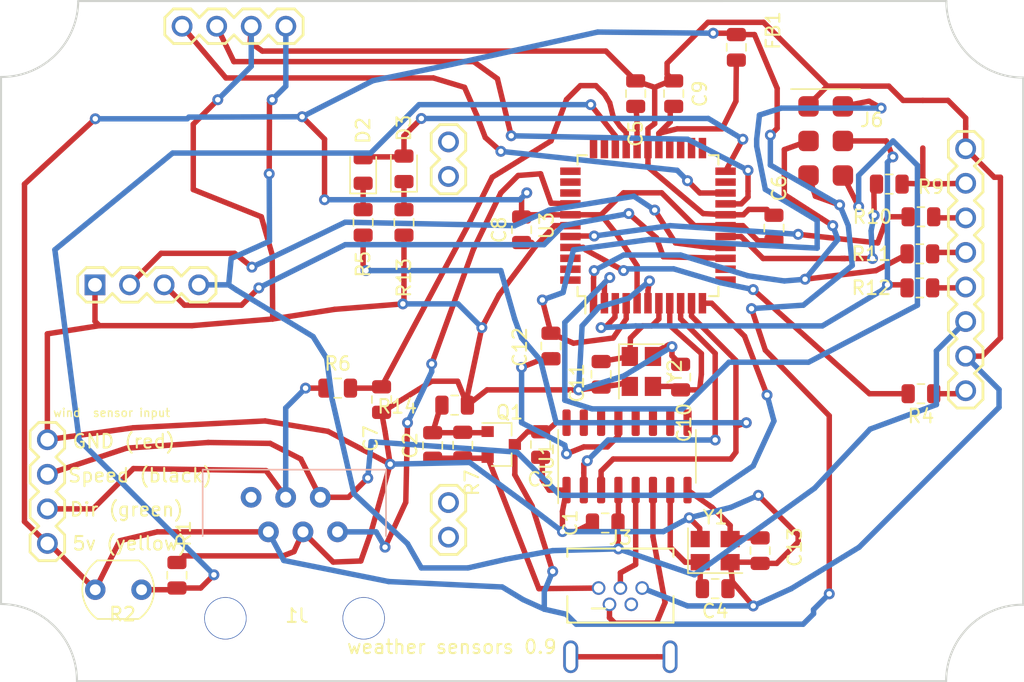
<source format=kicad_pcb>
(kicad_pcb (version 20171130) (host pcbnew 5.1.5+dfsg1-2build2)

  (general
    (thickness 1.6)
    (drawings 13)
    (tracks 590)
    (zones 0)
    (modules 42)
    (nets 69)
  )

  (page A4)
  (layers
    (0 F.Cu signal)
    (31 B.Cu signal)
    (32 B.Adhes user)
    (33 F.Adhes user)
    (34 B.Paste user)
    (35 F.Paste user)
    (36 B.SilkS user)
    (37 F.SilkS user)
    (38 B.Mask user)
    (39 F.Mask user)
    (40 Dwgs.User user hide)
    (41 Cmts.User user hide)
    (42 Eco1.User user)
    (43 Eco2.User user)
    (44 Edge.Cuts user)
    (45 Margin user)
    (46 B.CrtYd user)
    (47 F.CrtYd user)
    (48 B.Fab user)
    (49 F.Fab user hide)
  )

  (setup
    (last_trace_width 0.4)
    (user_trace_width 0.5)
    (user_trace_width 0.6)
    (trace_clearance 0.2)
    (zone_clearance 0.508)
    (zone_45_only no)
    (trace_min 0.2)
    (via_size 0.8)
    (via_drill 0.4)
    (via_min_size 0.4)
    (via_min_drill 0.3)
    (uvia_size 0.3)
    (uvia_drill 0.1)
    (uvias_allowed no)
    (uvia_min_size 0.2)
    (uvia_min_drill 0.1)
    (edge_width 0.15)
    (segment_width 0.2)
    (pcb_text_width 0.3)
    (pcb_text_size 1.5 1.5)
    (mod_edge_width 0.15)
    (mod_text_size 1 1)
    (mod_text_width 0.15)
    (pad_size 1.524 1.524)
    (pad_drill 1.016)
    (pad_to_mask_clearance 0.2)
    (solder_mask_min_width 0.25)
    (aux_axis_origin 0 0)
    (grid_origin 136.25 56)
    (visible_elements 7FFFFFFF)
    (pcbplotparams
      (layerselection 0x010fc_ffffffff)
      (usegerberextensions false)
      (usegerberattributes false)
      (usegerberadvancedattributes false)
      (creategerberjobfile false)
      (excludeedgelayer true)
      (linewidth 0.100000)
      (plotframeref false)
      (viasonmask false)
      (mode 1)
      (useauxorigin false)
      (hpglpennumber 1)
      (hpglpenspeed 20)
      (hpglpendiameter 15.000000)
      (psnegative false)
      (psa4output false)
      (plotreference true)
      (plotvalue true)
      (plotinvisibletext false)
      (padsonsilk false)
      (subtractmaskfromsilk false)
      (outputformat 1)
      (mirror false)
      (drillshape 0)
      (scaleselection 1)
      (outputdirectory "gerber"))
  )

  (net 0 "")
  (net 1 GND)
  (net 2 +3V3)
  (net 3 +5V)
  (net 4 "Net-(C5-Pad1)")
  (net 5 "Net-(C9-Pad2)")
  (net 6 "Net-(C10-Pad2)")
  (net 7 "Net-(C11-Pad2)")
  (net 8 "Net-(D2-Pad1)")
  (net 9 "Net-(D3-Pad1)")
  (net 10 "Net-(J1-Pad4)")
  (net 11 "Net-(J1-Pad6)")
  (net 12 "Net-(J3-Pad6)")
  (net 13 "Net-(J3-Pad4)")
  (net 14 "Net-(J3-Pad3)")
  (net 15 "Net-(J3-Pad2)")
  (net 16 MISO)
  (net 17 SCK)
  (net 18 MOSI)
  (net 19 RESET)
  (net 20 "Net-(R1-Pad2)")
  (net 21 RX)
  (net 22 TX)
  (net 23 LEDS)
  (net 24 "Net-(C12-Pad2)")
  (net 25 "Net-(J5-Pad8)")
  (net 26 "Net-(J7-Pad2)")
  (net 27 "Net-(J7-Pad1)")
  (net 28 "Net-(J9-Pad1)")
  (net 29 "Net-(J9-Pad2)")
  (net 30 TEMP)
  (net 31 "Net-(J5-Pad2)")
  (net 32 "Net-(J5-Pad3)")
  (net 33 "Net-(J5-Pad4)")
  (net 34 "Net-(J5-Pad5)")
  (net 35 "Net-(C2-Pad1)")
  (net 36 "Net-(C2-Pad2)")
  (net 37 "Net-(C4-Pad2)")
  (net 38 DIR)
  (net 39 "Net-(C13-Pad2)")
  (net 40 SPEED)
  (net 41 SCL)
  (net 42 SDA)
  (net 43 TP1)
  (net 44 TP2)
  (net 45 BL)
  (net 46 RST)
  (net 47 DC)
  (net 48 "Net-(U1-Pad9)")
  (net 49 "Net-(U1-Pad10)")
  (net 50 "Net-(U1-Pad11)")
  (net 51 "Net-(U1-Pad12)")
  (net 52 "Net-(U1-Pad14)")
  (net 53 "Net-(U1-Pad15)")
  (net 54 "Net-(U3-Pad12)")
  (net 55 "Net-(U3-Pad13)")
  (net 56 "Net-(U3-Pad21)")
  (net 57 "Net-(U3-Pad23)")
  (net 58 "Net-(U3-Pad24)")
  (net 59 "Net-(U3-Pad25)")
  (net 60 "Net-(U3-Pad26)")
  (net 61 "Net-(U3-Pad32)")
  (net 62 "Net-(U3-Pad33)")
  (net 63 "Net-(U3-Pad34)")
  (net 64 "Net-(U3-Pad35)")
  (net 65 "Net-(U3-Pad36)")
  (net 66 "Net-(U3-Pad42)")
  (net 67 "Net-(U3-Pad43)")
  (net 68 "Net-(U3-Pad44)")

  (net_class Default "This is the default net class."
    (clearance 0.2)
    (trace_width 0.4)
    (via_dia 0.8)
    (via_drill 0.4)
    (uvia_dia 0.3)
    (uvia_drill 0.1)
    (add_net +3V3)
    (add_net +5V)
    (add_net BL)
    (add_net DC)
    (add_net DIR)
    (add_net GND)
    (add_net LEDS)
    (add_net MISO)
    (add_net MOSI)
    (add_net "Net-(C10-Pad2)")
    (add_net "Net-(C11-Pad2)")
    (add_net "Net-(C12-Pad2)")
    (add_net "Net-(C13-Pad2)")
    (add_net "Net-(C2-Pad1)")
    (add_net "Net-(C2-Pad2)")
    (add_net "Net-(C4-Pad2)")
    (add_net "Net-(C5-Pad1)")
    (add_net "Net-(C9-Pad2)")
    (add_net "Net-(D2-Pad1)")
    (add_net "Net-(D3-Pad1)")
    (add_net "Net-(J1-Pad4)")
    (add_net "Net-(J1-Pad6)")
    (add_net "Net-(J3-Pad2)")
    (add_net "Net-(J3-Pad3)")
    (add_net "Net-(J3-Pad4)")
    (add_net "Net-(J3-Pad6)")
    (add_net "Net-(J5-Pad2)")
    (add_net "Net-(J5-Pad3)")
    (add_net "Net-(J5-Pad4)")
    (add_net "Net-(J5-Pad5)")
    (add_net "Net-(J5-Pad8)")
    (add_net "Net-(J7-Pad1)")
    (add_net "Net-(J7-Pad2)")
    (add_net "Net-(J9-Pad1)")
    (add_net "Net-(J9-Pad2)")
    (add_net "Net-(R1-Pad2)")
    (add_net "Net-(U1-Pad10)")
    (add_net "Net-(U1-Pad11)")
    (add_net "Net-(U1-Pad12)")
    (add_net "Net-(U1-Pad14)")
    (add_net "Net-(U1-Pad15)")
    (add_net "Net-(U1-Pad9)")
    (add_net "Net-(U3-Pad12)")
    (add_net "Net-(U3-Pad13)")
    (add_net "Net-(U3-Pad21)")
    (add_net "Net-(U3-Pad23)")
    (add_net "Net-(U3-Pad24)")
    (add_net "Net-(U3-Pad25)")
    (add_net "Net-(U3-Pad26)")
    (add_net "Net-(U3-Pad32)")
    (add_net "Net-(U3-Pad33)")
    (add_net "Net-(U3-Pad34)")
    (add_net "Net-(U3-Pad35)")
    (add_net "Net-(U3-Pad36)")
    (add_net "Net-(U3-Pad42)")
    (add_net "Net-(U3-Pad43)")
    (add_net "Net-(U3-Pad44)")
    (add_net RESET)
    (add_net RST)
    (add_net RX)
    (add_net SCK)
    (add_net SCL)
    (add_net SDA)
    (add_net SPEED)
    (add_net TEMP)
    (add_net TP1)
    (add_net TP2)
    (add_net TX)
  )

  (module Package_QFP:TQFP-44_10x10mm_P0.8mm (layer F.Cu) (tedit 5A02F146) (tstamp 61FF8BB9)
    (at 131.058 65.652 90)
    (descr "44-Lead Plastic Thin Quad Flatpack (PT) - 10x10x1.0 mm Body [TQFP] (see Microchip Packaging Specification 00000049BS.pdf)")
    (tags "QFP 0.8")
    (path /62002E7F)
    (attr smd)
    (fp_text reference U3 (at 0 -7.45 90) (layer F.SilkS)
      (effects (font (size 1 1) (thickness 0.15)))
    )
    (fp_text value ATmega32A-AU (at 0 7.45 90) (layer F.Fab)
      (effects (font (size 1 1) (thickness 0.15)))
    )
    (fp_text user %R (at 0 0 90) (layer F.Fab)
      (effects (font (size 1 1) (thickness 0.15)))
    )
    (fp_line (start -4 -5) (end 5 -5) (layer F.Fab) (width 0.15))
    (fp_line (start 5 -5) (end 5 5) (layer F.Fab) (width 0.15))
    (fp_line (start 5 5) (end -5 5) (layer F.Fab) (width 0.15))
    (fp_line (start -5 5) (end -5 -4) (layer F.Fab) (width 0.15))
    (fp_line (start -5 -4) (end -4 -5) (layer F.Fab) (width 0.15))
    (fp_line (start -6.7 -6.7) (end -6.7 6.7) (layer F.CrtYd) (width 0.05))
    (fp_line (start 6.7 -6.7) (end 6.7 6.7) (layer F.CrtYd) (width 0.05))
    (fp_line (start -6.7 -6.7) (end 6.7 -6.7) (layer F.CrtYd) (width 0.05))
    (fp_line (start -6.7 6.7) (end 6.7 6.7) (layer F.CrtYd) (width 0.05))
    (fp_line (start -5.175 -5.175) (end -5.175 -4.6) (layer F.SilkS) (width 0.15))
    (fp_line (start 5.175 -5.175) (end 5.175 -4.5) (layer F.SilkS) (width 0.15))
    (fp_line (start 5.175 5.175) (end 5.175 4.5) (layer F.SilkS) (width 0.15))
    (fp_line (start -5.175 5.175) (end -5.175 4.5) (layer F.SilkS) (width 0.15))
    (fp_line (start -5.175 -5.175) (end -4.5 -5.175) (layer F.SilkS) (width 0.15))
    (fp_line (start -5.175 5.175) (end -4.5 5.175) (layer F.SilkS) (width 0.15))
    (fp_line (start 5.175 5.175) (end 4.5 5.175) (layer F.SilkS) (width 0.15))
    (fp_line (start 5.175 -5.175) (end 4.5 -5.175) (layer F.SilkS) (width 0.15))
    (fp_line (start -5.175 -4.6) (end -6.45 -4.6) (layer F.SilkS) (width 0.15))
    (pad 1 smd rect (at -5.7 -4 90) (size 1.5 0.55) (layers F.Cu F.Paste F.Mask)
      (net 18 MOSI))
    (pad 2 smd rect (at -5.7 -3.2 90) (size 1.5 0.55) (layers F.Cu F.Paste F.Mask)
      (net 16 MISO))
    (pad 3 smd rect (at -5.7 -2.4 90) (size 1.5 0.55) (layers F.Cu F.Paste F.Mask)
      (net 17 SCK))
    (pad 4 smd rect (at -5.7 -1.6 90) (size 1.5 0.55) (layers F.Cu F.Paste F.Mask)
      (net 19 RESET))
    (pad 5 smd rect (at -5.7 -0.8 90) (size 1.5 0.55) (layers F.Cu F.Paste F.Mask)
      (net 3 +5V))
    (pad 6 smd rect (at -5.7 0 90) (size 1.5 0.55) (layers F.Cu F.Paste F.Mask)
      (net 1 GND))
    (pad 7 smd rect (at -5.7 0.8 90) (size 1.5 0.55) (layers F.Cu F.Paste F.Mask)
      (net 7 "Net-(C11-Pad2)"))
    (pad 8 smd rect (at -5.7 1.6 90) (size 1.5 0.55) (layers F.Cu F.Paste F.Mask)
      (net 6 "Net-(C10-Pad2)"))
    (pad 9 smd rect (at -5.7 2.4 90) (size 1.5 0.55) (layers F.Cu F.Paste F.Mask)
      (net 21 RX))
    (pad 10 smd rect (at -5.7 3.2 90) (size 1.5 0.55) (layers F.Cu F.Paste F.Mask)
      (net 22 TX))
    (pad 11 smd rect (at -5.7 4 90) (size 1.5 0.55) (layers F.Cu F.Paste F.Mask)
      (net 40 SPEED))
    (pad 12 smd rect (at -4 5.7 180) (size 1.5 0.55) (layers F.Cu F.Paste F.Mask)
      (net 54 "Net-(U3-Pad12)"))
    (pad 13 smd rect (at -3.2 5.7 180) (size 1.5 0.55) (layers F.Cu F.Paste F.Mask)
      (net 55 "Net-(U3-Pad13)"))
    (pad 14 smd rect (at -2.4 5.7 180) (size 1.5 0.55) (layers F.Cu F.Paste F.Mask)
      (net 43 TP1))
    (pad 15 smd rect (at -1.6 5.7 180) (size 1.5 0.55) (layers F.Cu F.Paste F.Mask)
      (net 44 TP2))
    (pad 16 smd rect (at -0.8 5.7 180) (size 1.5 0.55) (layers F.Cu F.Paste F.Mask)
      (net 46 RST))
    (pad 17 smd rect (at 0 5.7 180) (size 1.5 0.55) (layers F.Cu F.Paste F.Mask)
      (net 3 +5V))
    (pad 18 smd rect (at 0.8 5.7 180) (size 1.5 0.55) (layers F.Cu F.Paste F.Mask)
      (net 1 GND))
    (pad 19 smd rect (at 1.6 5.7 180) (size 1.5 0.55) (layers F.Cu F.Paste F.Mask)
      (net 41 SCL))
    (pad 20 smd rect (at 2.4 5.7 180) (size 1.5 0.55) (layers F.Cu F.Paste F.Mask)
      (net 42 SDA))
    (pad 21 smd rect (at 3.2 5.7 180) (size 1.5 0.55) (layers F.Cu F.Paste F.Mask)
      (net 56 "Net-(U3-Pad21)"))
    (pad 22 smd rect (at 4 5.7 180) (size 1.5 0.55) (layers F.Cu F.Paste F.Mask)
      (net 23 LEDS))
    (pad 23 smd rect (at 5.7 4 90) (size 1.5 0.55) (layers F.Cu F.Paste F.Mask)
      (net 57 "Net-(U3-Pad23)"))
    (pad 24 smd rect (at 5.7 3.2 90) (size 1.5 0.55) (layers F.Cu F.Paste F.Mask)
      (net 58 "Net-(U3-Pad24)"))
    (pad 25 smd rect (at 5.7 2.4 90) (size 1.5 0.55) (layers F.Cu F.Paste F.Mask)
      (net 59 "Net-(U3-Pad25)"))
    (pad 26 smd rect (at 5.7 1.6 90) (size 1.5 0.55) (layers F.Cu F.Paste F.Mask)
      (net 60 "Net-(U3-Pad26)"))
    (pad 27 smd rect (at 5.7 0.8 90) (size 1.5 0.55) (layers F.Cu F.Paste F.Mask)
      (net 5 "Net-(C9-Pad2)"))
    (pad 28 smd rect (at 5.7 0 90) (size 1.5 0.55) (layers F.Cu F.Paste F.Mask)
      (net 1 GND))
    (pad 29 smd rect (at 5.7 -0.8 90) (size 1.5 0.55) (layers F.Cu F.Paste F.Mask)
      (net 4 "Net-(C5-Pad1)"))
    (pad 30 smd rect (at 5.7 -1.6 90) (size 1.5 0.55) (layers F.Cu F.Paste F.Mask)
      (net 38 DIR))
    (pad 31 smd rect (at 5.7 -2.4 90) (size 1.5 0.55) (layers F.Cu F.Paste F.Mask)
      (net 20 "Net-(R1-Pad2)"))
    (pad 32 smd rect (at 5.7 -3.2 90) (size 1.5 0.55) (layers F.Cu F.Paste F.Mask)
      (net 61 "Net-(U3-Pad32)"))
    (pad 33 smd rect (at 5.7 -4 90) (size 1.5 0.55) (layers F.Cu F.Paste F.Mask)
      (net 62 "Net-(U3-Pad33)"))
    (pad 34 smd rect (at 4 -5.7 180) (size 1.5 0.55) (layers F.Cu F.Paste F.Mask)
      (net 63 "Net-(U3-Pad34)"))
    (pad 35 smd rect (at 3.2 -5.7 180) (size 1.5 0.55) (layers F.Cu F.Paste F.Mask)
      (net 64 "Net-(U3-Pad35)"))
    (pad 36 smd rect (at 2.4 -5.7 180) (size 1.5 0.55) (layers F.Cu F.Paste F.Mask)
      (net 65 "Net-(U3-Pad36)"))
    (pad 37 smd rect (at 1.6 -5.7 180) (size 1.5 0.55) (layers F.Cu F.Paste F.Mask)
      (net 30 TEMP))
    (pad 38 smd rect (at 0.8 -5.7 180) (size 1.5 0.55) (layers F.Cu F.Paste F.Mask)
      (net 3 +5V))
    (pad 39 smd rect (at 0 -5.7 180) (size 1.5 0.55) (layers F.Cu F.Paste F.Mask)
      (net 1 GND))
    (pad 40 smd rect (at -0.8 -5.7 180) (size 1.5 0.55) (layers F.Cu F.Paste F.Mask)
      (net 47 DC))
    (pad 41 smd rect (at -1.6 -5.7 180) (size 1.5 0.55) (layers F.Cu F.Paste F.Mask)
      (net 45 BL))
    (pad 42 smd rect (at -2.4 -5.7 180) (size 1.5 0.55) (layers F.Cu F.Paste F.Mask)
      (net 66 "Net-(U3-Pad42)"))
    (pad 43 smd rect (at -3.2 -5.7 180) (size 1.5 0.55) (layers F.Cu F.Paste F.Mask)
      (net 67 "Net-(U3-Pad43)"))
    (pad 44 smd rect (at -4 -5.7 180) (size 1.5 0.55) (layers F.Cu F.Paste F.Mask)
      (net 68 "Net-(U3-Pad44)"))
    (model ${KISYS3DMOD}/Package_QFP.3dshapes/TQFP-44_10x10mm_P0.8mm.wrl
      (at (xyz 0 0 0))
      (scale (xyz 1 1 1))
      (rotate (xyz 0 0 0))
    )
  )

  (module Package_SO:SOIC-16_3.9x9.9mm_P1.27mm (layer F.Cu) (tedit 5D9F72B1) (tstamp 6203AA6A)
    (at 129.519 82.605 90)
    (descr "SOIC, 16 Pin (JEDEC MS-012AC, https://www.analog.com/media/en/package-pcb-resources/package/pkg_pdf/soic_narrow-r/r_16.pdf), generated with kicad-footprint-generator ipc_gullwing_generator.py")
    (tags "SOIC SO")
    (path /61FFACF6)
    (attr smd)
    (fp_text reference U1 (at 0 -5.9 90) (layer F.SilkS)
      (effects (font (size 1 1) (thickness 0.15)))
    )
    (fp_text value CH340G (at 0 5.9 90) (layer F.Fab)
      (effects (font (size 1 1) (thickness 0.15)))
    )
    (fp_line (start 0 5.06) (end 1.95 5.06) (layer F.SilkS) (width 0.12))
    (fp_line (start 0 5.06) (end -1.95 5.06) (layer F.SilkS) (width 0.12))
    (fp_line (start 0 -5.06) (end 1.95 -5.06) (layer F.SilkS) (width 0.12))
    (fp_line (start 0 -5.06) (end -3.45 -5.06) (layer F.SilkS) (width 0.12))
    (fp_line (start -0.975 -4.95) (end 1.95 -4.95) (layer F.Fab) (width 0.1))
    (fp_line (start 1.95 -4.95) (end 1.95 4.95) (layer F.Fab) (width 0.1))
    (fp_line (start 1.95 4.95) (end -1.95 4.95) (layer F.Fab) (width 0.1))
    (fp_line (start -1.95 4.95) (end -1.95 -3.975) (layer F.Fab) (width 0.1))
    (fp_line (start -1.95 -3.975) (end -0.975 -4.95) (layer F.Fab) (width 0.1))
    (fp_line (start -3.7 -5.2) (end -3.7 5.2) (layer F.CrtYd) (width 0.05))
    (fp_line (start -3.7 5.2) (end 3.7 5.2) (layer F.CrtYd) (width 0.05))
    (fp_line (start 3.7 5.2) (end 3.7 -5.2) (layer F.CrtYd) (width 0.05))
    (fp_line (start 3.7 -5.2) (end -3.7 -5.2) (layer F.CrtYd) (width 0.05))
    (fp_text user %R (at 0 0 90) (layer F.Fab)
      (effects (font (size 0.98 0.98) (thickness 0.15)))
    )
    (pad 1 smd roundrect (at -2.475 -4.445 90) (size 1.95 0.6) (layers F.Cu F.Paste F.Mask) (roundrect_rratio 0.25)
      (net 1 GND))
    (pad 2 smd roundrect (at -2.475 -3.175 90) (size 1.95 0.6) (layers F.Cu F.Paste F.Mask) (roundrect_rratio 0.25)
      (net 21 RX))
    (pad 3 smd roundrect (at -2.475 -1.905 90) (size 1.95 0.6) (layers F.Cu F.Paste F.Mask) (roundrect_rratio 0.25)
      (net 22 TX))
    (pad 4 smd roundrect (at -2.475 -0.635 90) (size 1.95 0.6) (layers F.Cu F.Paste F.Mask) (roundrect_rratio 0.25)
      (net 2 +3V3))
    (pad 5 smd roundrect (at -2.475 0.635 90) (size 1.95 0.6) (layers F.Cu F.Paste F.Mask) (roundrect_rratio 0.25)
      (net 14 "Net-(J3-Pad3)"))
    (pad 6 smd roundrect (at -2.475 1.905 90) (size 1.95 0.6) (layers F.Cu F.Paste F.Mask) (roundrect_rratio 0.25)
      (net 15 "Net-(J3-Pad2)"))
    (pad 7 smd roundrect (at -2.475 3.175 90) (size 1.95 0.6) (layers F.Cu F.Paste F.Mask) (roundrect_rratio 0.25)
      (net 37 "Net-(C4-Pad2)"))
    (pad 8 smd roundrect (at -2.475 4.445 90) (size 1.95 0.6) (layers F.Cu F.Paste F.Mask) (roundrect_rratio 0.25)
      (net 39 "Net-(C13-Pad2)"))
    (pad 9 smd roundrect (at 2.475 4.445 90) (size 1.95 0.6) (layers F.Cu F.Paste F.Mask) (roundrect_rratio 0.25)
      (net 48 "Net-(U1-Pad9)"))
    (pad 10 smd roundrect (at 2.475 3.175 90) (size 1.95 0.6) (layers F.Cu F.Paste F.Mask) (roundrect_rratio 0.25)
      (net 49 "Net-(U1-Pad10)"))
    (pad 11 smd roundrect (at 2.475 1.905 90) (size 1.95 0.6) (layers F.Cu F.Paste F.Mask) (roundrect_rratio 0.25)
      (net 50 "Net-(U1-Pad11)"))
    (pad 12 smd roundrect (at 2.475 0.635 90) (size 1.95 0.6) (layers F.Cu F.Paste F.Mask) (roundrect_rratio 0.25)
      (net 51 "Net-(U1-Pad12)"))
    (pad 13 smd roundrect (at 2.475 -0.635 90) (size 1.95 0.6) (layers F.Cu F.Paste F.Mask) (roundrect_rratio 0.25)
      (net 24 "Net-(C12-Pad2)"))
    (pad 14 smd roundrect (at 2.475 -1.905 90) (size 1.95 0.6) (layers F.Cu F.Paste F.Mask) (roundrect_rratio 0.25)
      (net 52 "Net-(U1-Pad14)"))
    (pad 15 smd roundrect (at 2.475 -3.175 90) (size 1.95 0.6) (layers F.Cu F.Paste F.Mask) (roundrect_rratio 0.25)
      (net 53 "Net-(U1-Pad15)"))
    (pad 16 smd roundrect (at 2.475 -4.445 90) (size 1.95 0.6) (layers F.Cu F.Paste F.Mask) (roundrect_rratio 0.25)
      (net 3 +5V))
    (model ${KISYS3DMOD}/Package_SO.3dshapes/SOIC-16_3.9x9.9mm_P1.27mm.wrl
      (at (xyz 0 0 0))
      (scale (xyz 1 1 1))
      (rotate (xyz 0 0 0))
    )
  )

  (module Resistor_SMD:R_0805_2012Metric (layer F.Cu) (tedit 5B36C52B) (tstamp 5FC81E80)
    (at 148.7875 62.6 180)
    (descr "Resistor SMD 0805 (2012 Metric), square (rectangular) end terminal, IPC_7351 nominal, (Body size source: https://docs.google.com/spreadsheets/d/1BsfQQcO9C6DZCsRaXUlFlo91Tg2WpOkGARC1WS5S8t0/edit?usp=sharing), generated with kicad-footprint-generator")
    (tags resistor)
    (path /5F3F1575)
    (attr smd)
    (fp_text reference R9 (at -3.0625 -0.2) (layer F.SilkS)
      (effects (font (size 1 1) (thickness 0.15)))
    )
    (fp_text value 2.4k (at 0 1.65) (layer F.Fab)
      (effects (font (size 1 1) (thickness 0.15)))
    )
    (fp_text user %R (at 0 0) (layer F.Fab)
      (effects (font (size 0.5 0.5) (thickness 0.08)))
    )
    (fp_line (start 1.68 0.95) (end -1.68 0.95) (layer F.CrtYd) (width 0.05))
    (fp_line (start 1.68 -0.95) (end 1.68 0.95) (layer F.CrtYd) (width 0.05))
    (fp_line (start -1.68 -0.95) (end 1.68 -0.95) (layer F.CrtYd) (width 0.05))
    (fp_line (start -1.68 0.95) (end -1.68 -0.95) (layer F.CrtYd) (width 0.05))
    (fp_line (start -0.258578 0.71) (end 0.258578 0.71) (layer F.SilkS) (width 0.12))
    (fp_line (start -0.258578 -0.71) (end 0.258578 -0.71) (layer F.SilkS) (width 0.12))
    (fp_line (start 1 0.6) (end -1 0.6) (layer F.Fab) (width 0.1))
    (fp_line (start 1 -0.6) (end 1 0.6) (layer F.Fab) (width 0.1))
    (fp_line (start -1 -0.6) (end 1 -0.6) (layer F.Fab) (width 0.1))
    (fp_line (start -1 0.6) (end -1 -0.6) (layer F.Fab) (width 0.1))
    (pad 2 smd roundrect (at 0.9375 0 180) (size 0.975 1.4) (layers F.Cu F.Paste F.Mask) (roundrect_rratio 0.25)
      (net 46 RST))
    (pad 1 smd roundrect (at -0.9375 0 180) (size 0.975 1.4) (layers F.Cu F.Paste F.Mask) (roundrect_rratio 0.25)
      (net 31 "Net-(J5-Pad2)"))
    (model ${KISYS3DMOD}/Resistor_SMD.3dshapes/R_0805_2012Metric.wrl
      (at (xyz 0 0 0))
      (scale (xyz 1 1 1))
      (rotate (xyz 0 0 0))
    )
  )

  (module Resistor_SMD:R_0805_2012Metric (layer F.Cu) (tedit 5B36C52B) (tstamp 5FC7F4A5)
    (at 151.1125 78 180)
    (descr "Resistor SMD 0805 (2012 Metric), square (rectangular) end terminal, IPC_7351 nominal, (Body size source: https://docs.google.com/spreadsheets/d/1BsfQQcO9C6DZCsRaXUlFlo91Tg2WpOkGARC1WS5S8t0/edit?usp=sharing), generated with kicad-footprint-generator")
    (tags resistor)
    (path /59B83EAC)
    (attr smd)
    (fp_text reference R4 (at 0 -1.65) (layer F.SilkS)
      (effects (font (size 1 1) (thickness 0.15)))
    )
    (fp_text value 20 (at 0 1.65) (layer F.Fab)
      (effects (font (size 1 1) (thickness 0.15)))
    )
    (fp_text user %R (at 0 0) (layer F.Fab)
      (effects (font (size 0.5 0.5) (thickness 0.08)))
    )
    (fp_line (start 1.68 0.95) (end -1.68 0.95) (layer F.CrtYd) (width 0.05))
    (fp_line (start 1.68 -0.95) (end 1.68 0.95) (layer F.CrtYd) (width 0.05))
    (fp_line (start -1.68 -0.95) (end 1.68 -0.95) (layer F.CrtYd) (width 0.05))
    (fp_line (start -1.68 0.95) (end -1.68 -0.95) (layer F.CrtYd) (width 0.05))
    (fp_line (start -0.258578 0.71) (end 0.258578 0.71) (layer F.SilkS) (width 0.12))
    (fp_line (start -0.258578 -0.71) (end 0.258578 -0.71) (layer F.SilkS) (width 0.12))
    (fp_line (start 1 0.6) (end -1 0.6) (layer F.Fab) (width 0.1))
    (fp_line (start 1 -0.6) (end 1 0.6) (layer F.Fab) (width 0.1))
    (fp_line (start -1 -0.6) (end 1 -0.6) (layer F.Fab) (width 0.1))
    (fp_line (start -1 0.6) (end -1 -0.6) (layer F.Fab) (width 0.1))
    (pad 2 smd roundrect (at 0.9375 0 180) (size 0.975 1.4) (layers F.Cu F.Paste F.Mask) (roundrect_rratio 0.25)
      (net 45 BL))
    (pad 1 smd roundrect (at -0.9375 0 180) (size 0.975 1.4) (layers F.Cu F.Paste F.Mask) (roundrect_rratio 0.25)
      (net 25 "Net-(J5-Pad8)"))
    (model ${KISYS3DMOD}/Resistor_SMD.3dshapes/R_0805_2012Metric.wrl
      (at (xyz 0 0 0))
      (scale (xyz 1 1 1))
      (rotate (xyz 0 0 0))
    )
  )

  (module Resistor_SMD:R_0805_2012Metric (layer F.Cu) (tedit 5B36C52B) (tstamp 5FC7F50B)
    (at 151.1125 65 180)
    (descr "Resistor SMD 0805 (2012 Metric), square (rectangular) end terminal, IPC_7351 nominal, (Body size source: https://docs.google.com/spreadsheets/d/1BsfQQcO9C6DZCsRaXUlFlo91Tg2WpOkGARC1WS5S8t0/edit?usp=sharing), generated with kicad-footprint-generator")
    (tags resistor)
    (path /5F3FCD92)
    (attr smd)
    (fp_text reference R10 (at 3.5625 0) (layer F.SilkS)
      (effects (font (size 1 1) (thickness 0.15)))
    )
    (fp_text value 2.4k (at 0 1.65) (layer F.Fab)
      (effects (font (size 1 1) (thickness 0.15)))
    )
    (fp_line (start -1 0.6) (end -1 -0.6) (layer F.Fab) (width 0.1))
    (fp_line (start -1 -0.6) (end 1 -0.6) (layer F.Fab) (width 0.1))
    (fp_line (start 1 -0.6) (end 1 0.6) (layer F.Fab) (width 0.1))
    (fp_line (start 1 0.6) (end -1 0.6) (layer F.Fab) (width 0.1))
    (fp_line (start -0.258578 -0.71) (end 0.258578 -0.71) (layer F.SilkS) (width 0.12))
    (fp_line (start -0.258578 0.71) (end 0.258578 0.71) (layer F.SilkS) (width 0.12))
    (fp_line (start -1.68 0.95) (end -1.68 -0.95) (layer F.CrtYd) (width 0.05))
    (fp_line (start -1.68 -0.95) (end 1.68 -0.95) (layer F.CrtYd) (width 0.05))
    (fp_line (start 1.68 -0.95) (end 1.68 0.95) (layer F.CrtYd) (width 0.05))
    (fp_line (start 1.68 0.95) (end -1.68 0.95) (layer F.CrtYd) (width 0.05))
    (fp_text user %R (at 0 0) (layer F.Fab)
      (effects (font (size 0.5 0.5) (thickness 0.08)))
    )
    (pad 1 smd roundrect (at -0.9375 0 180) (size 0.975 1.4) (layers F.Cu F.Paste F.Mask) (roundrect_rratio 0.25)
      (net 32 "Net-(J5-Pad3)"))
    (pad 2 smd roundrect (at 0.9375 0 180) (size 0.975 1.4) (layers F.Cu F.Paste F.Mask) (roundrect_rratio 0.25)
      (net 47 DC))
    (model ${KISYS3DMOD}/Resistor_SMD.3dshapes/R_0805_2012Metric.wrl
      (at (xyz 0 0 0))
      (scale (xyz 1 1 1))
      (rotate (xyz 0 0 0))
    )
  )

  (module freetronics_footprints:1X08 (layer F.Cu) (tedit 5476A041) (tstamp 5FF106F3)
    (at 154.4 60 270)
    (path /5F3E43F3)
    (attr smd)
    (fp_text reference J5 (at 0 0 90) (layer Eco1.User)
      (effects (font (size 0.6 0.6) (thickness 0.1)))
    )
    (fp_text value jlx12864 (at 0.254 1.905 90) (layer Eco1.User) hide
      (effects (font (size 0.6 0.6) (thickness 0.1)))
    )
    (fp_line (start 14.605 -1.27) (end 15.875 -1.27) (layer F.SilkS) (width 0.2032))
    (fp_line (start 15.875 -1.27) (end 16.51 -0.635) (layer F.SilkS) (width 0.2032))
    (fp_line (start 16.51 0.635) (end 15.875 1.27) (layer F.SilkS) (width 0.2032))
    (fp_line (start 11.43 -0.635) (end 12.065 -1.27) (layer F.SilkS) (width 0.2032))
    (fp_line (start 12.065 -1.27) (end 13.335 -1.27) (layer F.SilkS) (width 0.2032))
    (fp_line (start 13.335 -1.27) (end 13.97 -0.635) (layer F.SilkS) (width 0.2032))
    (fp_line (start 13.97 0.635) (end 13.335 1.27) (layer F.SilkS) (width 0.2032))
    (fp_line (start 13.335 1.27) (end 12.065 1.27) (layer F.SilkS) (width 0.2032))
    (fp_line (start 12.065 1.27) (end 11.43 0.635) (layer F.SilkS) (width 0.2032))
    (fp_line (start 14.605 -1.27) (end 13.97 -0.635) (layer F.SilkS) (width 0.2032))
    (fp_line (start 13.97 0.635) (end 14.605 1.27) (layer F.SilkS) (width 0.2032))
    (fp_line (start 15.875 1.27) (end 14.605 1.27) (layer F.SilkS) (width 0.2032))
    (fp_line (start 6.985 -1.27) (end 8.255 -1.27) (layer F.SilkS) (width 0.2032))
    (fp_line (start 8.255 -1.27) (end 8.89 -0.635) (layer F.SilkS) (width 0.2032))
    (fp_line (start 8.89 0.635) (end 8.255 1.27) (layer F.SilkS) (width 0.2032))
    (fp_line (start 8.89 -0.635) (end 9.525 -1.27) (layer F.SilkS) (width 0.2032))
    (fp_line (start 9.525 -1.27) (end 10.795 -1.27) (layer F.SilkS) (width 0.2032))
    (fp_line (start 10.795 -1.27) (end 11.43 -0.635) (layer F.SilkS) (width 0.2032))
    (fp_line (start 11.43 0.635) (end 10.795 1.27) (layer F.SilkS) (width 0.2032))
    (fp_line (start 10.795 1.27) (end 9.525 1.27) (layer F.SilkS) (width 0.2032))
    (fp_line (start 9.525 1.27) (end 8.89 0.635) (layer F.SilkS) (width 0.2032))
    (fp_line (start 3.81 -0.635) (end 4.445 -1.27) (layer F.SilkS) (width 0.2032))
    (fp_line (start 4.445 -1.27) (end 5.715 -1.27) (layer F.SilkS) (width 0.2032))
    (fp_line (start 5.715 -1.27) (end 6.35 -0.635) (layer F.SilkS) (width 0.2032))
    (fp_line (start 6.35 0.635) (end 5.715 1.27) (layer F.SilkS) (width 0.2032))
    (fp_line (start 5.715 1.27) (end 4.445 1.27) (layer F.SilkS) (width 0.2032))
    (fp_line (start 4.445 1.27) (end 3.81 0.635) (layer F.SilkS) (width 0.2032))
    (fp_line (start 6.985 -1.27) (end 6.35 -0.635) (layer F.SilkS) (width 0.2032))
    (fp_line (start 6.35 0.635) (end 6.985 1.27) (layer F.SilkS) (width 0.2032))
    (fp_line (start 8.255 1.27) (end 6.985 1.27) (layer F.SilkS) (width 0.2032))
    (fp_line (start -0.635 -1.27) (end 0.635 -1.27) (layer F.SilkS) (width 0.2032))
    (fp_line (start 0.635 -1.27) (end 1.27 -0.635) (layer F.SilkS) (width 0.2032))
    (fp_line (start 1.27 0.635) (end 0.635 1.27) (layer F.SilkS) (width 0.2032))
    (fp_line (start 1.27 -0.635) (end 1.905 -1.27) (layer F.SilkS) (width 0.2032))
    (fp_line (start 1.905 -1.27) (end 3.175 -1.27) (layer F.SilkS) (width 0.2032))
    (fp_line (start 3.175 -1.27) (end 3.81 -0.635) (layer F.SilkS) (width 0.2032))
    (fp_line (start 3.81 0.635) (end 3.175 1.27) (layer F.SilkS) (width 0.2032))
    (fp_line (start 3.175 1.27) (end 1.905 1.27) (layer F.SilkS) (width 0.2032))
    (fp_line (start 1.905 1.27) (end 1.27 0.635) (layer F.SilkS) (width 0.2032))
    (fp_line (start -1.27 -0.635) (end -1.27 0.635) (layer F.SilkS) (width 0.2032))
    (fp_line (start -0.635 -1.27) (end -1.27 -0.635) (layer F.SilkS) (width 0.2032))
    (fp_line (start -1.27 0.635) (end -0.635 1.27) (layer F.SilkS) (width 0.2032))
    (fp_line (start 0.635 1.27) (end -0.635 1.27) (layer F.SilkS) (width 0.2032))
    (fp_line (start 17.145 -1.27) (end 18.415 -1.27) (layer F.SilkS) (width 0.2032))
    (fp_line (start 18.415 -1.27) (end 19.05 -0.635) (layer F.SilkS) (width 0.2032))
    (fp_line (start 19.05 -0.635) (end 19.05 0.635) (layer F.SilkS) (width 0.2032))
    (fp_line (start 19.05 0.635) (end 18.415 1.27) (layer F.SilkS) (width 0.2032))
    (fp_line (start 17.145 -1.27) (end 16.51 -0.635) (layer F.SilkS) (width 0.2032))
    (fp_line (start 16.51 0.635) (end 17.145 1.27) (layer F.SilkS) (width 0.2032))
    (fp_line (start 18.415 1.27) (end 17.145 1.27) (layer F.SilkS) (width 0.2032))
    (pad 1 thru_hole oval (at 0 0) (size 1.524 1.524) (drill 1.016) (layers *.Cu *.Mask)
      (net 1 GND))
    (pad 2 thru_hole oval (at 2.54 0) (size 1.524 1.524) (drill 1.016) (layers *.Cu *.Mask)
      (net 31 "Net-(J5-Pad2)"))
    (pad 3 thru_hole oval (at 5.08 0) (size 1.524 1.524) (drill 1.016) (layers *.Cu *.Mask)
      (net 32 "Net-(J5-Pad3)"))
    (pad 4 thru_hole oval (at 7.62 0) (size 1.524 1.524) (drill 1.016) (layers *.Cu *.Mask)
      (net 33 "Net-(J5-Pad4)"))
    (pad 5 thru_hole oval (at 10.16 0) (size 1.524 1.524) (drill 1.016) (layers *.Cu *.Mask)
      (net 34 "Net-(J5-Pad5)"))
    (pad 6 thru_hole oval (at 12.7 0) (size 1.524 1.524) (drill 1.016) (layers *.Cu *.Mask)
      (net 2 +3V3))
    (pad 7 thru_hole oval (at 15.24 0) (size 1.524 1.524) (drill 1.016) (layers *.Cu *.Mask)
      (net 1 GND))
    (pad 8 thru_hole oval (at 17.78 0) (size 1.524 1.524) (drill 1.016) (layers *.Cu *.Mask)
      (net 25 "Net-(J5-Pad8)"))
  )

  (module Resistor_SMD:R_0805_2012Metric (layer F.Cu) (tedit 5B36C52B) (tstamp 5FC7F52D)
    (at 151.0321 70.2228 180)
    (descr "Resistor SMD 0805 (2012 Metric), square (rectangular) end terminal, IPC_7351 nominal, (Body size source: https://docs.google.com/spreadsheets/d/1BsfQQcO9C6DZCsRaXUlFlo91Tg2WpOkGARC1WS5S8t0/edit?usp=sharing), generated with kicad-footprint-generator")
    (tags resistor)
    (path /5F40B58A)
    (attr smd)
    (fp_text reference R12 (at 3.5625 0) (layer F.SilkS)
      (effects (font (size 1 1) (thickness 0.15)))
    )
    (fp_text value 2.4k (at 0 1.65) (layer F.Fab)
      (effects (font (size 1 1) (thickness 0.15)))
    )
    (fp_line (start -1 0.6) (end -1 -0.6) (layer F.Fab) (width 0.1))
    (fp_line (start -1 -0.6) (end 1 -0.6) (layer F.Fab) (width 0.1))
    (fp_line (start 1 -0.6) (end 1 0.6) (layer F.Fab) (width 0.1))
    (fp_line (start 1 0.6) (end -1 0.6) (layer F.Fab) (width 0.1))
    (fp_line (start -0.258578 -0.71) (end 0.258578 -0.71) (layer F.SilkS) (width 0.12))
    (fp_line (start -0.258578 0.71) (end 0.258578 0.71) (layer F.SilkS) (width 0.12))
    (fp_line (start -1.68 0.95) (end -1.68 -0.95) (layer F.CrtYd) (width 0.05))
    (fp_line (start -1.68 -0.95) (end 1.68 -0.95) (layer F.CrtYd) (width 0.05))
    (fp_line (start 1.68 -0.95) (end 1.68 0.95) (layer F.CrtYd) (width 0.05))
    (fp_line (start 1.68 0.95) (end -1.68 0.95) (layer F.CrtYd) (width 0.05))
    (fp_text user %R (at 0 0) (layer F.Fab)
      (effects (font (size 0.5 0.5) (thickness 0.08)))
    )
    (pad 1 smd roundrect (at -0.9375 0 180) (size 0.975 1.4) (layers F.Cu F.Paste F.Mask) (roundrect_rratio 0.25)
      (net 34 "Net-(J5-Pad5)"))
    (pad 2 smd roundrect (at 0.9375 0 180) (size 0.975 1.4) (layers F.Cu F.Paste F.Mask) (roundrect_rratio 0.25)
      (net 17 SCK))
    (model ${KISYS3DMOD}/Resistor_SMD.3dshapes/R_0805_2012Metric.wrl
      (at (xyz 0 0 0))
      (scale (xyz 1 1 1))
      (rotate (xyz 0 0 0))
    )
  )

  (module Resistor_SMD:R_0805_2012Metric (layer F.Cu) (tedit 5B36C52B) (tstamp 5FC7F51C)
    (at 151.0321 67.7228 180)
    (descr "Resistor SMD 0805 (2012 Metric), square (rectangular) end terminal, IPC_7351 nominal, (Body size source: https://docs.google.com/spreadsheets/d/1BsfQQcO9C6DZCsRaXUlFlo91Tg2WpOkGARC1WS5S8t0/edit?usp=sharing), generated with kicad-footprint-generator")
    (tags resistor)
    (path /5F40B321)
    (attr smd)
    (fp_text reference R11 (at 3.5625 0) (layer F.SilkS)
      (effects (font (size 1 1) (thickness 0.15)))
    )
    (fp_text value 2.4k (at 0 1.65) (layer F.Fab)
      (effects (font (size 1 1) (thickness 0.15)))
    )
    (fp_text user %R (at 0 0) (layer F.Fab)
      (effects (font (size 0.5 0.5) (thickness 0.08)))
    )
    (fp_line (start 1.68 0.95) (end -1.68 0.95) (layer F.CrtYd) (width 0.05))
    (fp_line (start 1.68 -0.95) (end 1.68 0.95) (layer F.CrtYd) (width 0.05))
    (fp_line (start -1.68 -0.95) (end 1.68 -0.95) (layer F.CrtYd) (width 0.05))
    (fp_line (start -1.68 0.95) (end -1.68 -0.95) (layer F.CrtYd) (width 0.05))
    (fp_line (start -0.258578 0.71) (end 0.258578 0.71) (layer F.SilkS) (width 0.12))
    (fp_line (start -0.258578 -0.71) (end 0.258578 -0.71) (layer F.SilkS) (width 0.12))
    (fp_line (start 1 0.6) (end -1 0.6) (layer F.Fab) (width 0.1))
    (fp_line (start 1 -0.6) (end 1 0.6) (layer F.Fab) (width 0.1))
    (fp_line (start -1 -0.6) (end 1 -0.6) (layer F.Fab) (width 0.1))
    (fp_line (start -1 0.6) (end -1 -0.6) (layer F.Fab) (width 0.1))
    (pad 2 smd roundrect (at 0.9375 0 180) (size 0.975 1.4) (layers F.Cu F.Paste F.Mask) (roundrect_rratio 0.25)
      (net 18 MOSI))
    (pad 1 smd roundrect (at -0.9375 0 180) (size 0.975 1.4) (layers F.Cu F.Paste F.Mask) (roundrect_rratio 0.25)
      (net 33 "Net-(J5-Pad4)"))
    (model ${KISYS3DMOD}/Resistor_SMD.3dshapes/R_0805_2012Metric.wrl
      (at (xyz 0 0 0))
      (scale (xyz 1 1 1))
      (rotate (xyz 0 0 0))
    )
  )

  (module Capacitor_SMD:C_0805_2012Metric (layer F.Cu) (tedit 5B36C52B) (tstamp 6202832E)
    (at 127.9165 87.496 180)
    (descr "Capacitor SMD 0805 (2012 Metric), square (rectangular) end terminal, IPC_7351 nominal, (Body size source: https://docs.google.com/spreadsheets/d/1BsfQQcO9C6DZCsRaXUlFlo91Tg2WpOkGARC1WS5S8t0/edit?usp=sharing), generated with kicad-footprint-generator")
    (tags capacitor)
    (path /5F3B9A13)
    (attr smd)
    (fp_text reference C1 (at 2.5625 0 270) (layer F.SilkS)
      (effects (font (size 1 1) (thickness 0.15)))
    )
    (fp_text value .1uF (at 0 1.65) (layer F.Fab)
      (effects (font (size 1 1) (thickness 0.15)))
    )
    (fp_text user %R (at 0 0) (layer F.Fab)
      (effects (font (size 0.5 0.5) (thickness 0.08)))
    )
    (fp_line (start 1.68 0.95) (end -1.68 0.95) (layer F.CrtYd) (width 0.05))
    (fp_line (start 1.68 -0.95) (end 1.68 0.95) (layer F.CrtYd) (width 0.05))
    (fp_line (start -1.68 -0.95) (end 1.68 -0.95) (layer F.CrtYd) (width 0.05))
    (fp_line (start -1.68 0.95) (end -1.68 -0.95) (layer F.CrtYd) (width 0.05))
    (fp_line (start -0.258578 0.71) (end 0.258578 0.71) (layer F.SilkS) (width 0.12))
    (fp_line (start -0.258578 -0.71) (end 0.258578 -0.71) (layer F.SilkS) (width 0.12))
    (fp_line (start 1 0.6) (end -1 0.6) (layer F.Fab) (width 0.1))
    (fp_line (start 1 -0.6) (end 1 0.6) (layer F.Fab) (width 0.1))
    (fp_line (start -1 -0.6) (end 1 -0.6) (layer F.Fab) (width 0.1))
    (fp_line (start -1 0.6) (end -1 -0.6) (layer F.Fab) (width 0.1))
    (pad 2 smd roundrect (at 0.9375 0 180) (size 0.975 1.4) (layers F.Cu F.Paste F.Mask) (roundrect_rratio 0.25)
      (net 1 GND))
    (pad 1 smd roundrect (at -0.9375 0 180) (size 0.975 1.4) (layers F.Cu F.Paste F.Mask) (roundrect_rratio 0.25)
      (net 2 +3V3))
    (model ${KISYS3DMOD}/Capacitor_SMD.3dshapes/C_0805_2012Metric.wrl
      (at (xyz 0 0 0))
      (scale (xyz 1 1 1))
      (rotate (xyz 0 0 0))
    )
  )

  (module Capacitor_SMD:C_0805_2012Metric (layer F.Cu) (tedit 5B36C52B) (tstamp 5FC7F2BD)
    (at 123.169 81.7325 270)
    (descr "Capacitor SMD 0805 (2012 Metric), square (rectangular) end terminal, IPC_7351 nominal, (Body size source: https://docs.google.com/spreadsheets/d/1BsfQQcO9C6DZCsRaXUlFlo91Tg2WpOkGARC1WS5S8t0/edit?usp=sharing), generated with kicad-footprint-generator")
    (tags capacitor)
    (path /5F3BFCA7)
    (attr smd)
    (fp_text reference C3 (at 2.5625 0 180) (layer F.SilkS)
      (effects (font (size 1 1) (thickness 0.15)))
    )
    (fp_text value .1uF (at 0 1.65 90) (layer F.Fab)
      (effects (font (size 1 1) (thickness 0.15)))
    )
    (fp_line (start -1 0.6) (end -1 -0.6) (layer F.Fab) (width 0.1))
    (fp_line (start -1 -0.6) (end 1 -0.6) (layer F.Fab) (width 0.1))
    (fp_line (start 1 -0.6) (end 1 0.6) (layer F.Fab) (width 0.1))
    (fp_line (start 1 0.6) (end -1 0.6) (layer F.Fab) (width 0.1))
    (fp_line (start -0.258578 -0.71) (end 0.258578 -0.71) (layer F.SilkS) (width 0.12))
    (fp_line (start -0.258578 0.71) (end 0.258578 0.71) (layer F.SilkS) (width 0.12))
    (fp_line (start -1.68 0.95) (end -1.68 -0.95) (layer F.CrtYd) (width 0.05))
    (fp_line (start -1.68 -0.95) (end 1.68 -0.95) (layer F.CrtYd) (width 0.05))
    (fp_line (start 1.68 -0.95) (end 1.68 0.95) (layer F.CrtYd) (width 0.05))
    (fp_line (start 1.68 0.95) (end -1.68 0.95) (layer F.CrtYd) (width 0.05))
    (fp_text user %R (at 0 0 90) (layer F.Fab)
      (effects (font (size 0.5 0.5) (thickness 0.08)))
    )
    (pad 1 smd roundrect (at -0.9375 0 270) (size 0.975 1.4) (layers F.Cu F.Paste F.Mask) (roundrect_rratio 0.25)
      (net 3 +5V))
    (pad 2 smd roundrect (at 0.9375 0 270) (size 0.975 1.4) (layers F.Cu F.Paste F.Mask) (roundrect_rratio 0.25)
      (net 1 GND))
    (model ${KISYS3DMOD}/Capacitor_SMD.3dshapes/C_0805_2012Metric.wrl
      (at (xyz 0 0 0))
      (scale (xyz 1 1 1))
      (rotate (xyz 0 0 0))
    )
  )

  (module Capacitor_SMD:C_0805_2012Metric (layer F.Cu) (tedit 5B36C52B) (tstamp 5FC7F2DF)
    (at 130.154 55.9515 90)
    (descr "Capacitor SMD 0805 (2012 Metric), square (rectangular) end terminal, IPC_7351 nominal, (Body size source: https://docs.google.com/spreadsheets/d/1BsfQQcO9C6DZCsRaXUlFlo91Tg2WpOkGARC1WS5S8t0/edit?usp=sharing), generated with kicad-footprint-generator")
    (tags capacitor)
    (path /5F448B82)
    (attr smd)
    (fp_text reference C5 (at -2.9375 0 90) (layer F.SilkS)
      (effects (font (size 1 1) (thickness 0.15)))
    )
    (fp_text value .1uF (at 0 1.65 90) (layer F.Fab)
      (effects (font (size 1 1) (thickness 0.15)))
    )
    (fp_text user %R (at 0 0 90) (layer F.Fab)
      (effects (font (size 0.5 0.5) (thickness 0.08)))
    )
    (fp_line (start 1.68 0.95) (end -1.68 0.95) (layer F.CrtYd) (width 0.05))
    (fp_line (start 1.68 -0.95) (end 1.68 0.95) (layer F.CrtYd) (width 0.05))
    (fp_line (start -1.68 -0.95) (end 1.68 -0.95) (layer F.CrtYd) (width 0.05))
    (fp_line (start -1.68 0.95) (end -1.68 -0.95) (layer F.CrtYd) (width 0.05))
    (fp_line (start -0.258578 0.71) (end 0.258578 0.71) (layer F.SilkS) (width 0.12))
    (fp_line (start -0.258578 -0.71) (end 0.258578 -0.71) (layer F.SilkS) (width 0.12))
    (fp_line (start 1 0.6) (end -1 0.6) (layer F.Fab) (width 0.1))
    (fp_line (start 1 -0.6) (end 1 0.6) (layer F.Fab) (width 0.1))
    (fp_line (start -1 -0.6) (end 1 -0.6) (layer F.Fab) (width 0.1))
    (fp_line (start -1 0.6) (end -1 -0.6) (layer F.Fab) (width 0.1))
    (pad 2 smd roundrect (at 0.9375 0 90) (size 0.975 1.4) (layers F.Cu F.Paste F.Mask) (roundrect_rratio 0.25)
      (net 1 GND))
    (pad 1 smd roundrect (at -0.9375 0 90) (size 0.975 1.4) (layers F.Cu F.Paste F.Mask) (roundrect_rratio 0.25)
      (net 4 "Net-(C5-Pad1)"))
    (model ${KISYS3DMOD}/Capacitor_SMD.3dshapes/C_0805_2012Metric.wrl
      (at (xyz 0 0 0))
      (scale (xyz 1 1 1))
      (rotate (xyz 0 0 0))
    )
  )

  (module Capacitor_SMD:C_0805_2012Metric (layer F.Cu) (tedit 5B36C52B) (tstamp 5FC7F301)
    (at 111.485 78.4305 270)
    (descr "Capacitor SMD 0805 (2012 Metric), square (rectangular) end terminal, IPC_7351 nominal, (Body size source: https://docs.google.com/spreadsheets/d/1BsfQQcO9C6DZCsRaXUlFlo91Tg2WpOkGARC1WS5S8t0/edit?usp=sharing), generated with kicad-footprint-generator")
    (tags capacitor)
    (path /5F52ADFF)
    (attr smd)
    (fp_text reference C7 (at 2.8625 0.8 90) (layer F.SilkS)
      (effects (font (size 1 1) (thickness 0.15)))
    )
    (fp_text value .1uF (at 0 1.65 90) (layer F.Fab)
      (effects (font (size 1 1) (thickness 0.15)))
    )
    (fp_text user %R (at 0 0 90) (layer F.Fab)
      (effects (font (size 0.5 0.5) (thickness 0.08)))
    )
    (fp_line (start 1.68 0.95) (end -1.68 0.95) (layer F.CrtYd) (width 0.05))
    (fp_line (start 1.68 -0.95) (end 1.68 0.95) (layer F.CrtYd) (width 0.05))
    (fp_line (start -1.68 -0.95) (end 1.68 -0.95) (layer F.CrtYd) (width 0.05))
    (fp_line (start -1.68 0.95) (end -1.68 -0.95) (layer F.CrtYd) (width 0.05))
    (fp_line (start -0.258578 0.71) (end 0.258578 0.71) (layer F.SilkS) (width 0.12))
    (fp_line (start -0.258578 -0.71) (end 0.258578 -0.71) (layer F.SilkS) (width 0.12))
    (fp_line (start 1 0.6) (end -1 0.6) (layer F.Fab) (width 0.1))
    (fp_line (start 1 -0.6) (end 1 0.6) (layer F.Fab) (width 0.1))
    (fp_line (start -1 -0.6) (end 1 -0.6) (layer F.Fab) (width 0.1))
    (fp_line (start -1 0.6) (end -1 -0.6) (layer F.Fab) (width 0.1))
    (pad 2 smd roundrect (at 0.9375 0 270) (size 0.975 1.4) (layers F.Cu F.Paste F.Mask) (roundrect_rratio 0.25)
      (net 1 GND))
    (pad 1 smd roundrect (at -0.9375 0 270) (size 0.975 1.4) (layers F.Cu F.Paste F.Mask) (roundrect_rratio 0.25)
      (net 38 DIR))
    (model ${KISYS3DMOD}/Capacitor_SMD.3dshapes/C_0805_2012Metric.wrl
      (at (xyz 0 0 0))
      (scale (xyz 1 1 1))
      (rotate (xyz 0 0 0))
    )
  )

  (module Capacitor_SMD:C_0805_2012Metric (layer F.Cu) (tedit 5B36C52B) (tstamp 5FC7F312)
    (at 121.772 65.9545 90)
    (descr "Capacitor SMD 0805 (2012 Metric), square (rectangular) end terminal, IPC_7351 nominal, (Body size source: https://docs.google.com/spreadsheets/d/1BsfQQcO9C6DZCsRaXUlFlo91Tg2WpOkGARC1WS5S8t0/edit?usp=sharing), generated with kicad-footprint-generator")
    (tags capacitor)
    (path /5F5609FD)
    (attr smd)
    (fp_text reference C8 (at 0 -1.65 90) (layer F.SilkS)
      (effects (font (size 1 1) (thickness 0.15)))
    )
    (fp_text value .1uF (at 0 1.65 90) (layer F.Fab)
      (effects (font (size 1 1) (thickness 0.15)))
    )
    (fp_line (start -1 0.6) (end -1 -0.6) (layer F.Fab) (width 0.1))
    (fp_line (start -1 -0.6) (end 1 -0.6) (layer F.Fab) (width 0.1))
    (fp_line (start 1 -0.6) (end 1 0.6) (layer F.Fab) (width 0.1))
    (fp_line (start 1 0.6) (end -1 0.6) (layer F.Fab) (width 0.1))
    (fp_line (start -0.258578 -0.71) (end 0.258578 -0.71) (layer F.SilkS) (width 0.12))
    (fp_line (start -0.258578 0.71) (end 0.258578 0.71) (layer F.SilkS) (width 0.12))
    (fp_line (start -1.68 0.95) (end -1.68 -0.95) (layer F.CrtYd) (width 0.05))
    (fp_line (start -1.68 -0.95) (end 1.68 -0.95) (layer F.CrtYd) (width 0.05))
    (fp_line (start 1.68 -0.95) (end 1.68 0.95) (layer F.CrtYd) (width 0.05))
    (fp_line (start 1.68 0.95) (end -1.68 0.95) (layer F.CrtYd) (width 0.05))
    (fp_text user %R (at 0 0 90) (layer F.Fab)
      (effects (font (size 0.5 0.5) (thickness 0.08)))
    )
    (pad 1 smd roundrect (at -0.9375 0 90) (size 0.975 1.4) (layers F.Cu F.Paste F.Mask) (roundrect_rratio 0.25)
      (net 1 GND))
    (pad 2 smd roundrect (at 0.9375 0 90) (size 0.975 1.4) (layers F.Cu F.Paste F.Mask) (roundrect_rratio 0.25)
      (net 3 +5V))
    (model ${KISYS3DMOD}/Capacitor_SMD.3dshapes/C_0805_2012Metric.wrl
      (at (xyz 0 0 0))
      (scale (xyz 1 1 1))
      (rotate (xyz 0 0 0))
    )
  )

  (module Capacitor_SMD:C_0805_2012Metric (layer F.Cu) (tedit 5B36C52B) (tstamp 6202869A)
    (at 132.948 55.9515 270)
    (descr "Capacitor SMD 0805 (2012 Metric), square (rectangular) end terminal, IPC_7351 nominal, (Body size source: https://docs.google.com/spreadsheets/d/1BsfQQcO9C6DZCsRaXUlFlo91Tg2WpOkGARC1WS5S8t0/edit?usp=sharing), generated with kicad-footprint-generator")
    (tags capacitor)
    (path /5F5562CC)
    (attr smd)
    (fp_text reference C9 (at 0.0179 -1.9228 90) (layer F.SilkS)
      (effects (font (size 1 1) (thickness 0.15)))
    )
    (fp_text value .1uF (at 0 1.65 90) (layer F.Fab)
      (effects (font (size 1 1) (thickness 0.15)))
    )
    (fp_text user %R (at 0 0 90) (layer F.Fab)
      (effects (font (size 0.5 0.5) (thickness 0.08)))
    )
    (fp_line (start 1.68 0.95) (end -1.68 0.95) (layer F.CrtYd) (width 0.05))
    (fp_line (start 1.68 -0.95) (end 1.68 0.95) (layer F.CrtYd) (width 0.05))
    (fp_line (start -1.68 -0.95) (end 1.68 -0.95) (layer F.CrtYd) (width 0.05))
    (fp_line (start -1.68 0.95) (end -1.68 -0.95) (layer F.CrtYd) (width 0.05))
    (fp_line (start -0.258578 0.71) (end 0.258578 0.71) (layer F.SilkS) (width 0.12))
    (fp_line (start -0.258578 -0.71) (end 0.258578 -0.71) (layer F.SilkS) (width 0.12))
    (fp_line (start 1 0.6) (end -1 0.6) (layer F.Fab) (width 0.1))
    (fp_line (start 1 -0.6) (end 1 0.6) (layer F.Fab) (width 0.1))
    (fp_line (start -1 -0.6) (end 1 -0.6) (layer F.Fab) (width 0.1))
    (fp_line (start -1 0.6) (end -1 -0.6) (layer F.Fab) (width 0.1))
    (pad 2 smd roundrect (at 0.9375 0 270) (size 0.975 1.4) (layers F.Cu F.Paste F.Mask) (roundrect_rratio 0.25)
      (net 5 "Net-(C9-Pad2)"))
    (pad 1 smd roundrect (at -0.9375 0 270) (size 0.975 1.4) (layers F.Cu F.Paste F.Mask) (roundrect_rratio 0.25)
      (net 1 GND))
    (model ${KISYS3DMOD}/Capacitor_SMD.3dshapes/C_0805_2012Metric.wrl
      (at (xyz 0 0 0))
      (scale (xyz 1 1 1))
      (rotate (xyz 0 0 0))
    )
  )

  (module Capacitor_SMD:C_0805_2012Metric (layer F.Cu) (tedit 5B36C52B) (tstamp 62032614)
    (at 133.456 76.7795 270)
    (descr "Capacitor SMD 0805 (2012 Metric), square (rectangular) end terminal, IPC_7351 nominal, (Body size source: https://docs.google.com/spreadsheets/d/1BsfQQcO9C6DZCsRaXUlFlo91Tg2WpOkGARC1WS5S8t0/edit?usp=sharing), generated with kicad-footprint-generator")
    (tags capacitor)
    (path /5F443159)
    (attr smd)
    (fp_text reference C10 (at 3.3505 -0.254 90) (layer F.SilkS)
      (effects (font (size 1 1) (thickness 0.15)))
    )
    (fp_text value 22pF (at 0 1.65 90) (layer F.Fab)
      (effects (font (size 1 1) (thickness 0.15)))
    )
    (fp_line (start -1 0.6) (end -1 -0.6) (layer F.Fab) (width 0.1))
    (fp_line (start -1 -0.6) (end 1 -0.6) (layer F.Fab) (width 0.1))
    (fp_line (start 1 -0.6) (end 1 0.6) (layer F.Fab) (width 0.1))
    (fp_line (start 1 0.6) (end -1 0.6) (layer F.Fab) (width 0.1))
    (fp_line (start -0.258578 -0.71) (end 0.258578 -0.71) (layer F.SilkS) (width 0.12))
    (fp_line (start -0.258578 0.71) (end 0.258578 0.71) (layer F.SilkS) (width 0.12))
    (fp_line (start -1.68 0.95) (end -1.68 -0.95) (layer F.CrtYd) (width 0.05))
    (fp_line (start -1.68 -0.95) (end 1.68 -0.95) (layer F.CrtYd) (width 0.05))
    (fp_line (start 1.68 -0.95) (end 1.68 0.95) (layer F.CrtYd) (width 0.05))
    (fp_line (start 1.68 0.95) (end -1.68 0.95) (layer F.CrtYd) (width 0.05))
    (fp_text user %R (at 0 0 90) (layer F.Fab)
      (effects (font (size 0.5 0.5) (thickness 0.08)))
    )
    (pad 1 smd roundrect (at -0.9375 0 270) (size 0.975 1.4) (layers F.Cu F.Paste F.Mask) (roundrect_rratio 0.25)
      (net 1 GND))
    (pad 2 smd roundrect (at 0.9375 0 270) (size 0.975 1.4) (layers F.Cu F.Paste F.Mask) (roundrect_rratio 0.25)
      (net 6 "Net-(C10-Pad2)"))
    (model ${KISYS3DMOD}/Capacitor_SMD.3dshapes/C_0805_2012Metric.wrl
      (at (xyz 0 0 0))
      (scale (xyz 1 1 1))
      (rotate (xyz 0 0 0))
    )
  )

  (module Capacitor_SMD:C_0805_2012Metric (layer F.Cu) (tedit 5B36C52B) (tstamp 5FE9293A)
    (at 127.614 76.574 90)
    (descr "Capacitor SMD 0805 (2012 Metric), square (rectangular) end terminal, IPC_7351 nominal, (Body size source: https://docs.google.com/spreadsheets/d/1BsfQQcO9C6DZCsRaXUlFlo91Tg2WpOkGARC1WS5S8t0/edit?usp=sharing), generated with kicad-footprint-generator")
    (tags capacitor)
    (path /5F44038C)
    (attr smd)
    (fp_text reference C11 (at -0.635 -1.778 90) (layer F.SilkS)
      (effects (font (size 1 1) (thickness 0.15)))
    )
    (fp_text value 22pF (at 0 1.65 90) (layer F.Fab)
      (effects (font (size 1 1) (thickness 0.15)))
    )
    (fp_line (start -1 0.6) (end -1 -0.6) (layer F.Fab) (width 0.1))
    (fp_line (start -1 -0.6) (end 1 -0.6) (layer F.Fab) (width 0.1))
    (fp_line (start 1 -0.6) (end 1 0.6) (layer F.Fab) (width 0.1))
    (fp_line (start 1 0.6) (end -1 0.6) (layer F.Fab) (width 0.1))
    (fp_line (start -0.258578 -0.71) (end 0.258578 -0.71) (layer F.SilkS) (width 0.12))
    (fp_line (start -0.258578 0.71) (end 0.258578 0.71) (layer F.SilkS) (width 0.12))
    (fp_line (start -1.68 0.95) (end -1.68 -0.95) (layer F.CrtYd) (width 0.05))
    (fp_line (start -1.68 -0.95) (end 1.68 -0.95) (layer F.CrtYd) (width 0.05))
    (fp_line (start 1.68 -0.95) (end 1.68 0.95) (layer F.CrtYd) (width 0.05))
    (fp_line (start 1.68 0.95) (end -1.68 0.95) (layer F.CrtYd) (width 0.05))
    (fp_text user %R (at 0 0 90) (layer F.Fab)
      (effects (font (size 0.5 0.5) (thickness 0.08)))
    )
    (pad 1 smd roundrect (at -0.9375 0 90) (size 0.975 1.4) (layers F.Cu F.Paste F.Mask) (roundrect_rratio 0.25)
      (net 1 GND))
    (pad 2 smd roundrect (at 0.9375 0 90) (size 0.975 1.4) (layers F.Cu F.Paste F.Mask) (roundrect_rratio 0.25)
      (net 7 "Net-(C11-Pad2)"))
    (model ${KISYS3DMOD}/Capacitor_SMD.3dshapes/C_0805_2012Metric.wrl
      (at (xyz 0 0 0))
      (scale (xyz 1 1 1))
      (rotate (xyz 0 0 0))
    )
  )

  (module LED_SMD:LED_0805_2012Metric (layer F.Cu) (tedit 5B36C52C) (tstamp 6203BC20)
    (at 110.1304 61.6 90)
    (descr "LED SMD 0805 (2012 Metric), square (rectangular) end terminal, IPC_7351 nominal, (Body size source: https://docs.google.com/spreadsheets/d/1BsfQQcO9C6DZCsRaXUlFlo91Tg2WpOkGARC1WS5S8t0/edit?usp=sharing), generated with kicad-footprint-generator")
    (tags diode)
    (path /5F38A06F)
    (attr smd)
    (fp_text reference D2 (at 2.9375 0 90) (layer F.SilkS)
      (effects (font (size 1 1) (thickness 0.15)))
    )
    (fp_text value LED2 (at 0 1.65 90) (layer F.Fab)
      (effects (font (size 1 1) (thickness 0.15)))
    )
    (fp_text user %R (at 0 0 90) (layer F.Fab)
      (effects (font (size 0.5 0.5) (thickness 0.08)))
    )
    (fp_line (start 1.68 0.95) (end -1.68 0.95) (layer F.CrtYd) (width 0.05))
    (fp_line (start 1.68 -0.95) (end 1.68 0.95) (layer F.CrtYd) (width 0.05))
    (fp_line (start -1.68 -0.95) (end 1.68 -0.95) (layer F.CrtYd) (width 0.05))
    (fp_line (start -1.68 0.95) (end -1.68 -0.95) (layer F.CrtYd) (width 0.05))
    (fp_line (start -1.685 0.96) (end 1 0.96) (layer F.SilkS) (width 0.12))
    (fp_line (start -1.685 -0.96) (end -1.685 0.96) (layer F.SilkS) (width 0.12))
    (fp_line (start 1 -0.96) (end -1.685 -0.96) (layer F.SilkS) (width 0.12))
    (fp_line (start 1 0.6) (end 1 -0.6) (layer F.Fab) (width 0.1))
    (fp_line (start -1 0.6) (end 1 0.6) (layer F.Fab) (width 0.1))
    (fp_line (start -1 -0.3) (end -1 0.6) (layer F.Fab) (width 0.1))
    (fp_line (start -0.7 -0.6) (end -1 -0.3) (layer F.Fab) (width 0.1))
    (fp_line (start 1 -0.6) (end -0.7 -0.6) (layer F.Fab) (width 0.1))
    (pad 2 smd roundrect (at 0.9375 0 90) (size 0.975 1.4) (layers F.Cu F.Paste F.Mask) (roundrect_rratio 0.25)
      (net 23 LEDS))
    (pad 1 smd roundrect (at -0.9375 0 90) (size 0.975 1.4) (layers F.Cu F.Paste F.Mask) (roundrect_rratio 0.25)
      (net 8 "Net-(D2-Pad1)"))
    (model ${KISYS3DMOD}/LED_SMD.3dshapes/LED_0805_2012Metric.wrl
      (at (xyz 0 0 0))
      (scale (xyz 1 1 1))
      (rotate (xyz 0 0 0))
    )
  )

  (module LED_SMD:LED_0805_2012Metric (layer F.Cu) (tedit 5B36C52C) (tstamp 5FF148AA)
    (at 113.1304 61.4772 90)
    (descr "LED SMD 0805 (2012 Metric), square (rectangular) end terminal, IPC_7351 nominal, (Body size source: https://docs.google.com/spreadsheets/d/1BsfQQcO9C6DZCsRaXUlFlo91Tg2WpOkGARC1WS5S8t0/edit?usp=sharing), generated with kicad-footprint-generator")
    (tags diode)
    (path /5F54A995)
    (attr smd)
    (fp_text reference D3 (at 3 0 90) (layer F.SilkS)
      (effects (font (size 1 1) (thickness 0.15)))
    )
    (fp_text value LED3 (at 0 1.65 90) (layer F.Fab)
      (effects (font (size 1 1) (thickness 0.15)))
    )
    (fp_line (start 1 -0.6) (end -0.7 -0.6) (layer F.Fab) (width 0.1))
    (fp_line (start -0.7 -0.6) (end -1 -0.3) (layer F.Fab) (width 0.1))
    (fp_line (start -1 -0.3) (end -1 0.6) (layer F.Fab) (width 0.1))
    (fp_line (start -1 0.6) (end 1 0.6) (layer F.Fab) (width 0.1))
    (fp_line (start 1 0.6) (end 1 -0.6) (layer F.Fab) (width 0.1))
    (fp_line (start 1 -0.96) (end -1.685 -0.96) (layer F.SilkS) (width 0.12))
    (fp_line (start -1.685 -0.96) (end -1.685 0.96) (layer F.SilkS) (width 0.12))
    (fp_line (start -1.685 0.96) (end 1 0.96) (layer F.SilkS) (width 0.12))
    (fp_line (start -1.68 0.95) (end -1.68 -0.95) (layer F.CrtYd) (width 0.05))
    (fp_line (start -1.68 -0.95) (end 1.68 -0.95) (layer F.CrtYd) (width 0.05))
    (fp_line (start 1.68 -0.95) (end 1.68 0.95) (layer F.CrtYd) (width 0.05))
    (fp_line (start 1.68 0.95) (end -1.68 0.95) (layer F.CrtYd) (width 0.05))
    (fp_text user %R (at 0 0 90) (layer F.Fab)
      (effects (font (size 0.5 0.5) (thickness 0.08)))
    )
    (pad 1 smd roundrect (at -0.9375 0 90) (size 0.975 1.4) (layers F.Cu F.Paste F.Mask) (roundrect_rratio 0.25)
      (net 9 "Net-(D3-Pad1)"))
    (pad 2 smd roundrect (at 0.9375 0 90) (size 0.975 1.4) (layers F.Cu F.Paste F.Mask) (roundrect_rratio 0.25)
      (net 23 LEDS))
    (model ${KISYS3DMOD}/LED_SMD.3dshapes/LED_0805_2012Metric.wrl
      (at (xyz 0 0 0))
      (scale (xyz 1 1 1))
      (rotate (xyz 0 0 0))
    )
  )

  (module Inductor_SMD:L_0805_2012Metric (layer F.Cu) (tedit 5B36C52B) (tstamp 5FC8A2C1)
    (at 137.55 52.5515 270)
    (descr "Inductor SMD 0805 (2012 Metric), square (rectangular) end terminal, IPC_7351 nominal, (Body size source: https://docs.google.com/spreadsheets/d/1BsfQQcO9C6DZCsRaXUlFlo91Tg2WpOkGARC1WS5S8t0/edit?usp=sharing), generated with kicad-footprint-generator")
    (tags inductor)
    (path /5F55231C)
    (attr smd)
    (fp_text reference FB1 (at -1.2375 -2.7 90) (layer F.SilkS)
      (effects (font (size 1 1) (thickness 0.15)))
    )
    (fp_text value bead (at 0 1.65 90) (layer F.Fab)
      (effects (font (size 1 1) (thickness 0.15)))
    )
    (fp_line (start -1 0.6) (end -1 -0.6) (layer F.Fab) (width 0.1))
    (fp_line (start -1 -0.6) (end 1 -0.6) (layer F.Fab) (width 0.1))
    (fp_line (start 1 -0.6) (end 1 0.6) (layer F.Fab) (width 0.1))
    (fp_line (start 1 0.6) (end -1 0.6) (layer F.Fab) (width 0.1))
    (fp_line (start -0.258578 -0.71) (end 0.258578 -0.71) (layer F.SilkS) (width 0.12))
    (fp_line (start -0.258578 0.71) (end 0.258578 0.71) (layer F.SilkS) (width 0.12))
    (fp_line (start -1.68 0.95) (end -1.68 -0.95) (layer F.CrtYd) (width 0.05))
    (fp_line (start -1.68 -0.95) (end 1.68 -0.95) (layer F.CrtYd) (width 0.05))
    (fp_line (start 1.68 -0.95) (end 1.68 0.95) (layer F.CrtYd) (width 0.05))
    (fp_line (start 1.68 0.95) (end -1.68 0.95) (layer F.CrtYd) (width 0.05))
    (fp_text user %R (at 0 0 90) (layer F.Fab)
      (effects (font (size 0.5 0.5) (thickness 0.08)))
    )
    (pad 1 smd roundrect (at -0.9375 0 270) (size 0.975 1.4) (layers F.Cu F.Paste F.Mask) (roundrect_rratio 0.25)
      (net 3 +5V))
    (pad 2 smd roundrect (at 0.9375 0 270) (size 0.975 1.4) (layers F.Cu F.Paste F.Mask) (roundrect_rratio 0.25)
      (net 5 "Net-(C9-Pad2)"))
    (model ${KISYS3DMOD}/Inductor_SMD.3dshapes/L_0805_2012Metric.wrl
      (at (xyz 0 0 0))
      (scale (xyz 1 1 1))
      (rotate (xyz 0 0 0))
    )
  )

  (module rj12:RJ12_E (layer B.Cu) (tedit 5D6063D2) (tstamp 5FC8AE44)
    (at 108.25 88.15 180)
    (path /5A8812B5)
    (fp_text reference J1 (at 2.9845 -6.1595) (layer F.SilkS)
      (effects (font (size 1 1) (thickness 0.15)) (justify mirror))
    )
    (fp_text value RJ12 (at 3.048 -3.8735) (layer B.Fab)
      (effects (font (size 1 1) (thickness 0.15)) (justify mirror))
    )
    (fp_line (start -3.56 4.57) (end -3.56 -0.31) (layer B.SilkS) (width 0.12))
    (fp_line (start 9.91 4.57) (end 9.91 -0.31) (layer B.SilkS) (width 0.12))
    (fp_line (start 9.14 4.57) (end 9.91 4.57) (layer B.SilkS) (width 0.12))
    (fp_line (start -3.56 4.57) (end 9.14 4.57) (layer B.SilkS) (width 0.12))
    (fp_line (start -5.31 4.82) (end 11.66 4.82) (layer B.CrtYd) (width 0.05))
    (fp_line (start 11.66 -2.54) (end -5.31 -2.54) (layer B.CrtYd) (width 0.05))
    (pad 4 thru_hole circle (at 3.81 2.54 180) (size 1.52 1.52) (drill 0.81) (layers *.Cu *.Mask)
      (net 10 "Net-(J1-Pad4)"))
    (pad 2 thru_hole circle (at 1.27 2.54 180) (size 1.52 1.52) (drill 0.81) (layers *.Cu *.Mask)
      (net 40 SPEED))
    (pad 6 thru_hole circle (at 6.35 2.54 180) (size 1.52 1.52) (drill 0.81) (layers *.Cu *.Mask)
      (net 11 "Net-(J1-Pad6)"))
    (pad 1 thru_hole circle (at 0 0 180) (size 1.52 1.52) (drill 0.81) (layers *.Cu *.Mask)
      (net 30 TEMP))
    (pad 3 thru_hole circle (at 2.54 0 180) (size 1.52 1.52) (drill 0.81) (layers *.Cu *.Mask)
      (net 1 GND))
    (pad 5 thru_hole circle (at 5.08 0 180) (size 1.52 1.52) (drill 0.81) (layers *.Cu *.Mask)
      (net 3 +5V))
    (pad 7 thru_hole circle (at 8.24 -6.35 180) (size 3.1 3.1) (drill 3) (layers *.Cu *.Mask))
    (pad 8 thru_hole circle (at -1.92 -6.35 180) (size 3.1 3.1) (drill 3) (layers *.Cu *.Mask))
  )

  (module freetronics_footprints:1X04 (layer F.Cu) (tedit 54769E06) (tstamp 5FC81481)
    (at 96.83 51)
    (path /5A8801C8)
    (attr smd)
    (fp_text reference J2 (at 0 0) (layer Eco1.User)
      (effects (font (size 0.6 0.6) (thickness 0.1)))
    )
    (fp_text value Conn_01x04 (at 0 1.9) (layer Eco1.User)
      (effects (font (size 0.6 0.6) (thickness 0.1)))
    )
    (fp_line (start 8.89 -0.635) (end 8.89 0.635) (layer F.SilkS) (width 0.2032))
    (fp_line (start 0.635 1.27) (end -0.635 1.27) (layer F.SilkS) (width 0.2032))
    (fp_line (start -1.27 0.635) (end -0.635 1.27) (layer F.SilkS) (width 0.2032))
    (fp_line (start -0.635 -1.27) (end -1.27 -0.635) (layer F.SilkS) (width 0.2032))
    (fp_line (start -1.27 -0.635) (end -1.27 0.635) (layer F.SilkS) (width 0.2032))
    (fp_line (start 1.905 1.27) (end 1.27 0.635) (layer F.SilkS) (width 0.2032))
    (fp_line (start 3.175 1.27) (end 1.905 1.27) (layer F.SilkS) (width 0.2032))
    (fp_line (start 3.81 0.635) (end 3.175 1.27) (layer F.SilkS) (width 0.2032))
    (fp_line (start 3.175 -1.27) (end 3.81 -0.635) (layer F.SilkS) (width 0.2032))
    (fp_line (start 1.905 -1.27) (end 3.175 -1.27) (layer F.SilkS) (width 0.2032))
    (fp_line (start 1.27 -0.635) (end 1.905 -1.27) (layer F.SilkS) (width 0.2032))
    (fp_line (start 1.27 0.635) (end 0.635 1.27) (layer F.SilkS) (width 0.2032))
    (fp_line (start 0.635 -1.27) (end 1.27 -0.635) (layer F.SilkS) (width 0.2032))
    (fp_line (start -0.635 -1.27) (end 0.635 -1.27) (layer F.SilkS) (width 0.2032))
    (fp_line (start 8.255 1.27) (end 6.985 1.27) (layer F.SilkS) (width 0.2032))
    (fp_line (start 6.35 0.635) (end 6.985 1.27) (layer F.SilkS) (width 0.2032))
    (fp_line (start 6.985 -1.27) (end 6.35 -0.635) (layer F.SilkS) (width 0.2032))
    (fp_line (start 4.445 1.27) (end 3.81 0.635) (layer F.SilkS) (width 0.2032))
    (fp_line (start 5.715 1.27) (end 4.445 1.27) (layer F.SilkS) (width 0.2032))
    (fp_line (start 6.35 0.635) (end 5.715 1.27) (layer F.SilkS) (width 0.2032))
    (fp_line (start 5.715 -1.27) (end 6.35 -0.635) (layer F.SilkS) (width 0.2032))
    (fp_line (start 4.445 -1.27) (end 5.715 -1.27) (layer F.SilkS) (width 0.2032))
    (fp_line (start 3.81 -0.635) (end 4.445 -1.27) (layer F.SilkS) (width 0.2032))
    (fp_line (start 8.89 0.635) (end 8.255 1.27) (layer F.SilkS) (width 0.2032))
    (fp_line (start 8.255 -1.27) (end 8.89 -0.635) (layer F.SilkS) (width 0.2032))
    (fp_line (start 6.985 -1.27) (end 8.255 -1.27) (layer F.SilkS) (width 0.2032))
    (pad 4 thru_hole oval (at 7.62 0 90) (size 1.524 1.524) (drill 1.016) (layers *.Cu *.Mask)
      (net 2 +3V3))
    (pad 3 thru_hole oval (at 5.08 0 90) (size 1.524 1.524) (drill 1.016) (layers *.Cu *.Mask)
      (net 1 GND))
    (pad 2 thru_hole oval (at 2.54 0 90) (size 1.524 1.524) (drill 1.016) (layers *.Cu *.Mask)
      (net 41 SCL))
    (pad 1 thru_hole oval (at 0 0 90) (size 1.524 1.524) (drill 1.016) (layers *.Cu *.Mask)
      (net 42 SDA))
  )

  (module weather_sensors:USB_Mini-B_Tensility_54-00023_Vertical (layer F.Cu) (tedit 5F0B92BE) (tstamp 62037F77)
    (at 127.4304 92.2772)
    (descr http://www.tensility.com/pdffiles/54-00023.pdf)
    (tags "usb mini receptacle vertical")
    (path /5F37EE6C)
    (fp_text reference J3 (at 1.6 -3.7) (layer F.SilkS)
      (effects (font (size 1 1) (thickness 0.15)))
    )
    (fp_text value USB_B_Micro (at 1.5 2.2) (layer F.Fab)
      (effects (font (size 1 1) (thickness 0.15)))
    )
    (fp_line (start 5.5 -2.9) (end 5.5 -2.3) (layer F.SilkS) (width 0.15))
    (fp_text user %R (at 1.5 -1) (layer F.Fab)
      (effects (font (size 1 1) (thickness 0.15)))
    )
    (fp_line (start 6 -3.2) (end -2.8 -3.2) (layer F.CrtYd) (width 0.05))
    (fp_line (start 6 6.35) (end 6 -3.2) (layer F.CrtYd) (width 0.05))
    (fp_line (start -2.8 6.35) (end 6 6.35) (layer F.CrtYd) (width 0.05))
    (fp_line (start -2.8 -3.2) (end -2.8 6.35) (layer F.CrtYd) (width 0.05))
    (fp_line (start -2.3 -2.3) (end -2.3 -2.9) (layer F.SilkS) (width 0.15))
    (fp_line (start 5.5 2.54) (end 5.5 0.6) (layer F.SilkS) (width 0.15))
    (fp_line (start -2.3 2.54) (end 5.5 2.54) (layer F.SilkS) (width 0.15))
    (fp_line (start -2.3 0.6) (end -2.3 2.54) (layer F.SilkS) (width 0.15))
    (fp_line (start -2.3 -2.9) (end 5.5 -2.9) (layer F.SilkS) (width 0.15))
    (fp_line (start -2 0.9) (end -2 -2.6) (layer F.Fab) (width 0.15))
    (fp_line (start 5.2 -2.6) (end -2 -2.6) (layer F.Fab) (width 0.15))
    (fp_line (start 5.2 -2.6) (end 5.2 0.9) (layer F.Fab) (width 0.15))
    (fp_line (start 0.7 0.9) (end 5.2 0.9) (layer F.Fab) (width 0.15))
    (fp_line (start 0 0.2) (end 0.7 0.9) (layer F.Fab) (width 0.15))
    (fp_line (start -0.7 0.9) (end 0 0.2) (layer F.Fab) (width 0.15))
    (fp_line (start -2 0.9) (end -0.7 0.9) (layer F.Fab) (width 0.15))
    (fp_line (start -0.5 1.5) (end 0.5 1.5) (layer F.SilkS) (width 0.15))
    (pad 6 thru_hole oval (at 5.25 5.05) (size 1.1 2.4) (drill oval 0.7 2) (layers *.Cu *.Mask)
      (net 12 "Net-(J3-Pad6)"))
    (pad 6 thru_hole oval (at -2.05 5.05) (size 1.1 2.4) (drill oval 0.7 2) (layers *.Cu *.Mask)
      (net 12 "Net-(J3-Pad6)"))
    (pad 5 thru_hole circle (at 3.2 0) (size 1 1) (drill 0.7) (layers *.Cu *.Mask)
      (net 1 GND))
    (pad 4 thru_hole circle (at 2.4 1.2) (size 1 1) (drill 0.7) (layers *.Cu *.Mask)
      (net 13 "Net-(J3-Pad4)"))
    (pad 3 thru_hole circle (at 1.6 0) (size 1 1) (drill 0.7) (layers *.Cu *.Mask)
      (net 14 "Net-(J3-Pad3)"))
    (pad 2 thru_hole circle (at 0.8 1.2) (size 1 1) (drill 0.7) (layers *.Cu *.Mask)
      (net 15 "Net-(J3-Pad2)"))
    (pad 1 thru_hole circle (at 0 0) (size 1 1) (drill 0.7) (layers *.Cu *.Mask)
      (net 35 "Net-(C2-Pad1)"))
    (model ${KISYS3DMOD}/Connector_USB.3dshapes/USB_Mini-B_Tensility_54-00023_Vertical.wrl
      (at (xyz 0 0 0))
      (scale (xyz 1 1 1))
      (rotate (xyz 0 0 0))
    )
  )

  (module freetronics_footprints:1X04 (layer F.Cu) (tedit 54769E06) (tstamp 5FF0CE0F)
    (at 86.9304 89 90)
    (path /5D21084F)
    (fp_text reference J4 (at 0 0 90) (layer Eco1.User)
      (effects (font (size 0.6 0.6) (thickness 0.1)))
    )
    (fp_text value "wind  sensor input" (at 9.6 4.7196 180) (layer F.SilkS)
      (effects (font (size 0.6 0.6) (thickness 0.1)))
    )
    (fp_line (start 6.985 -1.27) (end 8.255 -1.27) (layer F.SilkS) (width 0.2032))
    (fp_line (start 8.255 -1.27) (end 8.89 -0.635) (layer F.SilkS) (width 0.2032))
    (fp_line (start 8.89 0.635) (end 8.255 1.27) (layer F.SilkS) (width 0.2032))
    (fp_line (start 3.81 -0.635) (end 4.445 -1.27) (layer F.SilkS) (width 0.2032))
    (fp_line (start 4.445 -1.27) (end 5.715 -1.27) (layer F.SilkS) (width 0.2032))
    (fp_line (start 5.715 -1.27) (end 6.35 -0.635) (layer F.SilkS) (width 0.2032))
    (fp_line (start 6.35 0.635) (end 5.715 1.27) (layer F.SilkS) (width 0.2032))
    (fp_line (start 5.715 1.27) (end 4.445 1.27) (layer F.SilkS) (width 0.2032))
    (fp_line (start 4.445 1.27) (end 3.81 0.635) (layer F.SilkS) (width 0.2032))
    (fp_line (start 6.985 -1.27) (end 6.35 -0.635) (layer F.SilkS) (width 0.2032))
    (fp_line (start 6.35 0.635) (end 6.985 1.27) (layer F.SilkS) (width 0.2032))
    (fp_line (start 8.255 1.27) (end 6.985 1.27) (layer F.SilkS) (width 0.2032))
    (fp_line (start -0.635 -1.27) (end 0.635 -1.27) (layer F.SilkS) (width 0.2032))
    (fp_line (start 0.635 -1.27) (end 1.27 -0.635) (layer F.SilkS) (width 0.2032))
    (fp_line (start 1.27 0.635) (end 0.635 1.27) (layer F.SilkS) (width 0.2032))
    (fp_line (start 1.27 -0.635) (end 1.905 -1.27) (layer F.SilkS) (width 0.2032))
    (fp_line (start 1.905 -1.27) (end 3.175 -1.27) (layer F.SilkS) (width 0.2032))
    (fp_line (start 3.175 -1.27) (end 3.81 -0.635) (layer F.SilkS) (width 0.2032))
    (fp_line (start 3.81 0.635) (end 3.175 1.27) (layer F.SilkS) (width 0.2032))
    (fp_line (start 3.175 1.27) (end 1.905 1.27) (layer F.SilkS) (width 0.2032))
    (fp_line (start 1.905 1.27) (end 1.27 0.635) (layer F.SilkS) (width 0.2032))
    (fp_line (start -1.27 -0.635) (end -1.27 0.635) (layer F.SilkS) (width 0.2032))
    (fp_line (start -0.635 -1.27) (end -1.27 -0.635) (layer F.SilkS) (width 0.2032))
    (fp_line (start -1.27 0.635) (end -0.635 1.27) (layer F.SilkS) (width 0.2032))
    (fp_line (start 0.635 1.27) (end -0.635 1.27) (layer F.SilkS) (width 0.2032))
    (fp_line (start 8.89 -0.635) (end 8.89 0.635) (layer F.SilkS) (width 0.2032))
    (pad 1 thru_hole oval (at 0 0 180) (size 1.524 1.524) (drill 1.016) (layers *.Cu *.Mask)
      (net 3 +5V))
    (pad 2 thru_hole oval (at 2.54 0 180) (size 1.524 1.524) (drill 1.016) (layers *.Cu *.Mask)
      (net 10 "Net-(J1-Pad4)"))
    (pad 3 thru_hole oval (at 5.08 0 180) (size 1.524 1.524) (drill 1.016) (layers *.Cu *.Mask)
      (net 40 SPEED))
    (pad 4 thru_hole oval (at 7.62 0 180) (size 1.524 1.524) (drill 1.016) (layers *.Cu *.Mask)
      (net 1 GND))
  )

  (module pypilot_footprints:ISP (layer F.Cu) (tedit 5E8CCD6D) (tstamp 5FC7F452)
    (at 145.379 59.429 180)
    (descr "surface-mounted straight pin header, 2x03, 2.54mm pitch, double rows")
    (tags "Surface mounted pin header SMD 2x03 2.54mm double row")
    (path /60341D61)
    (attr smd)
    (fp_text reference J6 (at -2.125 1.54) (layer F.SilkS)
      (effects (font (size 1 1) (thickness 0.15)))
    )
    (fp_text value ISP (at 0 4.87) (layer F.Fab)
      (effects (font (size 1 1) (thickness 0.15)))
    )
    (fp_line (start -1.27 -3.81) (end 3.81 -3.81) (layer F.Fab) (width 0.1))
    (fp_line (start -1.27 3.81) (end 3.81 3.81) (layer F.SilkS) (width 0.12))
    (fp_line (start -1.27 -3.81) (end -1.27 3.81) (layer F.CrtYd) (width 0.05))
    (fp_line (start -1.27 3.81) (end 3.81 3.81) (layer F.CrtYd) (width 0.05))
    (fp_line (start 3.81 3.81) (end 3.81 -3.81) (layer F.CrtYd) (width 0.05))
    (fp_line (start 3.81 -3.81) (end -1.27 -3.81) (layer F.CrtYd) (width 0.05))
    (fp_text user %R (at 0 0 90) (layer F.Fab)
      (effects (font (size 1 1) (thickness 0.15)))
    )
    (pad 1 smd roundrect (at 0 -2.54 180) (size 1.5 1.5) (layers F.Cu F.Paste F.Mask) (roundrect_rratio 0.25)
      (net 16 MISO))
    (pad 4 smd roundrect (at 2.525 -2.54 180) (size 1.5 1.5) (layers F.Cu F.Paste F.Mask) (roundrect_rratio 0.25)
      (net 3 +5V))
    (pad 2 smd roundrect (at 0 0 180) (size 1.5 1.5) (layers F.Cu F.Paste F.Mask) (roundrect_rratio 0.25)
      (net 17 SCK))
    (pad 5 smd roundrect (at 2.525 0 180) (size 1.5 1.5) (layers F.Cu F.Paste F.Mask) (roundrect_rratio 0.25)
      (net 18 MOSI))
    (pad 3 smd roundrect (at 0 2.54 180) (size 1.5 1.5) (layers F.Cu F.Paste F.Mask) (roundrect_rratio 0.25)
      (net 19 RESET))
    (pad 6 smd roundrect (at 2.525 2.54 180) (size 1.5 1.5) (layers F.Cu F.Paste F.Mask) (roundrect_rratio 0.25)
      (net 1 GND))
    (model ${KISYS3DMOD}/Connector_PinHeader_2.54mm.3dshapes/PinHeader_2x03_P2.54mm_Vertical_SMD.wrl
      (at (xyz 0 0 0))
      (scale (xyz 1 1 1))
      (rotate (xyz 0 0 0))
    )
  )

  (module Resistor_SMD:R_0805_2012Metric (layer F.Cu) (tedit 5B36C52B) (tstamp 5FC7F463)
    (at 96.45 91.3375 270)
    (descr "Resistor SMD 0805 (2012 Metric), square (rectangular) end terminal, IPC_7351 nominal, (Body size source: https://docs.google.com/spreadsheets/d/1BsfQQcO9C6DZCsRaXUlFlo91Tg2WpOkGARC1WS5S8t0/edit?usp=sharing), generated with kicad-footprint-generator")
    (tags resistor)
    (path /59B84C56)
    (attr smd)
    (fp_text reference R1 (at -3.0625 -0.5 90) (layer F.SilkS)
      (effects (font (size 1 1) (thickness 0.15)))
    )
    (fp_text value 10k (at 0 1.65 90) (layer F.Fab)
      (effects (font (size 1 1) (thickness 0.15)))
    )
    (fp_text user %R (at 0 0 90) (layer F.Fab)
      (effects (font (size 0.5 0.5) (thickness 0.08)))
    )
    (fp_line (start 1.68 0.95) (end -1.68 0.95) (layer F.CrtYd) (width 0.05))
    (fp_line (start 1.68 -0.95) (end 1.68 0.95) (layer F.CrtYd) (width 0.05))
    (fp_line (start -1.68 -0.95) (end 1.68 -0.95) (layer F.CrtYd) (width 0.05))
    (fp_line (start -1.68 0.95) (end -1.68 -0.95) (layer F.CrtYd) (width 0.05))
    (fp_line (start -0.258578 0.71) (end 0.258578 0.71) (layer F.SilkS) (width 0.12))
    (fp_line (start -0.258578 -0.71) (end 0.258578 -0.71) (layer F.SilkS) (width 0.12))
    (fp_line (start 1 0.6) (end -1 0.6) (layer F.Fab) (width 0.1))
    (fp_line (start 1 -0.6) (end 1 0.6) (layer F.Fab) (width 0.1))
    (fp_line (start -1 -0.6) (end 1 -0.6) (layer F.Fab) (width 0.1))
    (fp_line (start -1 0.6) (end -1 -0.6) (layer F.Fab) (width 0.1))
    (pad 2 smd roundrect (at 0.9375 0 270) (size 0.975 1.4) (layers F.Cu F.Paste F.Mask) (roundrect_rratio 0.25)
      (net 20 "Net-(R1-Pad2)"))
    (pad 1 smd roundrect (at -0.9375 0 270) (size 0.975 1.4) (layers F.Cu F.Paste F.Mask) (roundrect_rratio 0.25)
      (net 1 GND))
    (model ${KISYS3DMOD}/Resistor_SMD.3dshapes/R_0805_2012Metric.wrl
      (at (xyz 0 0 0))
      (scale (xyz 1 1 1))
      (rotate (xyz 0 0 0))
    )
  )

  (module Resistor_SMD:R_0805_2012Metric (layer F.Cu) (tedit 5B36C52B) (tstamp 5FF14878)
    (at 110.1304 65.4147 90)
    (descr "Resistor SMD 0805 (2012 Metric), square (rectangular) end terminal, IPC_7351 nominal, (Body size source: https://docs.google.com/spreadsheets/d/1BsfQQcO9C6DZCsRaXUlFlo91Tg2WpOkGARC1WS5S8t0/edit?usp=sharing), generated with kicad-footprint-generator")
    (tags resistor)
    (path /5F5A1E3F)
    (attr smd)
    (fp_text reference R5 (at -3.0625 0 90) (layer F.SilkS)
      (effects (font (size 1 1) (thickness 0.15)))
    )
    (fp_text value 3.3k (at 0 1.65 90) (layer F.Fab)
      (effects (font (size 1 1) (thickness 0.15)))
    )
    (fp_line (start -1 0.6) (end -1 -0.6) (layer F.Fab) (width 0.1))
    (fp_line (start -1 -0.6) (end 1 -0.6) (layer F.Fab) (width 0.1))
    (fp_line (start 1 -0.6) (end 1 0.6) (layer F.Fab) (width 0.1))
    (fp_line (start 1 0.6) (end -1 0.6) (layer F.Fab) (width 0.1))
    (fp_line (start -0.258578 -0.71) (end 0.258578 -0.71) (layer F.SilkS) (width 0.12))
    (fp_line (start -0.258578 0.71) (end 0.258578 0.71) (layer F.SilkS) (width 0.12))
    (fp_line (start -1.68 0.95) (end -1.68 -0.95) (layer F.CrtYd) (width 0.05))
    (fp_line (start -1.68 -0.95) (end 1.68 -0.95) (layer F.CrtYd) (width 0.05))
    (fp_line (start 1.68 -0.95) (end 1.68 0.95) (layer F.CrtYd) (width 0.05))
    (fp_line (start 1.68 0.95) (end -1.68 0.95) (layer F.CrtYd) (width 0.05))
    (fp_text user %R (at 0 0 90) (layer F.Fab)
      (effects (font (size 0.5 0.5) (thickness 0.08)))
    )
    (pad 1 smd roundrect (at -0.9375 0 90) (size 0.975 1.4) (layers F.Cu F.Paste F.Mask) (roundrect_rratio 0.25)
      (net 22 TX))
    (pad 2 smd roundrect (at 0.9375 0 90) (size 0.975 1.4) (layers F.Cu F.Paste F.Mask) (roundrect_rratio 0.25)
      (net 8 "Net-(D2-Pad1)"))
    (model ${KISYS3DMOD}/Resistor_SMD.3dshapes/R_0805_2012Metric.wrl
      (at (xyz 0 0 0))
      (scale (xyz 1 1 1))
      (rotate (xyz 0 0 0))
    )
  )

  (module Resistor_SMD:R_0805_2012Metric (layer F.Cu) (tedit 5B36C52B) (tstamp 5FC7F4C7)
    (at 108.2615 77.59 180)
    (descr "Resistor SMD 0805 (2012 Metric), square (rectangular) end terminal, IPC_7351 nominal, (Body size source: https://docs.google.com/spreadsheets/d/1BsfQQcO9C6DZCsRaXUlFlo91Tg2WpOkGARC1WS5S8t0/edit?usp=sharing), generated with kicad-footprint-generator")
    (tags resistor)
    (path /5F52EECF)
    (attr smd)
    (fp_text reference R6 (at 0 1.8) (layer F.SilkS)
      (effects (font (size 1 1) (thickness 0.15)))
    )
    (fp_text value 3.3k (at 0 1.65) (layer F.Fab)
      (effects (font (size 1 1) (thickness 0.15)))
    )
    (fp_text user %R (at 0 0) (layer F.Fab)
      (effects (font (size 0.5 0.5) (thickness 0.08)))
    )
    (fp_line (start 1.68 0.95) (end -1.68 0.95) (layer F.CrtYd) (width 0.05))
    (fp_line (start 1.68 -0.95) (end 1.68 0.95) (layer F.CrtYd) (width 0.05))
    (fp_line (start -1.68 -0.95) (end 1.68 -0.95) (layer F.CrtYd) (width 0.05))
    (fp_line (start -1.68 0.95) (end -1.68 -0.95) (layer F.CrtYd) (width 0.05))
    (fp_line (start -0.258578 0.71) (end 0.258578 0.71) (layer F.SilkS) (width 0.12))
    (fp_line (start -0.258578 -0.71) (end 0.258578 -0.71) (layer F.SilkS) (width 0.12))
    (fp_line (start 1 0.6) (end -1 0.6) (layer F.Fab) (width 0.1))
    (fp_line (start 1 -0.6) (end 1 0.6) (layer F.Fab) (width 0.1))
    (fp_line (start -1 -0.6) (end 1 -0.6) (layer F.Fab) (width 0.1))
    (fp_line (start -1 0.6) (end -1 -0.6) (layer F.Fab) (width 0.1))
    (pad 2 smd roundrect (at 0.9375 0 180) (size 0.975 1.4) (layers F.Cu F.Paste F.Mask) (roundrect_rratio 0.25)
      (net 10 "Net-(J1-Pad4)"))
    (pad 1 smd roundrect (at -0.9375 0 180) (size 0.975 1.4) (layers F.Cu F.Paste F.Mask) (roundrect_rratio 0.25)
      (net 38 DIR))
    (model ${KISYS3DMOD}/Resistor_SMD.3dshapes/R_0805_2012Metric.wrl
      (at (xyz 0 0 0))
      (scale (xyz 1 1 1))
      (rotate (xyz 0 0 0))
    )
  )

  (module Resistor_SMD:R_0805_2012Metric (layer F.Cu) (tedit 5B36C52B) (tstamp 5FF148E4)
    (at 113.1304 65.4147 90)
    (descr "Resistor SMD 0805 (2012 Metric), square (rectangular) end terminal, IPC_7351 nominal, (Body size source: https://docs.google.com/spreadsheets/d/1BsfQQcO9C6DZCsRaXUlFlo91Tg2WpOkGARC1WS5S8t0/edit?usp=sharing), generated with kicad-footprint-generator")
    (tags resistor)
    (path /5F5C6FE5)
    (attr smd)
    (fp_text reference R13 (at -4.0625 0 90) (layer F.SilkS)
      (effects (font (size 1 1) (thickness 0.15)))
    )
    (fp_text value 3.3k (at 0 1.65 90) (layer F.Fab)
      (effects (font (size 1 1) (thickness 0.15)))
    )
    (fp_line (start -1 0.6) (end -1 -0.6) (layer F.Fab) (width 0.1))
    (fp_line (start -1 -0.6) (end 1 -0.6) (layer F.Fab) (width 0.1))
    (fp_line (start 1 -0.6) (end 1 0.6) (layer F.Fab) (width 0.1))
    (fp_line (start 1 0.6) (end -1 0.6) (layer F.Fab) (width 0.1))
    (fp_line (start -0.258578 -0.71) (end 0.258578 -0.71) (layer F.SilkS) (width 0.12))
    (fp_line (start -0.258578 0.71) (end 0.258578 0.71) (layer F.SilkS) (width 0.12))
    (fp_line (start -1.68 0.95) (end -1.68 -0.95) (layer F.CrtYd) (width 0.05))
    (fp_line (start -1.68 -0.95) (end 1.68 -0.95) (layer F.CrtYd) (width 0.05))
    (fp_line (start 1.68 -0.95) (end 1.68 0.95) (layer F.CrtYd) (width 0.05))
    (fp_line (start 1.68 0.95) (end -1.68 0.95) (layer F.CrtYd) (width 0.05))
    (fp_text user %R (at 0 0 90) (layer F.Fab)
      (effects (font (size 0.5 0.5) (thickness 0.08)))
    )
    (pad 1 smd roundrect (at -0.9375 0 90) (size 0.975 1.4) (layers F.Cu F.Paste F.Mask) (roundrect_rratio 0.25)
      (net 1 GND))
    (pad 2 smd roundrect (at 0.9375 0 90) (size 0.975 1.4) (layers F.Cu F.Paste F.Mask) (roundrect_rratio 0.25)
      (net 9 "Net-(D3-Pad1)"))
    (model ${KISYS3DMOD}/Resistor_SMD.3dshapes/R_0805_2012Metric.wrl
      (at (xyz 0 0 0))
      (scale (xyz 1 1 1))
      (rotate (xyz 0 0 0))
    )
  )

  (module Capacitor_SMD:C_0805_2012Metric (layer F.Cu) (tedit 5B36C52B) (tstamp 5FE8DD66)
    (at 123.931 74.4935 270)
    (descr "Capacitor SMD 0805 (2012 Metric), square (rectangular) end terminal, IPC_7351 nominal, (Body size source: https://docs.google.com/spreadsheets/d/1BsfQQcO9C6DZCsRaXUlFlo91Tg2WpOkGARC1WS5S8t0/edit?usp=sharing), generated with kicad-footprint-generator")
    (tags capacitor)
    (path /5FE8C28D)
    (attr smd)
    (fp_text reference C12 (at 0.0785 2.286 90) (layer F.SilkS)
      (effects (font (size 1 1) (thickness 0.15)))
    )
    (fp_text value .1uF (at 0 1.65 90) (layer F.Fab)
      (effects (font (size 1 1) (thickness 0.15)))
    )
    (fp_line (start -1 0.6) (end -1 -0.6) (layer F.Fab) (width 0.1))
    (fp_line (start -1 -0.6) (end 1 -0.6) (layer F.Fab) (width 0.1))
    (fp_line (start 1 -0.6) (end 1 0.6) (layer F.Fab) (width 0.1))
    (fp_line (start 1 0.6) (end -1 0.6) (layer F.Fab) (width 0.1))
    (fp_line (start -0.258578 -0.71) (end 0.258578 -0.71) (layer F.SilkS) (width 0.12))
    (fp_line (start -0.258578 0.71) (end 0.258578 0.71) (layer F.SilkS) (width 0.12))
    (fp_line (start -1.68 0.95) (end -1.68 -0.95) (layer F.CrtYd) (width 0.05))
    (fp_line (start -1.68 -0.95) (end 1.68 -0.95) (layer F.CrtYd) (width 0.05))
    (fp_line (start 1.68 -0.95) (end 1.68 0.95) (layer F.CrtYd) (width 0.05))
    (fp_line (start 1.68 0.95) (end -1.68 0.95) (layer F.CrtYd) (width 0.05))
    (fp_text user %R (at 0 0 90) (layer F.Fab)
      (effects (font (size 0.5 0.5) (thickness 0.08)))
    )
    (pad 1 smd roundrect (at -0.9375 0 270) (size 0.975 1.4) (layers F.Cu F.Paste F.Mask) (roundrect_rratio 0.25)
      (net 19 RESET))
    (pad 2 smd roundrect (at 0.9375 0 270) (size 0.975 1.4) (layers F.Cu F.Paste F.Mask) (roundrect_rratio 0.25)
      (net 24 "Net-(C12-Pad2)"))
    (model ${KISYS3DMOD}/Capacitor_SMD.3dshapes/C_0805_2012Metric.wrl
      (at (xyz 0 0 0))
      (scale (xyz 1 1 1))
      (rotate (xyz 0 0 0))
    )
  )

  (module OptoDevice:R_LDR_5.1x4.3mm_P3.4mm_Vertical (layer F.Cu) (tedit 5B8603DB) (tstamp 5FE8DD67)
    (at 90.45 92.4)
    (descr "Resistor, LDR 5.1x3.4mm, see http://yourduino.com/docs/Photoresistor-5516-datasheet.pdf")
    (tags "Resistor LDR5.1x3.4mm")
    (path /59B840B3)
    (fp_text reference R2 (at 2 1.8) (layer F.SilkS)
      (effects (font (size 1 1) (thickness 0.15)))
    )
    (fp_text value 10k (at 1.5 3) (layer F.Fab)
      (effects (font (size 1 1) (thickness 0.15)))
    )
    (fp_arc (start 1.7 0) (end 0.2 2.1) (angle 109) (layer F.Fab) (width 0.1))
    (fp_arc (start 1.7 0) (end 3.2 -2.1) (angle 109) (layer F.Fab) (width 0.1))
    (fp_arc (start 1.7 0) (end 3.2 -2.15) (angle 109) (layer F.SilkS) (width 0.12))
    (fp_arc (start 1.7 0) (end 0.15 2.15) (angle 109) (layer F.SilkS) (width 0.12))
    (fp_line (start 4.53 2.35) (end -1.13 2.35) (layer F.CrtYd) (width 0.05))
    (fp_line (start 4.53 2.35) (end 4.53 -2.35) (layer F.CrtYd) (width 0.05))
    (fp_line (start -1.13 -2.35) (end -1.13 2.35) (layer F.CrtYd) (width 0.05))
    (fp_line (start -1.13 -2.35) (end 4.53 -2.35) (layer F.CrtYd) (width 0.05))
    (fp_line (start 0.2 -2.1) (end 3.2 -2.1) (layer F.Fab) (width 0.1))
    (fp_line (start 3.2 2.1) (end 0.2 2.1) (layer F.Fab) (width 0.1))
    (fp_line (start 0.8 1.8) (end 2.6 1.8) (layer F.Fab) (width 0.1))
    (fp_line (start 0.8 1.2) (end 0.8 1.8) (layer F.Fab) (width 0.1))
    (fp_line (start 2.6 1.2) (end 0.8 1.2) (layer F.Fab) (width 0.1))
    (fp_line (start 2.6 0.6) (end 2.6 1.2) (layer F.Fab) (width 0.1))
    (fp_line (start 1 0) (end 1 0.6) (layer F.Fab) (width 0.1))
    (fp_line (start 0.8 -1.2) (end 0.8 -0.6) (layer F.Fab) (width 0.1))
    (fp_line (start 2.6 -1.2) (end 0.8 -1.2) (layer F.Fab) (width 0.1))
    (fp_line (start 2.6 -1.8) (end 2.6 -1.2) (layer F.Fab) (width 0.1))
    (fp_line (start 0.8 -1.8) (end 2.6 -1.8) (layer F.Fab) (width 0.1))
    (fp_line (start 2.6 0.6) (end 1 0.6) (layer F.Fab) (width 0.1))
    (fp_line (start 2.3 -0.6) (end 0.8 -0.6) (layer F.Fab) (width 0.1))
    (fp_line (start 2.3 0) (end 2.3 -0.6) (layer F.Fab) (width 0.1))
    (fp_line (start 1 0) (end 2.3 0) (layer F.Fab) (width 0.1))
    (fp_line (start 0.15 -2.15) (end 3.2 -2.15) (layer F.SilkS) (width 0.12))
    (fp_line (start 0.15 2.15) (end 3.2 2.15) (layer F.SilkS) (width 0.12))
    (fp_text user %R (at 1.7 -2.9) (layer F.Fab)
      (effects (font (size 1 1) (thickness 0.15)))
    )
    (pad 2 thru_hole circle (at 3.4 0) (size 1.5 1.5) (drill 0.8) (layers *.Cu *.Mask)
      (net 20 "Net-(R1-Pad2)"))
    (pad 1 thru_hole circle (at 0 0) (size 1.5 1.5) (drill 0.8) (layers *.Cu *.Mask)
      (net 3 +5V))
    (model ${KISYS3DMOD}/OptoDevice.3dshapes/R_LDR_5.1x4.3mm_P3.4mm_Vertical.wrl
      (at (xyz 0 0 0))
      (scale (xyz 1 1 1))
      (rotate (xyz 0 0 0))
    )
  )

  (module Crystal:Crystal_SMD_3225-4Pin_3.2x2.5mm (layer F.Cu) (tedit 5A0FD1B2) (tstamp 62036976)
    (at 130.574 76.363 270)
    (descr "SMD Crystal SERIES SMD3225/4 http://www.txccrystal.com/images/pdf/7m-accuracy.pdf, 3.2x2.5mm^2 package")
    (tags "SMD SMT crystal")
    (path /5FF1E0F7)
    (attr smd)
    (fp_text reference Y2 (at 0 -2.45 90) (layer F.SilkS)
      (effects (font (size 1 1) (thickness 0.15)))
    )
    (fp_text value 16mhz (at 0 2.45 90) (layer F.Fab)
      (effects (font (size 1 1) (thickness 0.15)))
    )
    (fp_text user %R (at 0 0 90) (layer F.Fab)
      (effects (font (size 0.7 0.7) (thickness 0.105)))
    )
    (fp_line (start -1.6 -1.25) (end -1.6 1.25) (layer F.Fab) (width 0.1))
    (fp_line (start -1.6 1.25) (end 1.6 1.25) (layer F.Fab) (width 0.1))
    (fp_line (start 1.6 1.25) (end 1.6 -1.25) (layer F.Fab) (width 0.1))
    (fp_line (start 1.6 -1.25) (end -1.6 -1.25) (layer F.Fab) (width 0.1))
    (fp_line (start -1.6 0.25) (end -0.6 1.25) (layer F.Fab) (width 0.1))
    (fp_line (start -2 -1.65) (end -2 1.65) (layer F.SilkS) (width 0.12))
    (fp_line (start -2 1.65) (end 2 1.65) (layer F.SilkS) (width 0.12))
    (fp_line (start -2.1 -1.7) (end -2.1 1.7) (layer F.CrtYd) (width 0.05))
    (fp_line (start -2.1 1.7) (end 2.1 1.7) (layer F.CrtYd) (width 0.05))
    (fp_line (start 2.1 1.7) (end 2.1 -1.7) (layer F.CrtYd) (width 0.05))
    (fp_line (start 2.1 -1.7) (end -2.1 -1.7) (layer F.CrtYd) (width 0.05))
    (pad 1 smd rect (at -1.1 0.85 270) (size 1.4 1.2) (layers F.Cu F.Paste F.Mask)
      (net 7 "Net-(C11-Pad2)"))
    (pad 2 smd rect (at 1.1 0.85 270) (size 1.4 1.2) (layers F.Cu F.Paste F.Mask)
      (net 1 GND))
    (pad 3 smd rect (at 1.1 -0.85 270) (size 1.4 1.2) (layers F.Cu F.Paste F.Mask)
      (net 6 "Net-(C10-Pad2)"))
    (pad 4 smd rect (at -1.1 -0.85 270) (size 1.4 1.2) (layers F.Cu F.Paste F.Mask)
      (net 1 GND))
    (model ${KISYS3DMOD}/Crystal.3dshapes/Crystal_SMD_3225-4Pin_3.2x2.5mm.wrl
      (at (xyz 0 0 0))
      (scale (xyz 1 1 1))
      (rotate (xyz 0 0 0))
    )
  )

  (module freetronics_footprints:1X04 (layer F.Cu) (tedit 6050DF42) (tstamp 5FF0DF71)
    (at 98.05 70 180)
    (path /5FF1BFD5)
    (fp_text reference J8 (at 0 0) (layer Eco1.User)
      (effects (font (size 0.6 0.6) (thickness 0.1)))
    )
    (fp_text value touchpad (at 0 1.9) (layer Eco1.User)
      (effects (font (size 0.6 0.6) (thickness 0.1)))
    )
    (fp_line (start 6.985 -1.27) (end 8.255 -1.27) (layer F.SilkS) (width 0.2032))
    (fp_line (start 8.255 -1.27) (end 8.89 -0.635) (layer F.SilkS) (width 0.2032))
    (fp_line (start 8.89 0.635) (end 8.255 1.27) (layer F.SilkS) (width 0.2032))
    (fp_line (start 3.81 -0.635) (end 4.445 -1.27) (layer F.SilkS) (width 0.2032))
    (fp_line (start 4.445 -1.27) (end 5.715 -1.27) (layer F.SilkS) (width 0.2032))
    (fp_line (start 5.715 -1.27) (end 6.35 -0.635) (layer F.SilkS) (width 0.2032))
    (fp_line (start 6.35 0.635) (end 5.715 1.27) (layer F.SilkS) (width 0.2032))
    (fp_line (start 5.715 1.27) (end 4.445 1.27) (layer F.SilkS) (width 0.2032))
    (fp_line (start 4.445 1.27) (end 3.81 0.635) (layer F.SilkS) (width 0.2032))
    (fp_line (start 6.985 -1.27) (end 6.35 -0.635) (layer F.SilkS) (width 0.2032))
    (fp_line (start 6.35 0.635) (end 6.985 1.27) (layer F.SilkS) (width 0.2032))
    (fp_line (start 8.255 1.27) (end 6.985 1.27) (layer F.SilkS) (width 0.2032))
    (fp_line (start -0.635 -1.27) (end 0.635 -1.27) (layer F.SilkS) (width 0.2032))
    (fp_line (start 0.635 -1.27) (end 1.27 -0.635) (layer F.SilkS) (width 0.2032))
    (fp_line (start 1.27 0.635) (end 0.635 1.27) (layer F.SilkS) (width 0.2032))
    (fp_line (start 1.27 -0.635) (end 1.905 -1.27) (layer F.SilkS) (width 0.2032))
    (fp_line (start 1.905 -1.27) (end 3.175 -1.27) (layer F.SilkS) (width 0.2032))
    (fp_line (start 3.175 -1.27) (end 3.81 -0.635) (layer F.SilkS) (width 0.2032))
    (fp_line (start 3.81 0.635) (end 3.175 1.27) (layer F.SilkS) (width 0.2032))
    (fp_line (start 3.175 1.27) (end 1.905 1.27) (layer F.SilkS) (width 0.2032))
    (fp_line (start 1.905 1.27) (end 1.27 0.635) (layer F.SilkS) (width 0.2032))
    (fp_line (start -1.27 -0.635) (end -1.27 0.635) (layer F.SilkS) (width 0.2032))
    (fp_line (start -0.635 -1.27) (end -1.27 -0.635) (layer F.SilkS) (width 0.2032))
    (fp_line (start -1.27 0.635) (end -0.635 1.27) (layer F.SilkS) (width 0.2032))
    (fp_line (start 0.635 1.27) (end -0.635 1.27) (layer F.SilkS) (width 0.2032))
    (fp_line (start 8.89 -0.635) (end 8.89 0.635) (layer F.SilkS) (width 0.2032))
    (pad 1 thru_hole oval (at 0 0 270) (size 1.524 1.524) (drill 1.016) (layers *.Cu *.Mask)
      (net 2 +3V3))
    (pad 2 thru_hole oval (at 2.54 0 270) (size 1.524 1.524) (drill 1.016) (layers *.Cu *.Mask)
      (net 43 TP1))
    (pad 3 thru_hole oval (at 5.08 0 270) (size 1.524 1.524) (drill 1.016) (layers *.Cu *.Mask)
      (net 44 TP2))
    (pad 4 thru_hole rect (at 7.62 0 270) (size 1.524 1.524) (drill 1.016) (layers *.Cu *.Mask)
      (net 1 GND))
  )

  (module freetronics_footprints:1X02 (layer F.Cu) (tedit 54769DD5) (tstamp 600A909F)
    (at 116.4 59.5 270)
    (path /5FF17A05)
    (attr smd)
    (fp_text reference J7 (at 0.3 0 90) (layer Eco1.User)
      (effects (font (size 0.6 0.6) (thickness 0.1)))
    )
    (fp_text value lcd (at 1.4 1.8 90) (layer Eco1.User) hide
      (effects (font (size 1.27 1.27) (thickness 0.1016)))
    )
    (fp_line (start -0.635 -1.27) (end 0.635 -1.27) (layer F.SilkS) (width 0.2032))
    (fp_line (start 0.635 -1.27) (end 1.27 -0.635) (layer F.SilkS) (width 0.2032))
    (fp_line (start 1.27 0.635) (end 0.635 1.27) (layer F.SilkS) (width 0.2032))
    (fp_line (start 1.27 -0.635) (end 1.905 -1.27) (layer F.SilkS) (width 0.2032))
    (fp_line (start 1.905 -1.27) (end 3.175 -1.27) (layer F.SilkS) (width 0.2032))
    (fp_line (start 3.175 -1.27) (end 3.81 -0.635) (layer F.SilkS) (width 0.2032))
    (fp_line (start 3.81 0.635) (end 3.175 1.27) (layer F.SilkS) (width 0.2032))
    (fp_line (start 3.175 1.27) (end 1.905 1.27) (layer F.SilkS) (width 0.2032))
    (fp_line (start 1.905 1.27) (end 1.27 0.635) (layer F.SilkS) (width 0.2032))
    (fp_line (start -1.27 -0.635) (end -1.27 0.635) (layer F.SilkS) (width 0.2032))
    (fp_line (start -0.635 -1.27) (end -1.27 -0.635) (layer F.SilkS) (width 0.2032))
    (fp_line (start -1.27 0.635) (end -0.635 1.27) (layer F.SilkS) (width 0.2032))
    (fp_line (start 0.635 1.27) (end -0.635 1.27) (layer F.SilkS) (width 0.2032))
    (fp_line (start 3.81 -0.635) (end 3.81 0.635) (layer F.SilkS) (width 0.2032))
    (pad 1 thru_hole oval (at 0 0) (size 1.524 1.524) (drill 1.016) (layers *.Cu *.Mask)
      (net 27 "Net-(J7-Pad1)"))
    (pad 2 thru_hole oval (at 2.54 0) (size 1.524 1.524) (drill 1.016) (layers *.Cu *.Mask)
      (net 26 "Net-(J7-Pad2)"))
  )

  (module freetronics_footprints:1X02 (layer F.Cu) (tedit 54769DD5) (tstamp 5FF112E1)
    (at 116.4 86 270)
    (path /600748FB)
    (attr smd)
    (fp_text reference J9 (at 0.3 0 90) (layer Eco1.User)
      (effects (font (size 0.6 0.6) (thickness 0.1)))
    )
    (fp_text value lcd (at 1.4 1.8 90) (layer Eco1.User) hide
      (effects (font (size 1.27 1.27) (thickness 0.1016)))
    )
    (fp_line (start 3.81 -0.635) (end 3.81 0.635) (layer F.SilkS) (width 0.2032))
    (fp_line (start 0.635 1.27) (end -0.635 1.27) (layer F.SilkS) (width 0.2032))
    (fp_line (start -1.27 0.635) (end -0.635 1.27) (layer F.SilkS) (width 0.2032))
    (fp_line (start -0.635 -1.27) (end -1.27 -0.635) (layer F.SilkS) (width 0.2032))
    (fp_line (start -1.27 -0.635) (end -1.27 0.635) (layer F.SilkS) (width 0.2032))
    (fp_line (start 1.905 1.27) (end 1.27 0.635) (layer F.SilkS) (width 0.2032))
    (fp_line (start 3.175 1.27) (end 1.905 1.27) (layer F.SilkS) (width 0.2032))
    (fp_line (start 3.81 0.635) (end 3.175 1.27) (layer F.SilkS) (width 0.2032))
    (fp_line (start 3.175 -1.27) (end 3.81 -0.635) (layer F.SilkS) (width 0.2032))
    (fp_line (start 1.905 -1.27) (end 3.175 -1.27) (layer F.SilkS) (width 0.2032))
    (fp_line (start 1.27 -0.635) (end 1.905 -1.27) (layer F.SilkS) (width 0.2032))
    (fp_line (start 1.27 0.635) (end 0.635 1.27) (layer F.SilkS) (width 0.2032))
    (fp_line (start 0.635 -1.27) (end 1.27 -0.635) (layer F.SilkS) (width 0.2032))
    (fp_line (start -0.635 -1.27) (end 0.635 -1.27) (layer F.SilkS) (width 0.2032))
    (pad 2 thru_hole oval (at 2.54 0) (size 1.524 1.524) (drill 1.016) (layers *.Cu *.Mask)
      (net 29 "Net-(J9-Pad2)"))
    (pad 1 thru_hole oval (at 0 0) (size 1.524 1.524) (drill 1.016) (layers *.Cu *.Mask)
      (net 28 "Net-(J9-Pad1)"))
  )

  (module Capacitor_SMD:C_0805_2012Metric (layer F.Cu) (tedit 5B36C52B) (tstamp 611F450B)
    (at 115.238 81.8025 90)
    (descr "Capacitor SMD 0805 (2012 Metric), square (rectangular) end terminal, IPC_7351 nominal, (Body size source: https://docs.google.com/spreadsheets/d/1BsfQQcO9C6DZCsRaXUlFlo91Tg2WpOkGARC1WS5S8t0/edit?usp=sharing), generated with kicad-footprint-generator")
    (tags capacitor)
    (path /61240CCF)
    (attr smd)
    (fp_text reference C2 (at 0 -1.65 90) (layer F.SilkS)
      (effects (font (size 1 1) (thickness 0.15)))
    )
    (fp_text value .1uF (at 0 1.65 90) (layer F.Fab)
      (effects (font (size 1 1) (thickness 0.15)))
    )
    (fp_line (start -1 0.6) (end -1 -0.6) (layer F.Fab) (width 0.1))
    (fp_line (start -1 -0.6) (end 1 -0.6) (layer F.Fab) (width 0.1))
    (fp_line (start 1 -0.6) (end 1 0.6) (layer F.Fab) (width 0.1))
    (fp_line (start 1 0.6) (end -1 0.6) (layer F.Fab) (width 0.1))
    (fp_line (start -0.258578 -0.71) (end 0.258578 -0.71) (layer F.SilkS) (width 0.12))
    (fp_line (start -0.258578 0.71) (end 0.258578 0.71) (layer F.SilkS) (width 0.12))
    (fp_line (start -1.68 0.95) (end -1.68 -0.95) (layer F.CrtYd) (width 0.05))
    (fp_line (start -1.68 -0.95) (end 1.68 -0.95) (layer F.CrtYd) (width 0.05))
    (fp_line (start 1.68 -0.95) (end 1.68 0.95) (layer F.CrtYd) (width 0.05))
    (fp_line (start 1.68 0.95) (end -1.68 0.95) (layer F.CrtYd) (width 0.05))
    (fp_text user %R (at 0 0 90) (layer F.Fab)
      (effects (font (size 0.5 0.5) (thickness 0.08)))
    )
    (pad 1 smd roundrect (at -0.9375 0 90) (size 0.975 1.4) (layers F.Cu F.Paste F.Mask) (roundrect_rratio 0.25)
      (net 35 "Net-(C2-Pad1)"))
    (pad 2 smd roundrect (at 0.9375 0 90) (size 0.975 1.4) (layers F.Cu F.Paste F.Mask) (roundrect_rratio 0.25)
      (net 36 "Net-(C2-Pad2)"))
    (model ${KISYS3DMOD}/Capacitor_SMD.3dshapes/C_0805_2012Metric.wrl
      (at (xyz 0 0 0))
      (scale (xyz 1 1 1))
      (rotate (xyz 0 0 0))
    )
  )

  (module Package_TO_SOT_SMD:SOT-23 (layer F.Cu) (tedit 5A02FF57) (tstamp 6201CD69)
    (at 120.278 81.73)
    (descr "SOT-23, Standard")
    (tags SOT-23)
    (path /6122C43B)
    (attr smd)
    (fp_text reference Q1 (at 0.605 -2.362) (layer F.SilkS)
      (effects (font (size 1 1) (thickness 0.15)))
    )
    (fp_text value Q_PMOS_GSD (at 0 2.5) (layer F.Fab)
      (effects (font (size 1 1) (thickness 0.15)))
    )
    (fp_text user %R (at 0 0 90) (layer F.Fab)
      (effects (font (size 0.5 0.5) (thickness 0.075)))
    )
    (fp_line (start -0.7 -0.95) (end -0.7 1.5) (layer F.Fab) (width 0.1))
    (fp_line (start -0.15 -1.52) (end 0.7 -1.52) (layer F.Fab) (width 0.1))
    (fp_line (start -0.7 -0.95) (end -0.15 -1.52) (layer F.Fab) (width 0.1))
    (fp_line (start 0.7 -1.52) (end 0.7 1.52) (layer F.Fab) (width 0.1))
    (fp_line (start -0.7 1.52) (end 0.7 1.52) (layer F.Fab) (width 0.1))
    (fp_line (start 0.76 1.58) (end 0.76 0.65) (layer F.SilkS) (width 0.12))
    (fp_line (start 0.76 -1.58) (end 0.76 -0.65) (layer F.SilkS) (width 0.12))
    (fp_line (start -1.7 -1.75) (end 1.7 -1.75) (layer F.CrtYd) (width 0.05))
    (fp_line (start 1.7 -1.75) (end 1.7 1.75) (layer F.CrtYd) (width 0.05))
    (fp_line (start 1.7 1.75) (end -1.7 1.75) (layer F.CrtYd) (width 0.05))
    (fp_line (start -1.7 1.75) (end -1.7 -1.75) (layer F.CrtYd) (width 0.05))
    (fp_line (start 0.76 -1.58) (end -1.4 -1.58) (layer F.SilkS) (width 0.12))
    (fp_line (start 0.76 1.58) (end -0.7 1.58) (layer F.SilkS) (width 0.12))
    (pad 1 smd rect (at -1 -0.95) (size 0.9 0.8) (layers F.Cu F.Paste F.Mask)
      (net 36 "Net-(C2-Pad2)"))
    (pad 2 smd rect (at -1 0.95) (size 0.9 0.8) (layers F.Cu F.Paste F.Mask)
      (net 35 "Net-(C2-Pad1)"))
    (pad 3 smd rect (at 1 0) (size 0.9 0.8) (layers F.Cu F.Paste F.Mask)
      (net 3 +5V))
    (model ${KISYS3DMOD}/Package_TO_SOT_SMD.3dshapes/SOT-23.wrl
      (at (xyz 0 0 0))
      (scale (xyz 1 1 1))
      (rotate (xyz 0 0 0))
    )
  )

  (module Resistor_SMD:R_0805_2012Metric (layer F.Cu) (tedit 5B36C52B) (tstamp 611F4531)
    (at 117.448 81.7725 90)
    (descr "Resistor SMD 0805 (2012 Metric), square (rectangular) end terminal, IPC_7351 nominal, (Body size source: https://docs.google.com/spreadsheets/d/1BsfQQcO9C6DZCsRaXUlFlo91Tg2WpOkGARC1WS5S8t0/edit?usp=sharing), generated with kicad-footprint-generator")
    (tags resistor)
    (path /61247474)
    (attr smd)
    (fp_text reference R7 (at -2.77 0.68 90) (layer F.SilkS)
      (effects (font (size 1 1) (thickness 0.15)))
    )
    (fp_text value 100k (at 0 1.65 90) (layer F.Fab)
      (effects (font (size 1 1) (thickness 0.15)))
    )
    (fp_line (start -1 0.6) (end -1 -0.6) (layer F.Fab) (width 0.1))
    (fp_line (start -1 -0.6) (end 1 -0.6) (layer F.Fab) (width 0.1))
    (fp_line (start 1 -0.6) (end 1 0.6) (layer F.Fab) (width 0.1))
    (fp_line (start 1 0.6) (end -1 0.6) (layer F.Fab) (width 0.1))
    (fp_line (start -0.258578 -0.71) (end 0.258578 -0.71) (layer F.SilkS) (width 0.12))
    (fp_line (start -0.258578 0.71) (end 0.258578 0.71) (layer F.SilkS) (width 0.12))
    (fp_line (start -1.68 0.95) (end -1.68 -0.95) (layer F.CrtYd) (width 0.05))
    (fp_line (start -1.68 -0.95) (end 1.68 -0.95) (layer F.CrtYd) (width 0.05))
    (fp_line (start 1.68 -0.95) (end 1.68 0.95) (layer F.CrtYd) (width 0.05))
    (fp_line (start 1.68 0.95) (end -1.68 0.95) (layer F.CrtYd) (width 0.05))
    (fp_text user %R (at 0 0 90) (layer F.Fab)
      (effects (font (size 0.5 0.5) (thickness 0.08)))
    )
    (pad 1 smd roundrect (at -0.9375 0 90) (size 0.975 1.4) (layers F.Cu F.Paste F.Mask) (roundrect_rratio 0.25)
      (net 35 "Net-(C2-Pad1)"))
    (pad 2 smd roundrect (at 0.9375 0 90) (size 0.975 1.4) (layers F.Cu F.Paste F.Mask) (roundrect_rratio 0.25)
      (net 36 "Net-(C2-Pad2)"))
    (model ${KISYS3DMOD}/Resistor_SMD.3dshapes/R_0805_2012Metric.wrl
      (at (xyz 0 0 0))
      (scale (xyz 1 1 1))
      (rotate (xyz 0 0 0))
    )
  )

  (module Resistor_SMD:R_0805_2012Metric (layer F.Cu) (tedit 5B36C52B) (tstamp 611F4542)
    (at 116.8555 78.84)
    (descr "Resistor SMD 0805 (2012 Metric), square (rectangular) end terminal, IPC_7351 nominal, (Body size source: https://docs.google.com/spreadsheets/d/1BsfQQcO9C6DZCsRaXUlFlo91Tg2WpOkGARC1WS5S8t0/edit?usp=sharing), generated with kicad-footprint-generator")
    (tags resistor)
    (path /6124AA4A)
    (attr smd)
    (fp_text reference R14 (at -4.22 0.1) (layer F.SilkS)
      (effects (font (size 1 1) (thickness 0.15)))
    )
    (fp_text value 20k (at 0 1.65) (layer F.Fab)
      (effects (font (size 1 1) (thickness 0.15)))
    )
    (fp_text user %R (at 0 0) (layer F.Fab)
      (effects (font (size 0.5 0.5) (thickness 0.08)))
    )
    (fp_line (start 1.68 0.95) (end -1.68 0.95) (layer F.CrtYd) (width 0.05))
    (fp_line (start 1.68 -0.95) (end 1.68 0.95) (layer F.CrtYd) (width 0.05))
    (fp_line (start -1.68 -0.95) (end 1.68 -0.95) (layer F.CrtYd) (width 0.05))
    (fp_line (start -1.68 0.95) (end -1.68 -0.95) (layer F.CrtYd) (width 0.05))
    (fp_line (start -0.258578 0.71) (end 0.258578 0.71) (layer F.SilkS) (width 0.12))
    (fp_line (start -0.258578 -0.71) (end 0.258578 -0.71) (layer F.SilkS) (width 0.12))
    (fp_line (start 1 0.6) (end -1 0.6) (layer F.Fab) (width 0.1))
    (fp_line (start 1 -0.6) (end 1 0.6) (layer F.Fab) (width 0.1))
    (fp_line (start -1 -0.6) (end 1 -0.6) (layer F.Fab) (width 0.1))
    (fp_line (start -1 0.6) (end -1 -0.6) (layer F.Fab) (width 0.1))
    (pad 2 smd roundrect (at 0.9375 0) (size 0.975 1.4) (layers F.Cu F.Paste F.Mask) (roundrect_rratio 0.25)
      (net 1 GND))
    (pad 1 smd roundrect (at -0.9375 0) (size 0.975 1.4) (layers F.Cu F.Paste F.Mask) (roundrect_rratio 0.25)
      (net 36 "Net-(C2-Pad2)"))
    (model ${KISYS3DMOD}/Resistor_SMD.3dshapes/R_0805_2012Metric.wrl
      (at (xyz 0 0 0))
      (scale (xyz 1 1 1))
      (rotate (xyz 0 0 0))
    )
  )

  (module Capacitor_SMD:C_0805_2012Metric (layer F.Cu) (tedit 5B36C52B) (tstamp 6202FD53)
    (at 140.314 65.8275 90)
    (descr "Capacitor SMD 0805 (2012 Metric), square (rectangular) end terminal, IPC_7351 nominal, (Body size source: https://docs.google.com/spreadsheets/d/1BsfQQcO9C6DZCsRaXUlFlo91Tg2WpOkGARC1WS5S8t0/edit?usp=sharing), generated with kicad-footprint-generator")
    (tags capacitor)
    (path /5F56D208)
    (attr smd)
    (fp_text reference C6 (at 2.921 0.381 90) (layer F.SilkS)
      (effects (font (size 1 1) (thickness 0.15)))
    )
    (fp_text value 1uF (at 0 1.65 90) (layer F.Fab)
      (effects (font (size 1 1) (thickness 0.15)))
    )
    (fp_line (start -1 0.6) (end -1 -0.6) (layer F.Fab) (width 0.1))
    (fp_line (start -1 -0.6) (end 1 -0.6) (layer F.Fab) (width 0.1))
    (fp_line (start 1 -0.6) (end 1 0.6) (layer F.Fab) (width 0.1))
    (fp_line (start 1 0.6) (end -1 0.6) (layer F.Fab) (width 0.1))
    (fp_line (start -0.258578 -0.71) (end 0.258578 -0.71) (layer F.SilkS) (width 0.12))
    (fp_line (start -0.258578 0.71) (end 0.258578 0.71) (layer F.SilkS) (width 0.12))
    (fp_line (start -1.68 0.95) (end -1.68 -0.95) (layer F.CrtYd) (width 0.05))
    (fp_line (start -1.68 -0.95) (end 1.68 -0.95) (layer F.CrtYd) (width 0.05))
    (fp_line (start 1.68 -0.95) (end 1.68 0.95) (layer F.CrtYd) (width 0.05))
    (fp_line (start 1.68 0.95) (end -1.68 0.95) (layer F.CrtYd) (width 0.05))
    (fp_text user %R (at 0 0 90) (layer F.Fab)
      (effects (font (size 0.5 0.5) (thickness 0.08)))
    )
    (pad 1 smd roundrect (at -0.9375 0 90) (size 0.975 1.4) (layers F.Cu F.Paste F.Mask) (roundrect_rratio 0.25)
      (net 3 +5V))
    (pad 2 smd roundrect (at 0.9375 0 90) (size 0.975 1.4) (layers F.Cu F.Paste F.Mask) (roundrect_rratio 0.25)
      (net 1 GND))
    (model ${KISYS3DMOD}/Capacitor_SMD.3dshapes/C_0805_2012Metric.wrl
      (at (xyz 0 0 0))
      (scale (xyz 1 1 1))
      (rotate (xyz 0 0 0))
    )
  )

  (module Capacitor_SMD:C_0805_2012Metric (layer F.Cu) (tedit 5B36C52B) (tstamp 61FF8B43)
    (at 135.996 92.322 180)
    (descr "Capacitor SMD 0805 (2012 Metric), square (rectangular) end terminal, IPC_7351 nominal, (Body size source: https://docs.google.com/spreadsheets/d/1BsfQQcO9C6DZCsRaXUlFlo91Tg2WpOkGARC1WS5S8t0/edit?usp=sharing), generated with kicad-footprint-generator")
    (tags capacitor)
    (path /620291EA)
    (attr smd)
    (fp_text reference C4 (at 0 -1.65) (layer F.SilkS)
      (effects (font (size 1 1) (thickness 0.15)))
    )
    (fp_text value 22pF (at 0 1.65) (layer F.Fab)
      (effects (font (size 1 1) (thickness 0.15)))
    )
    (fp_line (start -1 0.6) (end -1 -0.6) (layer F.Fab) (width 0.1))
    (fp_line (start -1 -0.6) (end 1 -0.6) (layer F.Fab) (width 0.1))
    (fp_line (start 1 -0.6) (end 1 0.6) (layer F.Fab) (width 0.1))
    (fp_line (start 1 0.6) (end -1 0.6) (layer F.Fab) (width 0.1))
    (fp_line (start -0.258578 -0.71) (end 0.258578 -0.71) (layer F.SilkS) (width 0.12))
    (fp_line (start -0.258578 0.71) (end 0.258578 0.71) (layer F.SilkS) (width 0.12))
    (fp_line (start -1.68 0.95) (end -1.68 -0.95) (layer F.CrtYd) (width 0.05))
    (fp_line (start -1.68 -0.95) (end 1.68 -0.95) (layer F.CrtYd) (width 0.05))
    (fp_line (start 1.68 -0.95) (end 1.68 0.95) (layer F.CrtYd) (width 0.05))
    (fp_line (start 1.68 0.95) (end -1.68 0.95) (layer F.CrtYd) (width 0.05))
    (fp_text user %R (at 0 0) (layer F.Fab)
      (effects (font (size 0.5 0.5) (thickness 0.08)))
    )
    (pad 1 smd roundrect (at -0.9375 0 180) (size 0.975 1.4) (layers F.Cu F.Paste F.Mask) (roundrect_rratio 0.25)
      (net 1 GND))
    (pad 2 smd roundrect (at 0.9375 0 180) (size 0.975 1.4) (layers F.Cu F.Paste F.Mask) (roundrect_rratio 0.25)
      (net 37 "Net-(C4-Pad2)"))
    (model ${KISYS3DMOD}/Capacitor_SMD.3dshapes/C_0805_2012Metric.wrl
      (at (xyz 0 0 0))
      (scale (xyz 1 1 1))
      (rotate (xyz 0 0 0))
    )
  )

  (module Capacitor_SMD:C_0805_2012Metric (layer F.Cu) (tedit 5B36C52B) (tstamp 61FF8B54)
    (at 139.298 89.528 90)
    (descr "Capacitor SMD 0805 (2012 Metric), square (rectangular) end terminal, IPC_7351 nominal, (Body size source: https://docs.google.com/spreadsheets/d/1BsfQQcO9C6DZCsRaXUlFlo91Tg2WpOkGARC1WS5S8t0/edit?usp=sharing), generated with kicad-footprint-generator")
    (tags capacitor)
    (path /6202D99C)
    (attr smd)
    (fp_text reference C13 (at 0.254 2.54 90) (layer F.SilkS)
      (effects (font (size 1 1) (thickness 0.15)))
    )
    (fp_text value 22pF (at 0 1.65 90) (layer F.Fab)
      (effects (font (size 1 1) (thickness 0.15)))
    )
    (fp_text user %R (at 0 0 90) (layer F.Fab)
      (effects (font (size 0.5 0.5) (thickness 0.08)))
    )
    (fp_line (start 1.68 0.95) (end -1.68 0.95) (layer F.CrtYd) (width 0.05))
    (fp_line (start 1.68 -0.95) (end 1.68 0.95) (layer F.CrtYd) (width 0.05))
    (fp_line (start -1.68 -0.95) (end 1.68 -0.95) (layer F.CrtYd) (width 0.05))
    (fp_line (start -1.68 0.95) (end -1.68 -0.95) (layer F.CrtYd) (width 0.05))
    (fp_line (start -0.258578 0.71) (end 0.258578 0.71) (layer F.SilkS) (width 0.12))
    (fp_line (start -0.258578 -0.71) (end 0.258578 -0.71) (layer F.SilkS) (width 0.12))
    (fp_line (start 1 0.6) (end -1 0.6) (layer F.Fab) (width 0.1))
    (fp_line (start 1 -0.6) (end 1 0.6) (layer F.Fab) (width 0.1))
    (fp_line (start -1 -0.6) (end 1 -0.6) (layer F.Fab) (width 0.1))
    (fp_line (start -1 0.6) (end -1 -0.6) (layer F.Fab) (width 0.1))
    (pad 2 smd roundrect (at 0.9375 0 90) (size 0.975 1.4) (layers F.Cu F.Paste F.Mask) (roundrect_rratio 0.25)
      (net 39 "Net-(C13-Pad2)"))
    (pad 1 smd roundrect (at -0.9375 0 90) (size 0.975 1.4) (layers F.Cu F.Paste F.Mask) (roundrect_rratio 0.25)
      (net 1 GND))
    (model ${KISYS3DMOD}/Capacitor_SMD.3dshapes/C_0805_2012Metric.wrl
      (at (xyz 0 0 0))
      (scale (xyz 1 1 1))
      (rotate (xyz 0 0 0))
    )
  )

  (module Crystal:Crystal_SMD_3225-4Pin_3.2x2.5mm (layer F.Cu) (tedit 5A0FD1B2) (tstamp 61FF8BCD)
    (at 135.996 89.528)
    (descr "SMD Crystal SERIES SMD3225/4 http://www.txccrystal.com/images/pdf/7m-accuracy.pdf, 3.2x2.5mm^2 package")
    (tags "SMD SMT crystal")
    (path /62021B00)
    (attr smd)
    (fp_text reference Y1 (at 0 -2.45) (layer F.SilkS)
      (effects (font (size 1 1) (thickness 0.15)))
    )
    (fp_text value 12mhz (at 0 2.45) (layer F.Fab)
      (effects (font (size 1 1) (thickness 0.15)))
    )
    (fp_text user %R (at 0 0) (layer F.Fab)
      (effects (font (size 0.7 0.7) (thickness 0.105)))
    )
    (fp_line (start -1.6 -1.25) (end -1.6 1.25) (layer F.Fab) (width 0.1))
    (fp_line (start -1.6 1.25) (end 1.6 1.25) (layer F.Fab) (width 0.1))
    (fp_line (start 1.6 1.25) (end 1.6 -1.25) (layer F.Fab) (width 0.1))
    (fp_line (start 1.6 -1.25) (end -1.6 -1.25) (layer F.Fab) (width 0.1))
    (fp_line (start -1.6 0.25) (end -0.6 1.25) (layer F.Fab) (width 0.1))
    (fp_line (start -2 -1.65) (end -2 1.65) (layer F.SilkS) (width 0.12))
    (fp_line (start -2 1.65) (end 2 1.65) (layer F.SilkS) (width 0.12))
    (fp_line (start -2.1 -1.7) (end -2.1 1.7) (layer F.CrtYd) (width 0.05))
    (fp_line (start -2.1 1.7) (end 2.1 1.7) (layer F.CrtYd) (width 0.05))
    (fp_line (start 2.1 1.7) (end 2.1 -1.7) (layer F.CrtYd) (width 0.05))
    (fp_line (start 2.1 -1.7) (end -2.1 -1.7) (layer F.CrtYd) (width 0.05))
    (pad 1 smd rect (at -1.1 0.85) (size 1.4 1.2) (layers F.Cu F.Paste F.Mask)
      (net 37 "Net-(C4-Pad2)"))
    (pad 2 smd rect (at 1.1 0.85) (size 1.4 1.2) (layers F.Cu F.Paste F.Mask)
      (net 1 GND))
    (pad 3 smd rect (at 1.1 -0.85) (size 1.4 1.2) (layers F.Cu F.Paste F.Mask)
      (net 39 "Net-(C13-Pad2)"))
    (pad 4 smd rect (at -1.1 -0.85) (size 1.4 1.2) (layers F.Cu F.Paste F.Mask)
      (net 1 GND))
    (model ${KISYS3DMOD}/Crystal.3dshapes/Crystal_SMD_3225-4Pin_3.2x2.5mm.wrl
      (at (xyz 0 0 0))
      (scale (xyz 1 1 1))
      (rotate (xyz 0 0 0))
    )
  )

  (gr_text "GND (red)" (at 92.55 81.5) (layer F.SilkS)
    (effects (font (size 1 1) (thickness 0.15)))
  )
  (gr_text "Dir (green)" (at 92.75 86.5) (layer F.SilkS)
    (effects (font (size 1 1) (thickness 0.15)))
  )
  (gr_text "Speed (black)" (at 93.75 84) (layer F.SilkS)
    (effects (font (size 1 1) (thickness 0.15)))
  )
  (gr_text "5v (yellow)" (at 93 89) (layer F.SilkS)
    (effects (font (size 1 1) (thickness 0.15)))
  )
  (gr_text "weather sensors 0.9" (at 116.65 96.6) (layer F.SilkS)
    (effects (font (size 1 1) (thickness 0.15)))
  )
  (gr_arc (start 158.5826 99.1206) (end 158.625 93.5022) (angle -90.43238198) (layer Edge.Cuts) (width 0.15) (tstamp 5E976D57))
  (gr_arc (start 83.4782 99.0738) (end 89.102 99.1206) (angle -90) (layer Edge.Cuts) (width 0.15) (tstamp 5E976D54))
  (gr_arc (start 83.5718 49.1032) (end 83.525 54.727) (angle -90) (layer Edge.Cuts) (width 0.15) (tstamp 5E976D51))
  (gr_arc (start 158.601991 49.148033) (end 152.978191 49.148033) (angle -90.23441783) (layer Edge.Cuts) (width 0.15) (tstamp 5E976D4E))
  (gr_line (start 89.1956 49.15) (end 152.978191 49.148033) (layer Edge.Cuts) (width 0.15) (tstamp 5E976D4B))
  (gr_line (start 158.625 93.5022) (end 158.625 54.7718) (layer Edge.Cuts) (width 0.15) (tstamp 5E976D48))
  (gr_line (start 89.102 99.1206) (end 152.96404 99.1206) (layer Edge.Cuts) (width 0.15) (tstamp 5E976D45))
  (gr_line (start 83.525 93.45) (end 83.525 54.727) (layer Edge.Cuts) (width 0.15) (tstamp 5E976D42))

  (segment (start 86.9304 73.6) (end 86.9304 81.38) (width 0.4) (layer F.Cu) (net 1))
  (segment (start 90.75 73) (end 86.9304 73.6) (width 0.4) (layer F.Cu) (net 1))
  (segment (start 90.43 72.68) (end 90.75 73) (width 0.4) (layer F.Cu) (net 1))
  (segment (start 90.43 70) (end 90.43 72.68) (width 0.4) (layer F.Cu) (net 1))
  (segment (start 154.4 60) (end 154.4 58.35) (width 0.4) (layer F.Cu) (net 1))
  (segment (start 151.25 56.45) (end 153.1 56.45) (width 0.4) (layer F.Cu) (net 1))
  (segment (start 154.4 57.75) (end 154.4 58.35) (width 0.4) (layer F.Cu) (net 1))
  (segment (start 153.1 56.45) (end 154.4 57.75) (width 0.4) (layer F.Cu) (net 1))
  (segment (start 149.8 56.45) (end 151.25 56.45) (width 0.4) (layer F.Cu) (net 1))
  (segment (start 148.75 55.4) (end 149.8 56.45) (width 0.4) (layer F.Cu) (net 1))
  (segment (start 144.2374 55.4) (end 148.75 55.4) (width 0.4) (layer F.Cu) (net 1))
  (via (at 99.45 56.4) (size 0.8) (drill 0.4) (layers F.Cu B.Cu) (net 1))
  (segment (start 101.91 53.94) (end 99.45 56.4) (width 0.4) (layer B.Cu) (net 1))
  (segment (start 101.91 51) (end 101.91 53.94) (width 0.4) (layer B.Cu) (net 1))
  (via (at 113.05 71.4) (size 0.8) (drill 0.4) (layers F.Cu B.Cu) (net 1))
  (segment (start 105.05 89.6) (end 105.71 88.15) (width 0.4) (layer F.Cu) (net 1))
  (segment (start 104.25 89.914473) (end 105.05 89.6) (width 0.4) (layer F.Cu) (net 1))
  (segment (start 96.935527 89.914473) (end 104.25 89.914473) (width 0.4) (layer F.Cu) (net 1))
  (segment (start 96.45 90.4) (end 96.935527 89.914473) (width 0.4) (layer F.Cu) (net 1))
  (segment (start 97.55 73) (end 90.75 73) (width 0.4) (layer F.Cu) (net 1))
  (segment (start 103.484 72.51) (end 97.55 73) (width 0.4) (layer F.Cu) (net 1))
  (segment (start 108.05 71.8) (end 113.05 71.4) (width 0.4) (layer F.Cu) (net 1))
  (segment (start 103.484 72.51) (end 108.05 71.8) (width 0.4) (layer F.Cu) (net 1))
  (segment (start 103.45 67.8) (end 103.484 72.51) (width 0.4) (layer F.Cu) (net 1))
  (segment (start 102.65 65) (end 103.45 67.8) (width 0.4) (layer F.Cu) (net 1))
  (segment (start 97.65 63) (end 102.65 65) (width 0.4) (layer F.Cu) (net 1))
  (segment (start 97.65 58.2) (end 97.65 63) (width 0.4) (layer F.Cu) (net 1))
  (segment (start 99.45 56.4) (end 97.65 58.2) (width 0.4) (layer F.Cu) (net 1))
  (segment (start 137.266 91.814) (end 137.096 90.378) (width 0.4) (layer F.Cu) (net 1))
  (segment (start 138.79 93.592) (end 137.266 91.814) (width 0.4) (layer F.Cu) (net 1))
  (segment (start 156.85 77.69) (end 154.4 75.24) (width 0.4) (layer B.Cu) (net 1))
  (segment (start 156.85 79) (end 156.85 77.69) (width 0.4) (layer B.Cu) (net 1))
  (segment (start 146.5728 89.2772) (end 156.85 79) (width 0.4) (layer B.Cu) (net 1))
  (segment (start 141.584 92.322) (end 146.5728 89.2772) (width 0.4) (layer B.Cu) (net 1))
  (segment (start 133.964 93.592) (end 130.6304 92.2772) (width 0.4) (layer B.Cu) (net 1))
  (segment (start 138.79 93.592) (end 133.964 93.592) (width 0.4) (layer B.Cu) (net 1))
  (segment (start 138.79 93.592) (end 141.584 92.322) (width 0.4) (layer B.Cu) (net 1))
  (via (at 138.79 93.592) (size 0.8) (drill 0.4) (layers F.Cu B.Cu) (net 1))
  (segment (start 139.2105 90.378) (end 139.298 90.4655) (width 0.4) (layer F.Cu) (net 1))
  (segment (start 137.096 90.378) (end 139.2105 90.378) (width 0.4) (layer F.Cu) (net 1))
  (via (at 139.171 85.464) (size 0.8) (drill 0.4) (layers F.Cu B.Cu) (net 1))
  (segment (start 139.171 85.464) (end 142.092 88.385) (width 0.4) (layer F.Cu) (net 1))
  (segment (start 142.092 88.385) (end 142.092 88.893) (width 0.4) (layer F.Cu) (net 1))
  (segment (start 140.5195 90.4655) (end 139.298 90.4655) (width 0.4) (layer F.Cu) (net 1))
  (segment (start 142.092 88.893) (end 140.5195 90.4655) (width 0.4) (layer F.Cu) (net 1))
  (segment (start 131.551 58.159) (end 131.551 55.492) (width 0.4) (layer F.Cu) (net 1))
  (segment (start 131.058 58.525) (end 131.551 58.159) (width 0.4) (layer F.Cu) (net 1))
  (segment (start 131.058 59.952) (end 131.058 58.525) (width 0.4) (layer F.Cu) (net 1))
  (segment (start 131.551 55.492) (end 130.154 55.014) (width 0.4) (layer F.Cu) (net 1))
  (segment (start 132.694 55.014) (end 131.551 55.492) (width 0.4) (layer F.Cu) (net 1))
  (segment (start 139.551399 50.713999) (end 144.2374 55.4) (width 0.4) (layer F.Cu) (net 1))
  (segment (start 135.465999 50.713999) (end 139.551399 50.713999) (width 0.4) (layer F.Cu) (net 1))
  (segment (start 132.462473 53.717525) (end 135.465999 50.713999) (width 0.4) (layer F.Cu) (net 1))
  (segment (start 132.462473 54.528473) (end 132.462473 53.717525) (width 0.4) (layer F.Cu) (net 1))
  (segment (start 132.948 55.014) (end 132.462473 54.528473) (width 0.4) (layer F.Cu) (net 1))
  (segment (start 118.851 73.145) (end 117.793 78.14) (width 0.4) (layer F.Cu) (net 1))
  (segment (start 117.793 78.14) (end 117.793 78.84) (width 0.4) (layer F.Cu) (net 1))
  (segment (start 120.121 70.732) (end 118.851 73.145) (width 0.4) (layer F.Cu) (net 1))
  (segment (start 125.358 65.652) (end 124.208 65.652) (width 0.4) (layer F.Cu) (net 1))
  (segment (start 154.4 75.24) (end 155.618 75.24) (width 0.4) (layer F.Cu) (net 1))
  (segment (start 155.618 75.24) (end 156.951 73.907) (width 0.4) (layer F.Cu) (net 1))
  (segment (start 156.951 73.907) (end 156.951 62.096) (width 0.4) (layer F.Cu) (net 1))
  (segment (start 156.496 62.096) (end 154.4 60) (width 0.4) (layer F.Cu) (net 1))
  (segment (start 156.951 62.096) (end 156.496 62.096) (width 0.4) (layer F.Cu) (net 1))
  (segment (start 121.772 66.892) (end 122.504 66.892) (width 0.4) (layer F.Cu) (net 1))
  (segment (start 122.788 67.176) (end 120.121 70.732) (width 0.4) (layer F.Cu) (net 1))
  (segment (start 122.504 66.892) (end 122.788 67.176) (width 0.4) (layer F.Cu) (net 1))
  (segment (start 124.208 65.652) (end 122.788 67.176) (width 0.4) (layer F.Cu) (net 1))
  (segment (start 136.758 64.852) (end 138.066 64.852) (width 0.4) (layer F.Cu) (net 1))
  (segment (start 138.4575 64.4605) (end 139.806 64.4605) (width 0.4) (layer F.Cu) (net 1))
  (segment (start 138.066 64.852) (end 138.4575 64.4605) (width 0.4) (layer F.Cu) (net 1))
  (segment (start 131.058 70.406998) (end 131.058 71.352) (width 0.4) (layer F.Cu) (net 1))
  (segment (start 131.17 69.716) (end 131.058 70.406998) (width 0.4) (layer F.Cu) (net 1))
  (via (at 131.17 69.716) (size 0.8) (drill 0.4) (layers F.Cu B.Cu) (net 1))
  (segment (start 142.8446 56.7928) (end 144.2374 55.4) (width 0.4) (layer F.Cu) (net 1))
  (segment (start 142.854 56.889) (end 142.8446 56.7928) (width 0.4) (layer F.Cu) (net 1))
  (segment (start 128.884 77.336) (end 127.614 77.5115) (width 0.4) (layer F.Cu) (net 1))
  (segment (start 129.265 77.209) (end 128.884 77.336) (width 0.4) (layer F.Cu) (net 1))
  (segment (start 131.043 61.334) (end 131.058 61.102) (width 0.4) (layer F.Cu) (net 1))
  (segment (start 135.107 64.763) (end 131.043 61.334) (width 0.4) (layer F.Cu) (net 1))
  (segment (start 131.058 61.102) (end 131.058 59.952) (width 0.4) (layer F.Cu) (net 1))
  (segment (start 136.758 64.852) (end 135.107 64.763) (width 0.4) (layer F.Cu) (net 1))
  (segment (start 113.1304 71.3196) (end 113.05 71.4) (width 0.4) (layer F.Cu) (net 1))
  (segment (start 113.1304 66.3522) (end 113.1304 71.3196) (width 0.4) (layer F.Cu) (net 1))
  (segment (start 132.57 74.418) (end 132.02 74.712) (width 0.4) (layer F.Cu) (net 1))
  (segment (start 132.821 74.542) (end 132.57 74.418) (width 0.4) (layer F.Cu) (net 1))
  (via (at 132.821 74.542) (size 0.8) (drill 0.4) (layers F.Cu B.Cu) (net 1))
  (segment (start 132.821 75.207) (end 133.456 75.842) (width 0.4) (layer F.Cu) (net 1))
  (segment (start 132.821 74.542) (end 132.821 75.207) (width 0.4) (layer F.Cu) (net 1))
  (segment (start 126.217 73.018) (end 127.487 71.621) (width 0.4) (layer B.Cu) (net 1))
  (segment (start 125.963 77.717) (end 126.217 73.018) (width 0.4) (layer B.Cu) (net 1))
  (segment (start 127.614 77.5115) (end 125.963 77.717) (width 0.4) (layer F.Cu) (net 1))
  (segment (start 129.646 70.986) (end 131.17 69.716) (width 0.4) (layer B.Cu) (net 1))
  (segment (start 127.487 71.621) (end 129.646 70.986) (width 0.4) (layer B.Cu) (net 1))
  (via (at 125.963 77.717) (size 0.8) (drill 0.4) (layers F.Cu B.Cu) (net 1))
  (segment (start 123.296 84.321) (end 123.804 85.083) (width 0.4) (layer F.Cu) (net 1))
  (segment (start 123.804 85.083) (end 125.074 85.08) (width 0.4) (layer F.Cu) (net 1))
  (segment (start 123.296 82.924) (end 123.296 84.321) (width 0.4) (layer F.Cu) (net 1))
  (segment (start 119.232 77.717) (end 117.793 78.84) (width 0.4) (layer F.Cu) (net 1))
  (segment (start 125.963 77.717) (end 119.232 77.717) (width 0.4) (layer F.Cu) (net 1))
  (segment (start 129.265 76.701) (end 132.821 74.542) (width 0.4) (layer B.Cu) (net 1))
  (segment (start 125.963 77.717) (end 129.265 76.701) (width 0.4) (layer B.Cu) (net 1))
  (via (at 134.091 87.115) (size 0.8) (drill 0.4) (layers F.Cu B.Cu) (net 1))
  (segment (start 137.139 86.353) (end 139.171 85.464) (width 0.4) (layer B.Cu) (net 1))
  (segment (start 134.091 87.115) (end 137.139 86.353) (width 0.4) (layer B.Cu) (net 1))
  (segment (start 134.853 87.877) (end 134.896 88.678) (width 0.4) (layer F.Cu) (net 1))
  (segment (start 134.091 87.115) (end 134.853 87.877) (width 0.4) (layer F.Cu) (net 1))
  (segment (start 132.186 88.131) (end 134.091 87.115) (width 0.4) (layer B.Cu) (net 1))
  (segment (start 124.774 88.131) (end 125.709 88.131) (width 0.4) (layer F.Cu) (net 1))
  (segment (start 124.774 86.65) (end 125.074 85.08) (width 0.4) (layer F.Cu) (net 1))
  (segment (start 124.774 88.131) (end 132.186 88.131) (width 0.4) (layer B.Cu) (net 1))
  (segment (start 125.709 88.131) (end 126.979 87.496) (width 0.4) (layer F.Cu) (net 1))
  (segment (start 124.774 88.131) (end 124.774 86.65) (width 0.4) (layer F.Cu) (net 1))
  (via (at 124.774 88.131) (size 0.8) (drill 0.4) (layers F.Cu B.Cu) (net 1))
  (segment (start 117.073 77.082) (end 115.168 77.082) (width 0.4) (layer F.Cu) (net 1))
  (segment (start 115.168 77.082) (end 111.485 79.368) (width 0.4) (layer F.Cu) (net 1))
  (segment (start 117.793 78.84) (end 117.073 77.082) (width 0.4) (layer F.Cu) (net 1))
  (segment (start 101.833 52.19) (end 101.91 51) (width 0.4) (layer F.Cu) (net 1))
  (segment (start 102.722 52.825) (end 101.833 52.19) (width 0.4) (layer F.Cu) (net 1))
  (segment (start 127.965 52.825) (end 102.722 52.825) (width 0.4) (layer F.Cu) (net 1))
  (segment (start 130.154 55.014) (end 127.965 52.825) (width 0.4) (layer F.Cu) (net 1))
  (segment (start 122.28 86.226) (end 124.774 88.131) (width 0.4) (layer B.Cu) (net 1))
  (via (at 112.12 83.178) (size 0.8) (drill 0.4) (layers F.Cu B.Cu) (net 1))
  (segment (start 112.12 83.178) (end 110.723 88.131) (width 0.4) (layer F.Cu) (net 1))
  (segment (start 93.25 80.5) (end 86.9304 81.38) (width 0.4) (layer F.Cu) (net 1))
  (segment (start 112.12 83.178) (end 111.739 80.765) (width 0.4) (layer F.Cu) (net 1))
  (segment (start 111.739 80.765) (end 111.485 79.368) (width 0.4) (layer F.Cu) (net 1))
  (segment (start 110.723 88.131) (end 109.961 90.29) (width 0.4) (layer F.Cu) (net 1))
  (segment (start 107.929 90.369) (end 105.71 88.15) (width 0.4) (layer F.Cu) (net 1))
  (segment (start 109.961 90.29) (end 107.929 90.369) (width 0.4) (layer F.Cu) (net 1))
  (segment (start 112.12 83.178) (end 107.548 80.765) (width 0.4) (layer F.Cu) (net 1))
  (segment (start 117.962 83.051) (end 122.28 86.226) (width 0.4) (layer B.Cu) (net 1))
  (segment (start 107.548 80.765) (end 102.9304 80) (width 0.4) (layer F.Cu) (net 1))
  (segment (start 102.9304 80) (end 93.25 80.5) (width 0.4) (layer F.Cu) (net 1))
  (segment (start 112.12 83.178) (end 117.962 83.051) (width 0.4) (layer B.Cu) (net 1))
  (via (at 118.851 73.145) (size 0.8) (drill 0.4) (layers F.Cu B.Cu) (net 1))
  (segment (start 117.106 71.4) (end 118.851 73.145) (width 0.4) (layer B.Cu) (net 1))
  (segment (start 113.05 71.4) (end 117.106 71.4) (width 0.4) (layer B.Cu) (net 1))
  (via (at 103.45 56.4) (size 0.8) (drill 0.4) (layers F.Cu B.Cu) (net 2))
  (segment (start 104.45 55.4) (end 103.45 56.4) (width 0.4) (layer B.Cu) (net 2))
  (segment (start 104.45 51) (end 104.45 55.4) (width 0.4) (layer B.Cu) (net 2))
  (segment (start 98.05 70) (end 100.25 70) (width 0.4) (layer B.Cu) (net 2))
  (segment (start 103.25 56.6) (end 103.45 56.4) (width 0.4) (layer F.Cu) (net 2))
  (segment (start 103.23 61.842) (end 103.25 56.6) (width 0.4) (layer F.Cu) (net 2))
  (via (at 103.23 61.842) (size 0.8) (drill 0.4) (layers F.Cu B.Cu) (net 2))
  (segment (start 152.25 74.85) (end 154.4 72.7) (width 0.4) (layer B.Cu) (net 2))
  (segment (start 152.25 78.8) (end 152.25 74.85) (width 0.4) (layer B.Cu) (net 2))
  (segment (start 147.382002 80.6) (end 152.25 78.8) (width 0.4) (layer B.Cu) (net 2))
  (segment (start 143.3 84.94) (end 147.382002 80.6) (width 0.4) (layer B.Cu) (net 2))
  (segment (start 134.472 91.306) (end 143.3 84.94) (width 0.4) (layer B.Cu) (net 2))
  (segment (start 128.884 89.401) (end 134.472 91.306) (width 0.4) (layer B.Cu) (net 2))
  (segment (start 128.884 89.401) (end 128.854 87.877) (width 0.4) (layer F.Cu) (net 2))
  (via (at 128.884 89.401) (size 0.8) (drill 0.4) (layers F.Cu B.Cu) (net 2))
  (segment (start 128.884 88.101) (end 128.884 85.08) (width 0.4) (layer F.Cu) (net 2))
  (segment (start 100.436 68.065) (end 100.25 70) (width 0.4) (layer B.Cu) (net 2))
  (segment (start 103.25 66.8) (end 100.436 68.065) (width 0.4) (layer B.Cu) (net 2))
  (segment (start 103.23 61.842) (end 103.25 66.8) (width 0.4) (layer B.Cu) (net 2))
  (segment (start 106.45 73.8) (end 100.85 70.4) (width 0.4) (layer B.Cu) (net 2))
  (segment (start 107.85 78.4) (end 107.45 75.4) (width 0.4) (layer B.Cu) (net 2))
  (segment (start 109.453 85.337) (end 107.85 78.4) (width 0.4) (layer B.Cu) (net 2))
  (segment (start 113.39 89.02) (end 109.453 85.337) (width 0.4) (layer B.Cu) (net 2))
  (segment (start 114.406 90.798) (end 113.39 89.02) (width 0.4) (layer B.Cu) (net 2))
  (segment (start 117.835 90.798) (end 114.406 90.798) (width 0.4) (layer B.Cu) (net 2))
  (segment (start 120.629 90.163) (end 117.835 90.798) (width 0.4) (layer B.Cu) (net 2))
  (segment (start 124.058 89.528) (end 120.629 90.163) (width 0.4) (layer B.Cu) (net 2))
  (segment (start 100.85 70.4) (end 100.25 70) (width 0.4) (layer B.Cu) (net 2))
  (segment (start 107.45 75.4) (end 106.45 73.8) (width 0.4) (layer B.Cu) (net 2))
  (segment (start 128.884 89.401) (end 124.058 89.528) (width 0.4) (layer B.Cu) (net 2))
  (segment (start 87.05 89) (end 90.45 92.4) (width 0.4) (layer F.Cu) (net 3))
  (segment (start 86.9304 89) (end 87.05 89) (width 0.4) (layer F.Cu) (net 3))
  (via (at 90.45 57.8) (size 0.8) (drill 0.4) (layers F.Cu B.Cu) (net 3))
  (via (at 140.05 59) (size 0.8) (drill 0.4) (layers F.Cu B.Cu) (net 3))
  (segment (start 138.25 51.614) (end 137.55 51.614) (width 0.4) (layer F.Cu) (net 3))
  (segment (start 138.882002 51.614) (end 138.25 51.614) (width 0.4) (layer F.Cu) (net 3))
  (via (at 135.85 51.514) (size 0.8) (drill 0.4) (layers F.Cu B.Cu) (net 3))
  (segment (start 137.45 51.514) (end 137.55 51.614) (width 0.4) (layer F.Cu) (net 3))
  (segment (start 135.85 51.514) (end 137.45 51.514) (width 0.4) (layer F.Cu) (net 3))
  (segment (start 95 88.15) (end 103.17 88.15) (width 0.4) (layer F.Cu) (net 3))
  (segment (start 92.25 88.8) (end 95 88.15) (width 0.4) (layer F.Cu) (net 3))
  (segment (start 90.45 92.4) (end 92.25 88.8) (width 0.4) (layer F.Cu) (net 3))
  (segment (start 85.25 87.4) (end 86.9304 89) (width 0.4) (layer F.Cu) (net 3))
  (segment (start 85.25 62.6) (end 85.25 87.4) (width 0.4) (layer F.Cu) (net 3))
  (segment (start 90.45 57.8) (end 85.25 62.6) (width 0.4) (layer F.Cu) (net 3))
  (segment (start 121.89 93.13) (end 120.35 92.2) (width 0.4) (layer B.Cu) (net 3))
  (segment (start 120.35 92.2) (end 112 91.8) (width 0.4) (layer B.Cu) (net 3))
  (segment (start 125.7836 94.9336) (end 125.05 94.2) (width 0.4) (layer B.Cu) (net 3))
  (segment (start 112 91.8) (end 104.3 90.25) (width 0.4) (layer B.Cu) (net 3))
  (segment (start 142.459602 94.9336) (end 125.7836 94.9336) (width 0.4) (layer B.Cu) (net 3))
  (segment (start 104.3 90.25) (end 103.17 88.15) (width 0.4) (layer B.Cu) (net 3))
  (segment (start 143.221601 94.171601) (end 142.459602 94.9336) (width 0.4) (layer B.Cu) (net 3))
  (segment (start 123.44 93.83) (end 121.89 93.13) (width 0.4) (layer B.Cu) (net 3))
  (segment (start 125.05 94.2) (end 123.44 93.83) (width 0.4) (layer B.Cu) (net 3))
  (segment (start 122.213 80.795) (end 121.278 81.73) (width 0.4) (layer F.Cu) (net 3))
  (segment (start 123.296 80.795) (end 122.213 80.795) (width 0.4) (layer F.Cu) (net 3))
  (segment (start 140.550001 55.567999) (end 138.882002 51.614) (width 0.4) (layer F.Cu) (net 3))
  (segment (start 140.550001 58.499999) (end 140.550001 55.567999) (width 0.4) (layer F.Cu) (net 3))
  (segment (start 140.05 59) (end 140.550001 58.499999) (width 0.4) (layer F.Cu) (net 3))
  (segment (start 110.85 55) (end 116.65 53.8) (width 0.4) (layer B.Cu) (net 3))
  (segment (start 105.65 57.65) (end 110.85 55) (width 0.4) (layer B.Cu) (net 3))
  (segment (start 97.330401 57.677201) (end 105.65 57.65) (width 0.4) (layer B.Cu) (net 3))
  (segment (start 116.65 53.8) (end 127.36 51.428) (width 0.4) (layer B.Cu) (net 3))
  (segment (start 97.207602 57.8) (end 97.330401 57.677201) (width 0.4) (layer B.Cu) (net 3))
  (segment (start 90.45 57.8) (end 97.207602 57.8) (width 0.4) (layer B.Cu) (net 3))
  (segment (start 127.36 51.428) (end 135.85 51.514) (width 0.4) (layer B.Cu) (net 3))
  (via (at 144.378 92.703) (size 0.8) (drill 0.4) (layers F.Cu B.Cu) (net 3))
  (segment (start 143.221601 93.859399) (end 144.378 92.703) (width 0.4) (layer B.Cu) (net 3))
  (segment (start 143.221601 94.171601) (end 143.221601 93.859399) (width 0.4) (layer B.Cu) (net 3))
  (segment (start 130.258 71.352) (end 130.258 68.596) (width 0.4) (layer F.Cu) (net 3))
  (segment (start 121.937 64.852) (end 121.772 65.017) (width 0.4) (layer F.Cu) (net 3))
  (segment (start 125.358 64.852) (end 121.937 64.852) (width 0.4) (layer F.Cu) (net 3))
  (segment (start 145.14 64.128) (end 143.362 63.493) (width 0.4) (layer F.Cu) (net 3))
  (segment (start 140.05 61.2) (end 140.05 59) (width 0.4) (layer B.Cu) (net 3))
  (segment (start 145.14 64.128) (end 140.05 61.2) (width 0.4) (layer B.Cu) (net 3))
  (segment (start 143.362 63.493) (end 142.854 61.969) (width 0.4) (layer F.Cu) (net 3))
  (via (at 145.14 64.128) (size 0.8) (drill 0.4) (layers F.Cu B.Cu) (net 3))
  (segment (start 139.141 66.765) (end 140.314 66.765) (width 0.4) (layer F.Cu) (net 3))
  (segment (start 138.028 65.652) (end 139.141 66.765) (width 0.4) (layer F.Cu) (net 3))
  (segment (start 136.758 65.652) (end 138.028 65.652) (width 0.4) (layer F.Cu) (net 3))
  (segment (start 127.614 64.852) (end 125.358 64.852) (width 0.4) (layer F.Cu) (net 3))
  (segment (start 134.472 65.652) (end 136.758 65.652) (width 0.4) (layer F.Cu) (net 3))
  (segment (start 129.265 63.239) (end 132.059 63.239) (width 0.4) (layer F.Cu) (net 3))
  (segment (start 127.614 64.852) (end 129.265 63.239) (width 0.4) (layer F.Cu) (net 3))
  (segment (start 132.059 63.239) (end 134.472 65.652) (width 0.4) (layer F.Cu) (net 3))
  (segment (start 128.757 66.287) (end 127.614 64.852) (width 0.4) (layer F.Cu) (net 3))
  (segment (start 130.258 68.596) (end 128.757 66.287) (width 0.4) (layer F.Cu) (net 3))
  (via (at 122.153 63.239) (size 0.8) (drill 0.4) (layers F.Cu B.Cu) (net 3))
  (segment (start 121.772 63.62) (end 122.153 63.239) (width 0.4) (layer F.Cu) (net 3))
  (segment (start 121.772 65.017) (end 121.772 63.62) (width 0.4) (layer F.Cu) (net 3))
  (segment (start 122.153 63.239) (end 121.645 63.747) (width 0.4) (layer B.Cu) (net 3))
  (via (at 107.294 63.747) (size 0.8) (drill 0.4) (layers F.Cu B.Cu) (net 3))
  (segment (start 121.645 63.747) (end 107.294 63.747) (width 0.4) (layer B.Cu) (net 3))
  (via (at 105.65 57.65) (size 0.8) (drill 0.4) (layers F.Cu B.Cu) (net 3))
  (segment (start 107.294 59.294) (end 105.65 57.65) (width 0.4) (layer F.Cu) (net 3))
  (segment (start 107.294 63.747) (end 107.294 59.294) (width 0.4) (layer F.Cu) (net 3))
  (via (at 138.663 71.748) (size 0.8) (drill 0.4) (layers F.Cu B.Cu) (net 3))
  (segment (start 146.067001 68.576001) (end 145.775 65.652) (width 0.4) (layer B.Cu) (net 3))
  (segment (start 142.473 71.494) (end 146.067001 68.576001) (width 0.4) (layer B.Cu) (net 3))
  (segment (start 145.775 65.652) (end 145.14 64.128) (width 0.4) (layer B.Cu) (net 3))
  (segment (start 138.663 71.748) (end 142.473 71.494) (width 0.4) (layer B.Cu) (net 3))
  (segment (start 124.312 80.13) (end 125.074 80.13) (width 0.4) (layer F.Cu) (net 3))
  (segment (start 123.296 81.049) (end 124.312 80.13) (width 0.4) (layer F.Cu) (net 3))
  (segment (start 139.679 74.796) (end 138.663 71.748) (width 0.4) (layer F.Cu) (net 3))
  (segment (start 144.378 79.622) (end 139.679 74.796) (width 0.4) (layer F.Cu) (net 3))
  (segment (start 144.378 92.703) (end 144.378 79.622) (width 0.4) (layer F.Cu) (net 3))
  (segment (start 121.278 83.926) (end 121.278 81.73) (width 0.4) (layer F.Cu) (net 3))
  (segment (start 121.264 83.94) (end 121.278 83.926) (width 0.4) (layer F.Cu) (net 3))
  (segment (start 122.534 86.226) (end 121.264 83.94) (width 0.4) (layer F.Cu) (net 3))
  (segment (start 123.44 92.55) (end 123.44 93.83) (width 0.4) (layer B.Cu) (net 3))
  (segment (start 124.058 91.052) (end 122.534 86.226) (width 0.4) (layer F.Cu) (net 3))
  (segment (start 124.058 91.052) (end 123.44 92.55) (width 0.4) (layer B.Cu) (net 3))
  (via (at 124.058 91.052) (size 0.8) (drill 0.4) (layers F.Cu B.Cu) (net 3))
  (segment (start 130.258 57.882) (end 130.154 56.889) (width 0.4) (layer F.Cu) (net 4))
  (segment (start 130.258 59.952) (end 130.258 57.882) (width 0.4) (layer F.Cu) (net 4))
  (segment (start 136.504 58.54) (end 137.52 56.508) (width 0.4) (layer F.Cu) (net 5))
  (segment (start 133.202 58.54) (end 136.504 58.54) (width 0.4) (layer F.Cu) (net 5))
  (segment (start 137.52 56.508) (end 137.55 53.489) (width 0.4) (layer F.Cu) (net 5))
  (segment (start 131.858 58.868) (end 133.202 58.54) (width 0.4) (layer F.Cu) (net 5))
  (segment (start 131.858 59.952) (end 131.858 58.868) (width 0.4) (layer F.Cu) (net 5))
  (segment (start 132.694 58.032) (end 132.694 56.889) (width 0.4) (layer F.Cu) (net 5))
  (segment (start 131.858 58.868) (end 132.694 58.032) (width 0.4) (layer F.Cu) (net 5))
  (segment (start 134.853 77.717) (end 133.456 77.717) (width 0.4) (layer F.Cu) (net 6))
  (segment (start 134.98 76.574) (end 134.853 77.717) (width 0.4) (layer F.Cu) (net 6))
  (segment (start 134.98 75.05) (end 134.98 76.574) (width 0.4) (layer F.Cu) (net 6))
  (segment (start 132.658 72.982) (end 134.98 75.05) (width 0.4) (layer F.Cu) (net 6))
  (segment (start 132.658 71.352) (end 132.658 72.982) (width 0.4) (layer F.Cu) (net 6))
  (segment (start 133.202 77.463) (end 133.456 77.717) (width 0.4) (layer F.Cu) (net 6))
  (segment (start 131.424 77.463) (end 133.202 77.463) (width 0.4) (layer F.Cu) (net 6))
  (segment (start 127.614 75.6365) (end 129.724 75.263) (width 0.4) (layer F.Cu) (net 7))
  (segment (start 131.342 73.018) (end 131.858 72.502) (width 0.4) (layer F.Cu) (net 7))
  (segment (start 131.858 72.502) (end 131.858 71.352) (width 0.4) (layer F.Cu) (net 7))
  (segment (start 130.662 73.018) (end 131.342 73.018) (width 0.4) (layer F.Cu) (net 7))
  (segment (start 129.773 73.907) (end 130.662 73.018) (width 0.4) (layer F.Cu) (net 7))
  (segment (start 129.724 75.263) (end 129.773 73.907) (width 0.4) (layer F.Cu) (net 7))
  (segment (start 110.1304 62.3522) (end 110.1304 64.4772) (width 0.4) (layer F.Cu) (net 8) (tstamp 5FF148D2))
  (segment (start 113.1304 64.4772) (end 113.1304 62.4147) (width 0.4) (layer F.Cu) (net 9) (tstamp 5FF148CF))
  (segment (start 103 83.65) (end 104.44 85.61) (width 0.4) (layer F.Cu) (net 10))
  (segment (start 93.25 83.5) (end 103 83.65) (width 0.4) (layer F.Cu) (net 10))
  (segment (start 90.29 86.46) (end 93.25 83.5) (width 0.4) (layer F.Cu) (net 10))
  (segment (start 86.9304 86.46) (end 90.29 86.46) (width 0.4) (layer F.Cu) (net 10))
  (via (at 105.897 77.59) (size 0.8) (drill 0.4) (layers F.Cu B.Cu) (net 10))
  (segment (start 104.44 79.047) (end 105.897 77.59) (width 0.4) (layer B.Cu) (net 10))
  (segment (start 104.44 85.61) (end 104.44 79.047) (width 0.4) (layer B.Cu) (net 10))
  (segment (start 105.897 77.59) (end 107.324 77.59) (width 0.4) (layer F.Cu) (net 10))
  (segment (start 131.7304 97.3272) (end 125.3804 97.3272) (width 0.4) (layer F.Cu) (net 12))
  (segment (start 132.6804 97.3272) (end 131.7304 97.3272) (width 0.4) (layer F.Cu) (net 12))
  (segment (start 129.0304 91.1596) (end 129.0304 92.2772) (width 0.4) (layer F.Cu) (net 14))
  (segment (start 130.154 90.544) (end 129.0304 91.1596) (width 0.4) (layer F.Cu) (net 14))
  (segment (start 130.154 85.08) (end 130.154 90.544) (width 0.4) (layer F.Cu) (net 14))
  (segment (start 128.2304 94.4624) (end 128.2304 93.4772) (width 0.4) (layer F.Cu) (net 15))
  (segment (start 128.63 94.862) (end 128.2304 94.4624) (width 0.4) (layer F.Cu) (net 15))
  (segment (start 131.678 94.862) (end 128.63 94.862) (width 0.4) (layer F.Cu) (net 15))
  (segment (start 132.313 93.338) (end 131.678 94.862) (width 0.4) (layer F.Cu) (net 15))
  (segment (start 131.424 88.512) (end 132.313 93.338) (width 0.4) (layer F.Cu) (net 15))
  (segment (start 131.424 85.08) (end 131.424 88.512) (width 0.4) (layer F.Cu) (net 15))
  (segment (start 127.868 71.362) (end 127.858 71.352) (width 0.4) (layer F.Cu) (net 16))
  (segment (start 146.537 64.255) (end 145.379 61.969) (width 0.4) (layer F.Cu) (net 16))
  (via (at 146.537 64.255) (size 0.8) (drill 0.4) (layers F.Cu B.Cu) (net 16))
  (via (at 128.249 69.462) (size 0.8) (drill 0.4) (layers F.Cu B.Cu) (net 16))
  (segment (start 127.858 69.853) (end 128.249 69.462) (width 0.4) (layer F.Cu) (net 16))
  (segment (start 127.858 71.352) (end 127.858 69.853) (width 0.4) (layer F.Cu) (net 16))
  (segment (start 124.947 78.479) (end 126.951647 79.114) (width 0.4) (layer B.Cu) (net 16))
  (segment (start 124.947 72.764) (end 124.947 78.479) (width 0.4) (layer B.Cu) (net 16))
  (segment (start 128.249 69.462) (end 124.947 72.764) (width 0.4) (layer B.Cu) (net 16))
  (segment (start 146.537 61.955002) (end 146.537 64.255) (width 0.4) (layer B.Cu) (net 16))
  (segment (start 149.063002 59.429) (end 146.537 61.955002) (width 0.4) (layer B.Cu) (net 16))
  (segment (start 150.855 61.220998) (end 149.063002 59.429) (width 0.4) (layer B.Cu) (net 16))
  (segment (start 150.855 71.494) (end 150.855 61.220998) (width 0.4) (layer B.Cu) (net 16))
  (segment (start 142.854 75.685) (end 150.855 71.494) (width 0.4) (layer B.Cu) (net 16))
  (segment (start 142.854 75.685) (end 137.012 75.685) (width 0.4) (layer B.Cu) (net 16))
  (segment (start 133.583 79.114) (end 126.951647 79.114) (width 0.4) (layer B.Cu) (net 16))
  (segment (start 137.012 75.685) (end 133.583 79.114) (width 0.4) (layer B.Cu) (net 16))
  (via (at 149.05 60.6) (size 0.8) (drill 0.4) (layers F.Cu B.Cu) (net 17))
  (via (at 148.65 70) (size 0.8) (drill 0.4) (layers F.Cu B.Cu) (net 17))
  (segment (start 148.65 61) (end 148.65 70) (width 0.4) (layer B.Cu) (net 17))
  (segment (start 149.05 60.6) (end 148.65 61) (width 0.4) (layer B.Cu) (net 17))
  (segment (start 149.8718 70) (end 150.0946 70.2228) (width 0.4) (layer F.Cu) (net 17))
  (segment (start 148.65 70) (end 149.8718 70) (width 0.4) (layer F.Cu) (net 17))
  (segment (start 148.569 59.429) (end 149.05 60.6) (width 0.4) (layer F.Cu) (net 17))
  (segment (start 145.379 59.429) (end 148.569 59.429) (width 0.4) (layer F.Cu) (net 17))
  (via (at 127.614 73.145) (size 0.8) (drill 0.4) (layers F.Cu B.Cu) (net 17))
  (segment (start 148.250001 70.399999) (end 148.65 70) (width 0.4) (layer B.Cu) (net 17))
  (segment (start 143.87 73.018) (end 148.250001 70.399999) (width 0.4) (layer B.Cu) (net 17))
  (segment (start 130.154 73.018) (end 143.87 73.018) (width 0.4) (layer B.Cu) (net 17))
  (segment (start 127.614 73.145) (end 130.154 73.018) (width 0.4) (layer B.Cu) (net 17))
  (segment (start 128.63 72.383) (end 128.658 71.352) (width 0.4) (layer F.Cu) (net 17))
  (segment (start 127.995 73.0445) (end 128.63 72.383) (width 0.4) (layer F.Cu) (net 17))
  (segment (start 127.614 73.145) (end 127.995 73.0445) (width 0.4) (layer F.Cu) (net 17))
  (segment (start 127.058 69.51) (end 127.058 71.352) (width 0.4) (layer F.Cu) (net 18))
  (segment (start 127.106 68.954) (end 127.058 69.51) (width 0.4) (layer F.Cu) (net 18))
  (via (at 127.106 68.954) (size 0.8) (drill 0.4) (layers F.Cu B.Cu) (net 18))
  (segment (start 147.807 68.954) (end 150.017401 67.799999) (width 0.4) (layer F.Cu) (net 18))
  (segment (start 142.6 69.589) (end 147.807 68.954) (width 0.4) (layer F.Cu) (net 18))
  (segment (start 150.017401 67.799999) (end 150.0946 67.7228) (width 0.4) (layer F.Cu) (net 18))
  (via (at 142.6 69.589) (size 0.8) (drill 0.4) (layers F.Cu B.Cu) (net 18))
  (segment (start 133.456 67.811) (end 129.265 67.811) (width 0.4) (layer B.Cu) (net 18))
  (segment (start 138.409 69.335) (end 133.456 67.811) (width 0.4) (layer B.Cu) (net 18))
  (segment (start 129.265 67.811) (end 127.106 68.954) (width 0.4) (layer B.Cu) (net 18))
  (segment (start 141.076 69.716) (end 138.409 69.335) (width 0.4) (layer B.Cu) (net 18))
  (segment (start 142.6 69.589) (end 141.076 69.716) (width 0.4) (layer B.Cu) (net 18))
  (segment (start 145.013 66.668) (end 142.6 69.589) (width 0.4) (layer B.Cu) (net 18))
  (segment (start 141.076 60.064) (end 142.854 59.429) (width 0.4) (layer F.Cu) (net 18))
  (segment (start 141.076 63.366) (end 141.076 60.064) (width 0.4) (layer F.Cu) (net 18))
  (segment (start 144.632 65.652) (end 141.076 63.366) (width 0.4) (layer F.Cu) (net 18))
  (segment (start 144.632 65.652) (end 145.013 66.668) (width 0.4) (layer B.Cu) (net 18))
  (via (at 144.632 65.652) (size 0.8) (drill 0.4) (layers F.Cu B.Cu) (net 18))
  (via (at 148.188 57.016) (size 0.8) (drill 0.4) (layers F.Cu B.Cu) (net 19))
  (segment (start 147.299 56.508) (end 148.188 57.016) (width 0.4) (layer F.Cu) (net 19))
  (segment (start 145.379 56.889) (end 147.299 56.508) (width 0.4) (layer F.Cu) (net 19))
  (via (at 123.296 71.113) (size 0.8) (drill 0.4) (layers F.Cu B.Cu) (net 19))
  (segment (start 123.296 71.113) (end 123.931 73.556) (width 0.4) (layer F.Cu) (net 19))
  (segment (start 140.849998 57.016) (end 148.188 57.016) (width 0.4) (layer B.Cu) (net 19))
  (segment (start 139.249999 57.524) (end 140.849998 57.016) (width 0.4) (layer B.Cu) (net 19))
  (segment (start 139.044 59.302) (end 139.249999 57.524) (width 0.4) (layer B.Cu) (net 19))
  (segment (start 139.044 59.81) (end 139.044 59.302) (width 0.4) (layer B.Cu) (net 19))
  (segment (start 139.679 62.985) (end 139.044 59.81) (width 0.4) (layer B.Cu) (net 19))
  (segment (start 143.489 65.271) (end 139.679 62.985) (width 0.4) (layer B.Cu) (net 19))
  (segment (start 143.489 67.303) (end 143.489 65.271) (width 0.4) (layer B.Cu) (net 19))
  (segment (start 125.582 67.43) (end 131.17 66.668) (width 0.4) (layer B.Cu) (net 19))
  (segment (start 131.17 66.668) (end 143.489 67.303) (width 0.4) (layer B.Cu) (net 19))
  (segment (start 124.82 70.563998) (end 125.582 67.43) (width 0.4) (layer B.Cu) (net 19))
  (segment (start 123.296 71.113) (end 124.82 70.563998) (width 0.4) (layer B.Cu) (net 19))
  (segment (start 129.458 72.502) (end 129.458 71.352) (width 0.4) (layer F.Cu) (net 19))
  (segment (start 128.503 73.907) (end 129.458 72.502) (width 0.4) (layer F.Cu) (net 19))
  (segment (start 125.582 74.288) (end 128.503 73.907) (width 0.4) (layer F.Cu) (net 19))
  (segment (start 123.931 73.556) (end 125.582 74.288) (width 0.4) (layer F.Cu) (net 19))
  (segment (start 96.325 92.4) (end 96.45 92.275) (width 0.4) (layer F.Cu) (net 20))
  (segment (start 93.85 92.4) (end 96.325 92.4) (width 0.4) (layer F.Cu) (net 20))
  (via (at 99.166 91.306) (size 0.8) (drill 0.4) (layers F.Cu B.Cu) (net 20))
  (segment (start 98.197 92.275) (end 99.166 91.306) (width 0.4) (layer F.Cu) (net 20))
  (segment (start 96.45 92.275) (end 98.197 92.275) (width 0.4) (layer F.Cu) (net 20))
  (via (at 126.852 56.762) (size 0.8) (drill 0.4) (layers F.Cu B.Cu) (net 20))
  (segment (start 128.658 59.048) (end 128.658 59.952) (width 0.4) (layer F.Cu) (net 20))
  (segment (start 126.852 56.762) (end 128.658 59.048) (width 0.4) (layer F.Cu) (net 20))
  (segment (start 114.237998 56.762) (end 126.852 56.762) (width 0.4) (layer B.Cu) (net 20))
  (segment (start 110.681998 60.318) (end 114.237998 56.762) (width 0.4) (layer B.Cu) (net 20))
  (segment (start 96.133998 60.318) (end 110.681998 60.318) (width 0.4) (layer B.Cu) (net 20))
  (segment (start 87.482 67.422001) (end 96.133998 60.318) (width 0.4) (layer B.Cu) (net 20))
  (segment (start 89.267999 81.407999) (end 87.482 67.422001) (width 0.4) (layer B.Cu) (net 20))
  (segment (start 99.166 91.306) (end 89.267999 81.407999) (width 0.4) (layer B.Cu) (net 20))
  (segment (start 126.344 84.448) (end 126.344 85.08) (width 0.4) (layer F.Cu) (net 21))
  (segment (start 126.344 83.813) (end 126.344 85.08) (width 0.4) (layer F.Cu) (net 21))
  (segment (start 133.458 72.502) (end 135.996 75.04) (width 0.4) (layer F.Cu) (net 21))
  (segment (start 133.458 71.352) (end 133.458 72.502) (width 0.4) (layer F.Cu) (net 21))
  (via (at 126.598 82.924) (size 0.8) (drill 0.4) (layers F.Cu B.Cu) (net 21))
  (segment (start 126.344 83.178) (end 126.598 82.924) (width 0.4) (layer F.Cu) (net 21))
  (segment (start 126.344 83.813) (end 126.344 83.178) (width 0.4) (layer F.Cu) (net 21))
  (via (at 135.996 81.4) (size 0.8) (drill 0.4) (layers F.Cu B.Cu) (net 21))
  (segment (start 126.598 82.924) (end 128.122 81.4) (width 0.4) (layer B.Cu) (net 21))
  (segment (start 128.122 81.4) (end 135.996 81.4) (width 0.4) (layer B.Cu) (net 21))
  (segment (start 135.996 75.04) (end 135.996 81.4) (width 0.4) (layer F.Cu) (net 21))
  (via (at 110.342 68.954) (size 0.8) (drill 0.4) (layers F.Cu B.Cu) (net 22))
  (segment (start 110.1304 68.7424) (end 110.342 68.954) (width 0.4) (layer F.Cu) (net 22))
  (segment (start 110.1304 66.3522) (end 110.1304 68.7424) (width 0.4) (layer F.Cu) (net 22))
  (segment (start 134.258 72.297002) (end 137.52 75.559002) (width 0.4) (layer F.Cu) (net 22))
  (segment (start 134.258 71.352) (end 134.258 72.297002) (width 0.4) (layer F.Cu) (net 22))
  (segment (start 137.52 75.559002) (end 137.52 80.384) (width 0.4) (layer F.Cu) (net 22))
  (segment (start 127.614 85.588) (end 127.614 84.613) (width 0.4) (layer F.Cu) (net 22))
  (segment (start 138.282 80.13) (end 137.52 80.384) (width 0.4) (layer F.Cu) (net 22))
  (via (at 138.282 80.13) (size 0.8) (drill 0.4) (layers F.Cu B.Cu) (net 22))
  (segment (start 127.614 85.08) (end 127.614 85.375) (width 0.4) (layer F.Cu) (net 22))
  (segment (start 137.52 82.289) (end 137.52 80.384) (width 0.4) (layer F.Cu) (net 22))
  (segment (start 127.614 85.08) (end 127.614 84.105) (width 0.4) (layer F.Cu) (net 22))
  (segment (start 127.614 85.08) (end 127.614 83.686) (width 0.4) (layer F.Cu) (net 22))
  (segment (start 128.503 82.797) (end 137.139 82.797) (width 0.4) (layer F.Cu) (net 22))
  (segment (start 127.614 83.686) (end 128.503 82.797) (width 0.4) (layer F.Cu) (net 22))
  (segment (start 137.139 82.797) (end 137.52 82.289) (width 0.4) (layer F.Cu) (net 22))
  (segment (start 120.248 68.954) (end 110.342 68.954) (width 0.4) (layer B.Cu) (net 22))
  (segment (start 121.264 72.51) (end 120.248 68.954) (width 0.4) (layer B.Cu) (net 22))
  (segment (start 121.772 73.907) (end 121.264 72.51) (width 0.4) (layer B.Cu) (net 22))
  (segment (start 123.169 75.558) (end 121.772 73.907) (width 0.4) (layer B.Cu) (net 22))
  (segment (start 124.312 80.13) (end 123.169 75.558) (width 0.4) (layer B.Cu) (net 22))
  (segment (start 138.282 80.13) (end 124.312 80.13) (width 0.4) (layer B.Cu) (net 22))
  (segment (start 110.1125 60.6) (end 113.05 60.6) (width 0.4) (layer F.Cu) (net 23))
  (via (at 114.406 57.778) (size 0.8) (drill 0.4) (layers F.Cu B.Cu) (net 23))
  (segment (start 113.1304 59.0536) (end 114.406 57.778) (width 0.4) (layer F.Cu) (net 23))
  (segment (start 113.1304 60.5397) (end 113.1304 59.0536) (width 0.4) (layer F.Cu) (net 23))
  (via (at 138.028 59.302) (size 0.8) (drill 0.4) (layers F.Cu B.Cu) (net 23))
  (segment (start 135.488 57.778) (end 114.406 57.778) (width 0.4) (layer B.Cu) (net 23))
  (segment (start 138.028 59.302) (end 135.488 57.778) (width 0.4) (layer B.Cu) (net 23))
  (segment (start 138.028 59.302) (end 136.758 61.652) (width 0.4) (layer F.Cu) (net 23))
  (segment (start 121.772 76.066) (end 124.058 75.147) (width 0.4) (layer F.Cu) (net 24))
  (via (at 121.772 76.066) (size 0.8) (drill 0.4) (layers F.Cu B.Cu) (net 24))
  (segment (start 128.884 81.105) (end 128.884 80.13) (width 0.4) (layer F.Cu) (net 24))
  (segment (start 128.081 81.908) (end 128.884 81.105) (width 0.4) (layer F.Cu) (net 24))
  (segment (start 126.344 81.908) (end 128.081 81.908) (width 0.4) (layer F.Cu) (net 24))
  (segment (start 125.074 82.416) (end 126.344 81.908) (width 0.4) (layer F.Cu) (net 24))
  (via (at 125.074 82.416) (size 0.8) (drill 0.4) (layers F.Cu B.Cu) (net 24))
  (segment (start 121.772 80.13) (end 121.772 76.066) (width 0.4) (layer B.Cu) (net 24))
  (segment (start 124.947 81.781) (end 121.772 80.13) (width 0.4) (layer B.Cu) (net 24))
  (segment (start 125.074 82.416) (end 124.947 81.781) (width 0.4) (layer B.Cu) (net 24))
  (segment (start 154.18 78) (end 154.4 77.78) (width 0.4) (layer F.Cu) (net 25))
  (segment (start 152.05 78) (end 154.18 78) (width 0.4) (layer F.Cu) (net 25))
  (via (at 115.168 75.812) (size 0.8) (drill 0.4) (layers F.Cu B.Cu) (net 30))
  (segment (start 118.216 67.43) (end 115.168 75.812) (width 0.4) (layer F.Cu) (net 30))
  (segment (start 120.248 63.239) (end 118.216 67.43) (width 0.4) (layer F.Cu) (net 30))
  (segment (start 121.518 61.969) (end 120.248 63.239) (width 0.4) (layer F.Cu) (net 30))
  (segment (start 123.169 61.842) (end 121.518 61.969) (width 0.4) (layer F.Cu) (net 30))
  (segment (start 123.931 64.001) (end 123.169 61.842) (width 0.4) (layer F.Cu) (net 30))
  (segment (start 125.358 64.052) (end 123.931 64.001) (width 0.4) (layer F.Cu) (net 30))
  (segment (start 111.085 88.15) (end 108.25 88.15) (width 0.4) (layer B.Cu) (net 30))
  (segment (start 111.739 89.274) (end 111.085 88.15) (width 0.4) (layer B.Cu) (net 30))
  (via (at 111.739 89.274) (size 0.8) (drill 0.4) (layers F.Cu B.Cu) (net 30))
  (segment (start 113.263 85.972) (end 111.739 89.274) (width 0.4) (layer F.Cu) (net 30))
  (segment (start 113.39 80.13) (end 113.263 85.972) (width 0.4) (layer F.Cu) (net 30))
  (segment (start 115.168 76.377685) (end 115.168 75.812) (width 0.4) (layer B.Cu) (net 30))
  (segment (start 113.39 80.13) (end 115.168 76.377685) (width 0.4) (layer B.Cu) (net 30))
  (via (at 113.39 80.13) (size 0.8) (drill 0.4) (layers F.Cu B.Cu) (net 30))
  (segment (start 149.785 62.54) (end 149.725 62.6) (width 0.4) (layer F.Cu) (net 31))
  (segment (start 151.25 62.2) (end 151.65 62.6) (width 0.4) (layer F.Cu) (net 31))
  (segment (start 151.25 59.95) (end 151.25 62.2) (width 0.4) (layer F.Cu) (net 31))
  (segment (start 151.65 62.6) (end 149.785 62.54) (width 0.4) (layer F.Cu) (net 31))
  (segment (start 154.4 62.54) (end 151.65 62.6) (width 0.4) (layer F.Cu) (net 31))
  (segment (start 152.13 65.08) (end 152.05 65) (width 0.4) (layer F.Cu) (net 32))
  (segment (start 154.4 65.08) (end 152.13 65.08) (width 0.4) (layer F.Cu) (net 32))
  (segment (start 152.0724 67.62) (end 151.9696 67.7228) (width 0.4) (layer F.Cu) (net 33))
  (segment (start 154.4 67.62) (end 152.0724 67.62) (width 0.4) (layer F.Cu) (net 33))
  (segment (start 154.3372 70.2228) (end 154.4 70.16) (width 0.4) (layer F.Cu) (net 34))
  (segment (start 151.9696 70.2228) (end 154.3372 70.2228) (width 0.4) (layer F.Cu) (net 34))
  (segment (start 119.218 82.74) (end 119.278 82.68) (width 0.4) (layer F.Cu) (net 35))
  (segment (start 115.238 82.74) (end 119.218 82.74) (width 0.4) (layer F.Cu) (net 35))
  (segment (start 123.042 92.322) (end 127.4304 92.2772) (width 0.4) (layer F.Cu) (net 35))
  (segment (start 119.278 82.68) (end 123.042 92.322) (width 0.4) (layer F.Cu) (net 35))
  (segment (start 119.193 80.865) (end 119.278 80.78) (width 0.4) (layer F.Cu) (net 36))
  (segment (start 115.238 80.865) (end 119.193 80.865) (width 0.4) (layer F.Cu) (net 36))
  (segment (start 117.428 80.815) (end 117.448 80.835) (width 0.4) (layer F.Cu) (net 36))
  (segment (start 115.878 78.72) (end 115.238 80.865) (width 0.4) (layer F.Cu) (net 36))
  (segment (start 134.896 92.1595) (end 135.0585 92.322) (width 0.4) (layer F.Cu) (net 37))
  (segment (start 134.896 90.378) (end 134.896 92.1595) (width 0.4) (layer F.Cu) (net 37))
  (segment (start 132.694 87.325) (end 132.694 85.08) (width 0.4) (layer F.Cu) (net 37))
  (segment (start 132.694 89.276) (end 132.694 87.325) (width 0.4) (layer F.Cu) (net 37))
  (segment (start 133.796 90.378) (end 132.694 89.276) (width 0.4) (layer F.Cu) (net 37))
  (segment (start 134.896 90.378) (end 133.796 90.378) (width 0.4) (layer F.Cu) (net 37))
  (segment (start 111.388 77.59) (end 111.485 77.493) (width 0.4) (layer F.Cu) (net 38))
  (segment (start 109.199 77.59) (end 111.388 77.59) (width 0.4) (layer F.Cu) (net 38))
  (segment (start 119.613 62.096) (end 117.962 65.398) (width 0.4) (layer F.Cu) (net 38))
  (segment (start 123.931 59.429) (end 119.613 62.096) (width 0.4) (layer F.Cu) (net 38))
  (segment (start 125.074 56.381) (end 123.931 59.429) (width 0.4) (layer F.Cu) (net 38))
  (segment (start 128.249 56.635) (end 127.868 56) (width 0.4) (layer F.Cu) (net 38))
  (segment (start 117.962 65.398) (end 111.485 77.493) (width 0.4) (layer F.Cu) (net 38))
  (segment (start 128.503 57.651) (end 128.249 56.635) (width 0.4) (layer F.Cu) (net 38))
  (segment (start 129.011 58.355) (end 128.503 57.651) (width 0.4) (layer F.Cu) (net 38))
  (segment (start 126.09 55.365) (end 125.074 56.381) (width 0.4) (layer F.Cu) (net 38))
  (segment (start 127.233 55.365) (end 126.09 55.365) (width 0.4) (layer F.Cu) (net 38))
  (segment (start 127.868 56) (end 127.233 55.365) (width 0.4) (layer F.Cu) (net 38))
  (segment (start 129.458 58.802) (end 129.011 58.355) (width 0.4) (layer F.Cu) (net 38))
  (segment (start 129.458 59.952) (end 129.458 58.802) (width 0.4) (layer F.Cu) (net 38))
  (segment (start 137.1835 88.5905) (end 137.096 88.678) (width 0.4) (layer F.Cu) (net 39))
  (segment (start 139.298 88.5905) (end 137.1835 88.5905) (width 0.4) (layer F.Cu) (net 39))
  (segment (start 137.096 87.678) (end 137.096 88.678) (width 0.4) (layer F.Cu) (net 39))
  (segment (start 135.768 86.35) (end 137.096 87.678) (width 0.4) (layer F.Cu) (net 39))
  (segment (start 133.964 85.08) (end 135.768 86.35) (width 0.4) (layer F.Cu) (net 39))
  (segment (start 105.55 82.8) (end 106.98 85.61) (width 0.4) (layer F.Cu) (net 40))
  (segment (start 103.3 81.65) (end 105.55 82.8) (width 0.4) (layer F.Cu) (net 40))
  (segment (start 98.75 81.583333) (end 103.3 81.65) (width 0.4) (layer F.Cu) (net 40))
  (segment (start 92.75 82) (end 98.75 81.583333) (width 0.4) (layer F.Cu) (net 40))
  (segment (start 86.9304 83.92) (end 92.75 82) (width 0.4) (layer F.Cu) (net 40))
  (via (at 110.469 84.194) (size 0.8) (drill 0.4) (layers F.Cu B.Cu) (net 40))
  (segment (start 109.053 85.61) (end 110.469 84.194) (width 0.4) (layer F.Cu) (net 40))
  (segment (start 106.98 85.61) (end 109.053 85.61) (width 0.4) (layer F.Cu) (net 40))
  (segment (start 135.733 71.352) (end 135.058 71.352) (width 0.4) (layer F.Cu) (net 40))
  (segment (start 138.155 73.774) (end 135.733 71.352) (width 0.4) (layer F.Cu) (net 40))
  (segment (start 139.806 78.098) (end 138.155 73.774) (width 0.4) (layer F.Cu) (net 40))
  (via (at 139.806 78.098) (size 0.8) (drill 0.4) (layers F.Cu B.Cu) (net 40))
  (segment (start 110.723 81.527) (end 110.469 84.194) (width 0.4) (layer B.Cu) (net 40))
  (segment (start 121.431458 82.289) (end 110.723 81.527) (width 0.4) (layer B.Cu) (net 40))
  (segment (start 135.615 85.464) (end 124.606458 85.464) (width 0.4) (layer B.Cu) (net 40))
  (segment (start 124.606458 85.464) (end 121.431458 82.289) (width 0.4) (layer B.Cu) (net 40))
  (segment (start 138.79 83.305) (end 135.615 85.464) (width 0.4) (layer B.Cu) (net 40))
  (segment (start 140.314 80.003) (end 138.79 83.305) (width 0.4) (layer B.Cu) (net 40))
  (segment (start 139.806 78.098) (end 140.314 80.003) (width 0.4) (layer B.Cu) (net 40))
  (via (at 121.01 59.048) (size 0.8) (drill 0.4) (layers F.Cu B.Cu) (net 41))
  (segment (start 100.632001 53.6) (end 99.37 51) (width 0.4) (layer F.Cu) (net 41))
  (segment (start 118.25 53.6) (end 100.632001 53.6) (width 0.4) (layer F.Cu) (net 41))
  (segment (start 119.994 54.857) (end 118.25 53.6) (width 0.4) (layer F.Cu) (net 41))
  (segment (start 121.01 59.048) (end 119.994 54.857) (width 0.4) (layer F.Cu) (net 41))
  (segment (start 133.964 59.302) (end 121.01 59.048) (width 0.4) (layer B.Cu) (net 41))
  (segment (start 138.409 61.588) (end 133.964 59.302) (width 0.4) (layer B.Cu) (net 41))
  (via (at 138.409 61.588) (size 0.8) (drill 0.4) (layers F.Cu B.Cu) (net 41))
  (segment (start 138.409 61.588) (end 138.409 63.112) (width 0.4) (layer F.Cu) (net 41))
  (segment (start 138.409 63.551) (end 138.409 63.112) (width 0.4) (layer F.Cu) (net 41))
  (segment (start 137.908 64.052) (end 138.409 63.551) (width 0.4) (layer F.Cu) (net 41))
  (segment (start 136.758 64.052) (end 137.908 64.052) (width 0.4) (layer F.Cu) (net 41))
  (via (at 133.964 62.35) (size 0.8) (drill 0.4) (layers F.Cu B.Cu) (net 42))
  (segment (start 134.866 63.252) (end 136.758 63.252) (width 0.4) (layer F.Cu) (net 42))
  (segment (start 133.964 62.35) (end 134.866 63.252) (width 0.4) (layer F.Cu) (net 42))
  (segment (start 100.05 54.8) (end 96.83 51) (width 0.4) (layer F.Cu) (net 42))
  (segment (start 115.295 54.8) (end 100.05 54.8) (width 0.4) (layer F.Cu) (net 42))
  (segment (start 117.581 55.492) (end 115.295 54.8) (width 0.4) (layer F.Cu) (net 42))
  (segment (start 118.47 57.524) (end 117.581 55.492) (width 0.4) (layer F.Cu) (net 42))
  (segment (start 120.248 60.191) (end 119.105 59.175) (width 0.4) (layer F.Cu) (net 42))
  (segment (start 119.105 59.175) (end 118.47 57.524) (width 0.4) (layer F.Cu) (net 42))
  (segment (start 133.202 61.588) (end 133.964 62.35) (width 0.4) (layer B.Cu) (net 42))
  (segment (start 120.248 60.191) (end 133.202 61.588) (width 0.4) (layer B.Cu) (net 42))
  (via (at 120.248 60.191) (size 0.8) (drill 0.4) (layers F.Cu B.Cu) (net 42))
  (segment (start 95.51 70) (end 97.004 71.494) (width 0.4) (layer F.Cu) (net 43))
  (via (at 102.468 70.224) (size 0.8) (drill 0.4) (layers F.Cu B.Cu) (net 43))
  (segment (start 101.198 71.494) (end 102.468 70.224) (width 0.4) (layer F.Cu) (net 43))
  (segment (start 97.004 71.494) (end 101.198 71.494) (width 0.4) (layer F.Cu) (net 43))
  (segment (start 132.186 67.938) (end 136.758 68.052) (width 0.4) (layer F.Cu) (net 43))
  (segment (start 129.646 64.763) (end 131.678 66.541) (width 0.4) (layer F.Cu) (net 43))
  (segment (start 131.678 66.541) (end 132.186 67.938) (width 0.4) (layer F.Cu) (net 43))
  (via (at 129.646 64.763) (size 0.8) (drill 0.4) (layers F.Cu B.Cu) (net 43))
  (segment (start 124.82 65.652) (end 129.646 64.763) (width 0.4) (layer B.Cu) (net 43))
  (segment (start 123.423 67.049) (end 124.82 65.652) (width 0.4) (layer B.Cu) (net 43))
  (segment (start 108.818 67.049) (end 123.423 67.049) (width 0.4) (layer B.Cu) (net 43))
  (segment (start 102.468 70.224) (end 108.818 67.049) (width 0.4) (layer B.Cu) (net 43))
  (segment (start 135.608 67.252) (end 136.758 67.252) (width 0.4) (layer F.Cu) (net 44))
  (segment (start 133.075 66.922) (end 135.608 67.252) (width 0.4) (layer F.Cu) (net 44))
  (segment (start 131.551 64.509) (end 133.075 66.922) (width 0.4) (layer F.Cu) (net 44))
  (via (at 131.551 64.509) (size 0.8) (drill 0.4) (layers F.Cu B.Cu) (net 44))
  (segment (start 130.027 63.493) (end 131.551 64.509) (width 0.4) (layer B.Cu) (net 44))
  (segment (start 123.804 64.509) (end 130.027 63.493) (width 0.4) (layer B.Cu) (net 44))
  (segment (start 108.818 65.398) (end 121.264 65.652) (width 0.4) (layer B.Cu) (net 44))
  (segment (start 101.96 68.7) (end 108.818 65.398) (width 0.4) (layer B.Cu) (net 44))
  (segment (start 95.286 67.684) (end 92.97 70) (width 0.4) (layer F.Cu) (net 44))
  (segment (start 100.69 67.684) (end 95.286 67.684) (width 0.4) (layer F.Cu) (net 44))
  (segment (start 121.264 65.652) (end 123.804 64.509) (width 0.4) (layer B.Cu) (net 44))
  (segment (start 101.96 68.7) (end 100.69 67.684) (width 0.4) (layer F.Cu) (net 44))
  (via (at 101.96 68.7) (size 0.8) (drill 0.4) (layers F.Cu B.Cu) (net 44))
  (segment (start 126.303002 67.252) (end 125.358 67.252) (width 0.4) (layer F.Cu) (net 45))
  (segment (start 129.265 68.954) (end 126.481002 67.43) (width 0.4) (layer F.Cu) (net 45))
  (segment (start 126.481002 67.43) (end 126.303002 67.252) (width 0.4) (layer F.Cu) (net 45))
  (via (at 129.265 68.954) (size 0.8) (drill 0.4) (layers F.Cu B.Cu) (net 45))
  (segment (start 147.328 78) (end 150.175 78) (width 0.4) (layer F.Cu) (net 45))
  (segment (start 138.79 70.351) (end 147.328 78) (width 0.4) (layer F.Cu) (net 45))
  (via (at 138.79 70.351) (size 0.8) (drill 0.4) (layers F.Cu B.Cu) (net 45))
  (segment (start 129.392 68.827) (end 129.265 68.954) (width 0.4) (layer B.Cu) (net 45))
  (segment (start 132.948 68.827) (end 129.392 68.827) (width 0.4) (layer B.Cu) (net 45))
  (segment (start 136.377 69.843) (end 132.948 68.827) (width 0.4) (layer B.Cu) (net 45))
  (segment (start 138.79 70.351) (end 136.377 69.843) (width 0.4) (layer B.Cu) (net 45))
  (via (at 147.553 68.065) (size 0.8) (drill 0.4) (layers F.Cu B.Cu) (net 46))
  (segment (start 147.65 62.8) (end 147.85 62.6) (width 0.4) (layer F.Cu) (net 46))
  (segment (start 147.68 64.89) (end 147.65 62.8) (width 0.4) (layer F.Cu) (net 46))
  (via (at 147.68 64.89) (size 0.8) (drill 0.4) (layers F.Cu B.Cu) (net 46))
  (segment (start 147.45 66.033) (end 147.553 68.065) (width 0.4) (layer B.Cu) (net 46))
  (segment (start 147.68 64.89) (end 147.45 66.033) (width 0.4) (layer B.Cu) (net 46))
  (segment (start 139.514 68.065) (end 145.521 68.065) (width 0.4) (layer F.Cu) (net 46))
  (segment (start 137.901 66.452) (end 139.514 68.065) (width 0.4) (layer F.Cu) (net 46))
  (segment (start 136.758 66.452) (end 137.901 66.452) (width 0.4) (layer F.Cu) (net 46))
  (segment (start 145.521 68.065) (end 147.553 68.065) (width 0.4) (layer F.Cu) (net 46))
  (segment (start 145.267 68.065) (end 145.521 68.065) (width 0.4) (layer F.Cu) (net 46))
  (segment (start 125.396 66.414) (end 125.358 66.452) (width 0.4) (layer F.Cu) (net 47))
  (segment (start 127.106 66.414) (end 125.396 66.414) (width 0.4) (layer F.Cu) (net 47))
  (via (at 127.106 66.414) (size 0.8) (drill 0.4) (layers F.Cu B.Cu) (net 47))
  (segment (start 132.694 65.652) (end 127.106 66.414) (width 0.4) (layer B.Cu) (net 47))
  (segment (start 142.092 66.287) (end 132.694 65.652) (width 0.4) (layer B.Cu) (net 47))
  (via (at 142.092 66.287) (size 0.8) (drill 0.4) (layers F.Cu B.Cu) (net 47))
  (segment (start 148.65 65) (end 150.175 65) (width 0.4) (layer F.Cu) (net 47))
  (segment (start 147.934 66.922) (end 148.65 65) (width 0.4) (layer F.Cu) (net 47))
  (segment (start 142.092 66.287) (end 147.934 66.922) (width 0.4) (layer F.Cu) (net 47))

)

</source>
